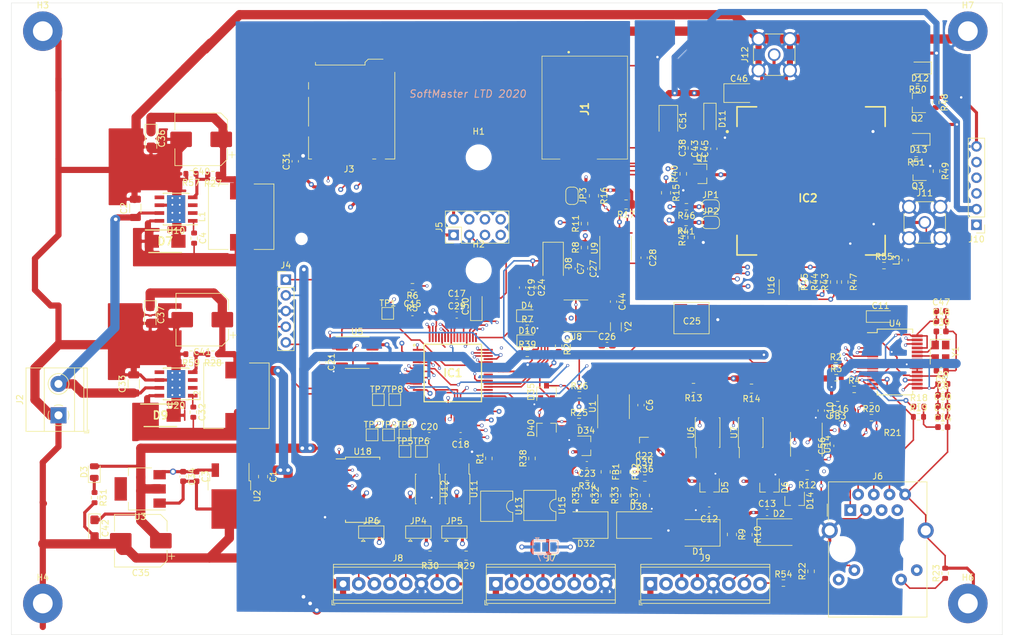
<source format=kicad_pcb>
(kicad_pcb (version 20171130) (host pcbnew "(5.1.9)-1")
  (layers (0 F.Cu signal) (1 In1.Cu signal) (2 In2.Cu signal) (31 B.Cu signal) (34 B.Paste user) (35 F.Paste user) (36 B.SilkS user) (37 F.SilkS user) (38 B.Mask user) (39 F.Mask user) (44 Edge.Cuts user))
  (net 0 "")
  (net 1 GND)
  (net 2 24Vin)
  (net 3 "Net-(C4-Pad2)")
  (net 4 "Net-(C4-Pad1)")
  (net 5 "Net-(C5-Pad2)")
  (net 6 "Net-(C11-Pad1)")
  (net 7 "Net-(C14-Pad1)")
  (net 8 BATTERY)
  (net 9 "Net-(C26-Pad2)")
  (net 10 "Net-(C30-Pad1)")
  (net 11 "Net-(C32-Pad2)")
  (net 12 "Net-(C32-Pad1)")
  (net 13 "Net-(C39-Pad1)")
  (net 14 POWER_SIM)
  (net 15 12V)
  (net 16 "Net-(C44-Pad2)")
  (net 17 "Net-(C12-Pad1)")
  (net 18 VDDA)
  (net 19 "Net-(C13-Pad1)")
  (net 20 "Net-(D8-Pad2)")
  (net 21 VDD3)
  (net 22 "Net-(C23-Pad1)")
  (net 23 "Net-(C22-Pad1)")
  (net 24 ADC_0)
  (net 25 "Net-(FB1-Pad2)")
  (net 26 "Net-(FB2-Pad2)")
  (net 27 "Net-(C16-Pad2)")
  (net 28 SDI1)
  (net 29 SD_CS)
  (net 30 SDO1)
  (net 31 /MCU/PGEC)
  (net 32 /MCU/PGED)
  (net 33 /MCU/MCLR)
  (net 34 /communication/GND_ISO)
  (net 35 /communication/SCL_ISO)
  (net 36 /communication/SDA_ISO)
  (net 37 /communication/VDD_ISO)
  (net 38 /etherne/LEDA)
  (net 39 "Net-(J6-PadL3)")
  (net 40 "Net-(J6-PadL2)")
  (net 41 /etherne/LEDB)
  (net 42 /etherne/TPIN-)
  (net 43 /etherne/TPIN+)
  (net 44 /etherne/TPOUT+)
  (net 45 /etherne/TPOUT-)
  (net 46 "Net-(R1-Pad1)")
  (net 47 ENC_RST)
  (net 48 "Net-(R4-Pad2)")
  (net 49 "Net-(IC1-Pad7)")
  (net 50 "Net-(D4-Pad1)")
  (net 51 "Net-(R25-Pad2)")
  (net 52 "Net-(R26-Pad2)")
  (net 53 "Net-(R27-Pad2)")
  (net 54 "Net-(R28-Pad2)")
  (net 55 "Net-(D3-Pad1)")
  (net 56 "Net-(C6-Pad1)")
  (net 57 "Net-(C6-Pad2)")
  (net 58 VDD5)
  (net 59 SCK1)
  (net 60 ENC_WOL)
  (net 61 ENC_INT)
  (net 62 SCK2)
  (net 63 SDO2)
  (net 64 SDI2)
  (net 65 CS_EE_1)
  (net 66 MCU_0)
  (net 67 MCU_1)
  (net 68 SCL1)
  (net 69 SDA1)
  (net 70 IS_OUT_2)
  (net 71 IS_OUT_1)
  (net 72 RELAY_0)
  (net 73 RELAY_1)
  (net 74 RELAY_2)
  (net 75 RELAY_3)
  (net 76 OUT_3)
  (net 77 OUT_2)
  (net 78 OUT_1)
  (net 79 OUT_0)
  (net 80 "Net-(D4-Pad2)")
  (net 81 SOLID_1.1)
  (net 82 SOLID_1.2)
  (net 83 /analog_in/VREF)
  (net 84 RELAY_OUT_1)
  (net 85 AN_IN0)
  (net 86 ADC_1)
  (net 87 AN_IN1)
  (net 88 "Net-(IC1-Pad2)")
  (net 89 SDA2)
  (net 90 SCL2)
  (net 91 RELAY_OUT_2)
  (net 92 U2RX)
  (net 93 U2TX)
  (net 94 RELAY_OUT_0)
  (net 95 U1TX485)
  (net 96 U1RX485)
  (net 97 "Net-(IC1-Pad60)")
  (net 98 "Net-(IC1-Pad61)")
  (net 99 "Net-(IC1-Pad62)")
  (net 100 "Net-(J3-Pad8)")
  (net 101 CLK1)
  (net 102 "Net-(J6-PadR7)")
  (net 103 "Net-(J6-PadR5)")
  (net 104 "Net-(R38-Pad1)")
  (net 105 ENC_CLKOUT)
  (net 106 "Net-(U8-Pad7)")
  (net 107 CLOCK_INT)
  (net 108 "Net-(U10-Pad5)")
  (net 109 "Net-(U10-Pad3)")
  (net 110 "Net-(U10-Pad2)")
  (net 111 DIG_OUT_1)
  (net 112 SOLID_2.1)
  (net 113 SOLID_2.2)
  (net 114 "Net-(U18-Pad12)")
  (net 115 "Net-(U18-Pad11)")
  (net 116 "Net-(U18-Pad10)")
  (net 117 /digital_out/PWR)
  (net 118 "Net-(U18-Pad7)")
  (net 119 "Net-(U18-Pad6)")
  (net 120 "Net-(U18-Pad5)")
  (net 121 "Net-(U20-Pad5)")
  (net 122 "Net-(U20-Pad3)")
  (net 123 "Net-(U20-Pad2)")
  (net 124 IS_IN0)
  (net 125 IS_IN1)
  (net 126 5V)
  (net 127 "Net-(D10-Pad2)")
  (net 128 "Net-(D10-Pad1)")
  (net 129 DIG_OUT_0)
  (net 130 "Net-(IC1-Pad24)")
  (net 131 "Net-(IC1-Pad23)")
  (net 132 "Net-(IC1-Pad55)")
  (net 133 "Net-(IC1-Pad54)")
  (net 134 "Net-(IC1-Pad27)")
  (net 135 SIM800_RST)
  (net 136 U3RXSIM800)
  (net 137 U3TXSIM800)
  (net 138 /sim868/SIM_RX)
  (net 139 /sim868/RST)
  (net 140 "Net-(J10-Pad1)")
  (net 141 USB_DM)
  (net 142 USB_DP)
  (net 143 USB_VBUS)
  (net 144 "Net-(U16-Pad6)")
  (net 145 "Net-(IC1-Pad43)")
  (net 146 ENC_SS)
  (net 147 /sim868/VDD_EXT)
  (net 148 "Net-(IC2-Pad9)")
  (net 149 "Net-(IC2-Pad10)")
  (net 150 "Net-(IC2-Pad11)")
  (net 151 "Net-(IC2-Pad12)")
  (net 152 "Net-(IC2-Pad13)")
  (net 153 "Net-(IC2-Pad14)")
  (net 154 "Net-(IC2-Pad15)")
  (net 155 "Net-(IC2-Pad16)")
  (net 156 "Net-(IC2-Pad17)")
  (net 157 "Net-(IC2-Pad21)")
  (net 158 "Net-(IC2-Pad22)")
  (net 159 "Net-(IC2-Pad30)")
  (net 160 "Net-(IC2-Pad31)")
  (net 161 "Net-(IC2-Pad32)")
  (net 162 "Net-(IC2-Pad33)")
  (net 163 "Net-(IC2-Pad37)")
  (net 164 "Net-(IC2-Pad38)")
  (net 165 "Net-(IC2-Pad39)")
  (net 166 "Net-(IC2-Pad41)")
  (net 167 "Net-(IC2-Pad42)")
  (net 168 "Net-(IC2-Pad43)")
  (net 169 "Net-(IC2-Pad44)")
  (net 170 "Net-(IC2-Pad45)")
  (net 171 "Net-(IC2-Pad46)")
  (net 172 "Net-(IC2-Pad47)")
  (net 173 "Net-(IC2-Pad48)")
  (net 174 /sim868/STATUS)
  (net 175 /sim868/NETLIGHT)
  (net 176 "Net-(IC2-Pad53)")
  (net 177 "Net-(IC2-Pad55)")
  (net 178 "Net-(IC2-Pad56)")
  (net 179 "Net-(IC2-Pad57)")
  (net 180 "Net-(IC2-Pad58)")
  (net 181 "Net-(IC2-Pad59)")
  (net 182 "Net-(IC2-Pad60)")
  (net 183 "Net-(IC2-Pad61)")
  (net 184 "Net-(IC2-Pad62)")
  (net 185 "Net-(IC2-Pad63)")
  (net 186 /sim868/SIM_TX)
  (net 187 GSM_ANT)
  (net 188 "Net-(D12-Pad1)")
  (net 189 "Net-(D13-Pad1)")
  (net 190 /sim868/SIM_VDD)
  (net 191 /sim868/SIM_RST)
  (net 192 /sim868/SIM_CLK)
  (net 193 "Net-(J1-PadC6)")
  (net 194 /sim868/SIM_IO)
  (net 195 "Net-(J1-PadMP3)")
  (net 196 "Net-(J1-PadMP4)")
  (net 197 "Net-(Q2-Pad3)")
  (net 198 "Net-(Q3-Pad3)")
  (net 199 GPS_ANT)
  (net 200 485_DE)
  (net 201 485_A)
  (net 202 485_B)
  (net 203 "Net-(J9-Pad8)")
  (net 204 "Net-(JP4-Pad2)")
  (net 205 "Net-(JP5-Pad2)")
  (net 206 "Net-(IC1-Pad18)")
  (net 207 "Net-(IC1-Pad17)")
  (net 208 "Net-(L3-Pad1)")
  (net 209 "Net-(JP7-Pad2)")
  (module small:XH414HG-IV01E (layer F.Cu) (at 148.336 71.882)
    (fp_text reference C25 (at 0 0.5) (layer F.SilkS))
    (fp_text value SUPERCAP)
    (pad 2 smd rect (at 1.778 0 90) (size 4.5 1.8) (layers F.Cu F.Paste F.Mask) (net 1 GND))
    (pad 1 smd custom (at -1.778 -1.016 90) (size 2.5 2) (layers F.Cu F.Paste F.Mask) (net 8 BATTERY) (options (clearance outline) (anchor rect)) (primitives))
  )
  (module Jumper:SolderJumper-3_P1.3mm_Open_Pad1.0x1.5mm (layer B.Cu) (at 124.587 108.966)
    (fp_text reference JP7 (at 0 1.8) (layer B.SilkS) (effects (justify mirror)))
    (fp_text value Jumper_NC_Dual)
    (pad 1 smd rect (at -1.3 0) (size 1 1.5) (layers B.Cu B.Mask) (net 58 VDD5))
    (pad 2 smd rect (at 0 0) (size 1 1.5) (layers B.Cu B.Mask) (net 209 "Net-(JP7-Pad2)"))
    (pad 3 smd rect (at 1.3 0) (size 1 1.5) (layers B.Cu B.Mask) (net 15 12V))
  )
  (module Resistor_SMD:R_0603_1608Metric (layer F.Cu) (at 179.451 63.373)
    (fp_text reference R55 (at 0 -1.43) (layer F.SilkS))
    (fp_text value R)
    (pad 2 smd roundrect (at 0.825 0) (size 0.8 0.95) (layers F.Cu F.Paste F.Mask) (net 208 "Net-(L3-Pad1)"))
    (pad 1 smd roundrect (at -0.825 0) (size 0.8 0.95) (layers F.Cu F.Paste F.Mask) (net 147 /sim868/VDD_EXT))
  )
  (module Inductor_SMD:L_0603_1608Metric (layer F.Cu) (at 182.88 62.484 90)
    (fp_text reference L3 (at 0 -1.43 90) (layer F.SilkS))
    (fp_text value INDUCTOR)
    (pad 2 smd roundrect (at 0.7875 0 90) (size 0.875 0.95) (layers F.Cu F.Paste F.Mask) (net 199 GPS_ANT))
    (pad 1 smd roundrect (at -0.7875 0 90) (size 0.875 0.95) (layers F.Cu F.Paste F.Mask) (net 208 "Net-(L3-Pad1)"))
  )
  (module Resistor_SMD:R_0805_2012Metric (layer F.Cu) (at 167.005 97.282 180)
    (fp_text reference R12 (at 0 -1.65) (layer F.SilkS))
    (fp_text value 120)
    (pad 2 smd roundrect (at 0.9125 0 180) (size 1.025 1.4) (layers F.Cu F.Paste F.Mask) (roundrect_rratio 0.243902) (net 201 485_A))
    (pad 1 smd roundrect (at -0.9125 0 180) (size 1.025 1.4) (layers F.Cu F.Paste F.Mask) (roundrect_rratio 0.243902) (net 202 485_B))
  )
  (module Package_TO_SOT_SMD:SOT-23 (layer F.Cu) (at 164.973 101.473 270)
    (fp_text reference D14 (at 0 -2.5 90) (layer F.SilkS))
    (fp_text value PSM712-LF-T7)
    (pad 3 smd rect (at 1 0 270) (size 0.9 0.8) (layers F.Cu F.Paste F.Mask) (net 1 GND))
    (pad 2 smd rect (at -1 0.95 270) (size 0.9 0.8) (layers F.Cu F.Paste F.Mask) (net 202 485_B))
    (pad 1 smd rect (at -1 -0.95 270) (size 0.9 0.8) (layers F.Cu F.Paste F.Mask) (net 201 485_A))
  )
  (module TestPoint:TestPoint_Pad_1.5x1.5mm (layer F.Cu) (at 100.203 85.09)
    (fp_text reference TP8 (at 0 -1.648) (layer F.SilkS))
    (fp_text value TestPoint)
    (pad 1 smd rect (at 0 0) (size 1.5 1.5) (layers F.Cu F.Mask) (net 206 "Net-(IC1-Pad18)"))
  )
  (module TestPoint:TestPoint_Pad_1.5x1.5mm (layer F.Cu) (at 97.536 85.09)
    (fp_text reference TP7 (at 0 -1.648) (layer F.SilkS))
    (fp_text value TestPoint)
    (pad 1 smd rect (at 0 0) (size 1.5 1.5) (layers F.Cu F.Mask) (net 207 "Net-(IC1-Pad17)"))
  )
  (module Jumper:SolderJumper-3_P1.3mm_Open_Pad1.0x1.5mm (layer F.Cu) (at 96.393 106.553)
    (fp_text reference JP6 (at 0 -1.8) (layer F.SilkS))
    (fp_text value Jumper_NC_Dual)
    (pad 1 smd rect (at -1.3 0) (size 1 1.5) (layers F.Cu F.Mask) (net 58 VDD5))
    (pad 2 smd rect (at 0 0) (size 1 1.5) (layers F.Cu F.Mask) (net 117 /digital_out/PWR))
    (pad 3 smd rect (at 1.3 0) (size 1 1.5) (layers F.Cu F.Mask) (net 15 12V))
  )
  (module Jumper:SolderJumper-3_P1.3mm_Open_Pad1.0x1.5mm (layer F.Cu) (at 109.855 106.553)
    (fp_text reference JP5 (at 0 -1.8) (layer F.SilkS))
    (fp_text value Jumper_NC_Dual)
    (pad 1 smd rect (at -1.3 0) (size 1 1.5) (layers F.Cu F.Mask) (net 58 VDD5))
    (pad 2 smd rect (at 0 0) (size 1 1.5) (layers F.Cu F.Mask) (net 205 "Net-(JP5-Pad2)"))
    (pad 3 smd rect (at 1.3 0) (size 1 1.5) (layers F.Cu F.Mask) (net 15 12V))
  )
  (module Jumper:SolderJumper-3_P1.3mm_Open_Pad1.0x1.5mm (layer F.Cu) (at 104.013 106.553)
    (fp_text reference JP4 (at 0 -1.8) (layer F.SilkS))
    (fp_text value Jumper_NC_Dual)
    (pad 1 smd rect (at -1.3 0) (size 1 1.5) (layers F.Cu F.Mask) (net 58 VDD5))
    (pad 2 smd rect (at 0 0) (size 1 1.5) (layers F.Cu F.Mask) (net 204 "Net-(JP4-Pad2)"))
    (pad 3 smd rect (at 1.3 0) (size 1 1.5) (layers F.Cu F.Mask) (net 15 12V))
  )
  (module TestPoint:TestPoint_Pad_1.5x1.5mm (layer F.Cu) (at 104.521 93.472)
    (fp_text reference TP6 (at 0 -1.648) (layer F.SilkS))
    (fp_text value TestPoint)
    (pad 1 smd rect (at 0 0) (size 1.5 1.5) (layers F.Cu F.Mask) (net 1 GND))
  )
  (module TestPoint:TestPoint_Pad_1.5x1.5mm (layer F.Cu) (at 101.854 93.472)
    (fp_text reference TP5 (at 0 -1.648) (layer F.SilkS))
    (fp_text value TestPoint)
    (pad 1 smd rect (at 0 0) (size 1.5 1.5) (layers F.Cu F.Mask) (net 21 VDD3))
  )
  (module TestPoint:TestPoint_Pad_1.5x1.5mm (layer F.Cu) (at 99.187 90.805)
    (fp_text reference TP4 (at 0 -1.648) (layer F.SilkS))
    (fp_text value TestPoint)
    (pad 1 smd rect (at 0 0) (size 1.5 1.5) (layers F.Cu F.Mask) (net 134 "Net-(IC1-Pad27)"))
  )
  (module TestPoint:TestPoint_Pad_1.5x1.5mm (layer F.Cu) (at 101.854 90.805)
    (fp_text reference TP3 (at 0 -1.648) (layer F.SilkS))
    (fp_text value TestPoint)
    (pad 1 smd rect (at 0 0) (size 1.5 1.5) (layers F.Cu F.Mask) (net 130 "Net-(IC1-Pad24)"))
  )
  (module TestPoint:TestPoint_Pad_1.5x1.5mm (layer F.Cu) (at 96.52 90.799)
    (fp_text reference TP2 (at 0 -1.648) (layer F.SilkS))
    (fp_text value TestPoint)
    (pad 1 smd rect (at 0 0) (size 1.5 1.5) (layers F.Cu F.Mask) (net 131 "Net-(IC1-Pad23)"))
  )
  (module TestPoint:TestPoint_Pad_1.5x1.5mm (layer F.Cu) (at 99.06 71.12)
    (fp_text reference TP1 (at 0 -1.648) (layer F.SilkS))
    (fp_text value TestPoint)
    (pad 1 smd rect (at 0 0) (size 1.5 1.5) (layers F.Cu F.Mask) (net 99 "Net-(IC1-Pad62)"))
  )
  (module MountingHole:MountingHole_3.2mm_M3 (layer F.Cu) (at 113.792 64.135)
    (fp_text reference H2 (at 0 -4.2) (layer F.SilkS))
    (fp_text value MountingHole)
    (pad 1 np_thru_hole circle (at 0 0) (size 3.2 3.2) (drill 3.2) (layers *.Cu *.Mask))
  )
  (module MountingHole:MountingHole_3.2mm_M3 (layer F.Cu) (at 113.792 45.847)
    (fp_text reference H1 (at 0 -4.2) (layer F.SilkS))
    (fp_text value MountingHole)
    (pad 1 np_thru_hole circle (at 0 0) (size 3.2 3.2) (drill 3.2) (layers *.Cu *.Mask))
  )
  (module Jumper:SolderJumper-2_P1.3mm_Open_RoundedPad1.0x1.5mm (layer F.Cu) (at 128.905 52.07 270)
    (fp_text reference JP3 (at 0 -1.8 90) (layer F.SilkS))
    (fp_text value Jumper)
    (pad 2 smd custom (at 0.65 0 270) (size 1 0.5) (layers F.Cu F.Mask) (net 37 /communication/VDD_ISO) (options (clearance outline) (anchor rect)) (primitives (gr_circle (center 0 0.25) (end 0.5 0.25) (width 0)) (gr_circle (center 0 -0.25) (end 0.5 -0.25) (width 0)) (gr_poly (pts (xy 0 -0.75) (xy -0.5 -0.75) (xy -0.5 0.75) (xy 0 0.75)) (width 0))))
    (pad 1 smd custom (at -0.65 0 270) (size 1 0.5) (layers F.Cu F.Mask) (net 58 VDD5) (options (clearance outline) (anchor rect)) (primitives (gr_circle (center 0 0.25) (end 0.5 0.25) (width 0)) (gr_circle (center 0 -0.25) (end 0.5 -0.25) (width 0)) (gr_poly (pts (xy 0 -0.75) (xy 0.5 -0.75) (xy 0.5 0.75) (xy 0 0.75)) (width 0))))
  )
  (module Diode_SMD:D_SMB (layer F.Cu) (at 131.191 105.41 180)
    (fp_text reference D32 (at 0 -3) (layer F.SilkS))
    (fp_text value P6SMB30CA)
    (pad 1 smd rect (at -2.15 0 180) (size 2.5 2.3) (layers F.Cu F.Paste F.Mask) (net 85 AN_IN0))
    (pad 2 smd rect (at 2.15 0 180) (size 2.5 2.3) (layers F.Cu F.Paste F.Mask) (net 1 GND))
  )
  (module Resistor_SMD:R_0603_1608Metric (layer F.Cu) (at 163.155 114.808)
    (fp_text reference R54 (at 0 -1.43) (layer F.SilkS))
    (fp_text value 10k)
    (pad 2 smd roundrect (at 0.825 0) (size 0.8 0.95) (layers F.Cu F.Paste F.Mask) (net 1 GND))
    (pad 1 smd roundrect (at -0.825 0) (size 0.8 0.95) (layers F.Cu F.Paste F.Mask) (net 203 "Net-(J9-Pad8)"))
  )
  (module Capacitor_SMD:C_0603_1608Metric (layer F.Cu) (at 170.815 92.583 90)
    (fp_text reference C56 (at 0 -1.43 90) (layer F.SilkS))
    (fp_text value 0.1u)
    (pad 2 smd roundrect (at 0.775 0 90) (size 0.9 0.95) (layers F.Cu F.Paste F.Mask) (net 1 GND))
    (pad 1 smd roundrect (at -0.775 0 90) (size 0.9 0.95) (layers F.Cu F.Paste F.Mask) (net 58 VDD5))
  )
  (module Package_SO:SOIC-8_3.9x4.9mm_P1.27mm (layer F.Cu) (at 166.878 92.329 270)
    (fp_text reference U14 (at 0 -3.4 90) (layer F.SilkS))
    (fp_text value ST485EBDR)
    (pad 8 smd roundrect (at 2.475 -1.905 270) (size 1.95 0.6) (layers F.Cu F.Paste F.Mask) (net 58 VDD5))
    (pad 7 smd roundrect (at 2.475 -0.635 270) (size 1.95 0.6) (layers F.Cu F.Paste F.Mask) (net 202 485_B))
    (pad 6 smd roundrect (at 2.475 0.635 270) (size 1.95 0.6) (layers F.Cu F.Paste F.Mask) (net 201 485_A))
    (pad 5 smd roundrect (at 2.475 1.905 270) (size 1.95 0.6) (layers F.Cu F.Paste F.Mask) (net 1 GND))
    (pad 4 smd roundrect (at -2.475 1.905 270) (size 1.95 0.6) (layers F.Cu F.Paste F.Mask) (net 95 U1TX485))
    (pad 3 smd roundrect (at -2.475 0.635 270) (size 1.95 0.6) (layers F.Cu F.Paste F.Mask) (net 200 485_DE))
    (pad 2 smd roundrect (at -2.475 -0.635 270) (size 1.95 0.6) (layers F.Cu F.Paste F.Mask) (net 200 485_DE))
    (pad 1 smd roundrect (at -2.475 -1.905 270) (size 1.95 0.6) (layers F.Cu F.Paste F.Mask) (net 96 U1RX485))
  )
  (module Connector_Coaxial:SMA_Amphenol_901-144_Vertical (layer F.Cu) (at 161.671 29.21 90)
    (fp_text reference J12 (at 0 -4.75 90) (layer F.SilkS))
    (fp_text value Conn_Coaxial)
    (pad 2 thru_hole circle (at -2.54 2.54 90) (size 2.25 2.25) (drill 1.7) (layers *.Cu *.Mask) (net 1 GND))
    (pad 2 thru_hole circle (at -2.54 -2.54 90) (size 2.25 2.25) (drill 1.7) (layers *.Cu *.Mask) (net 1 GND))
    (pad 2 thru_hole circle (at 2.54 -2.54 90) (size 2.25 2.25) (drill 1.7) (layers *.Cu *.Mask) (net 1 GND))
    (pad 2 thru_hole circle (at 2.54 2.54 90) (size 2.25 2.25) (drill 1.7) (layers *.Cu *.Mask) (net 1 GND))
    (pad 1 thru_hole circle (at 0 0 90) (size 2.05 2.05) (drill 1.5) (layers *.Cu *.Mask) (net 187 GSM_ANT))
  )
  (module Connector_Coaxial:SMA_Amphenol_901-144_Vertical (layer F.Cu) (at 186.055 56.388)
    (fp_text reference J11 (at 0 -4.75) (layer F.SilkS))
    (fp_text value Conn_Coaxial)
    (pad 2 thru_hole circle (at -2.54 2.54) (size 2.25 2.25) (drill 1.7) (layers *.Cu *.Mask) (net 1 GND))
    (pad 2 thru_hole circle (at -2.54 -2.54) (size 2.25 2.25) (drill 1.7) (layers *.Cu *.Mask) (net 1 GND))
    (pad 2 thru_hole circle (at 2.54 -2.54) (size 2.25 2.25) (drill 1.7) (layers *.Cu *.Mask) (net 1 GND))
    (pad 2 thru_hole circle (at 2.54 2.54) (size 2.25 2.25) (drill 1.7) (layers *.Cu *.Mask) (net 1 GND))
    (pad 1 thru_hole circle (at 0 0) (size 2.05 2.05) (drill 1.5) (layers *.Cu *.Mask) (net 199 GPS_ANT))
  )
  (module Resistor_SMD:R_0603_1608Metric (layer F.Cu) (at 184.658 45.212 180)
    (fp_text reference R51 (at 0 -1.43) (layer F.SilkS))
    (fp_text value 200)
    (pad 2 smd roundrect (at 0.825 0 180) (size 0.8 0.95) (layers F.Cu F.Paste F.Mask) (net 198 "Net-(Q3-Pad3)"))
    (pad 1 smd roundrect (at -0.825 0 180) (size 0.8 0.95) (layers F.Cu F.Paste F.Mask) (net 189 "Net-(D13-Pad1)"))
  )
  (module Resistor_SMD:R_0603_1608Metric (layer F.Cu) (at 184.912 33.401 180)
    (fp_text reference R50 (at 0 -1.43) (layer F.SilkS))
    (fp_text value 200)
    (pad 2 smd roundrect (at 0.825 0 180) (size 0.8 0.95) (layers F.Cu F.Paste F.Mask) (net 197 "Net-(Q2-Pad3)"))
    (pad 1 smd roundrect (at -0.825 0 180) (size 0.8 0.95) (layers F.Cu F.Paste F.Mask) (net 188 "Net-(D12-Pad1)"))
  )
  (module small:788000001 (layer F.Cu) (at 130.973 37.803 270)
    (fp_text reference J1 (at 0.2 0 90) (layer F.SilkS) (effects (font (size 1.27 1.27) (thickness 0.254))))
    (fp_text value 78800-0001 hide)
    (pad C1 smd rect (at -6.585 2.57 270) (size 0.8 0.9) (layers F.Cu F.Paste F.Mask) (net 190 /sim868/SIM_VDD))
    (pad C2 smd rect (at -6.585 1.33 270) (size 0.8 0.9) (layers F.Cu F.Paste F.Mask) (net 191 /sim868/SIM_RST))
    (pad C3 smd rect (at -6.585 -1.21 270) (size 0.8 0.9) (layers F.Cu F.Paste F.Mask) (net 192 /sim868/SIM_CLK))
    (pad C5 smd rect (at 8.355 2.57 270) (size 0.8 0.9) (layers F.Cu F.Paste F.Mask) (net 1 GND))
    (pad C6 smd rect (at 8.355 1.33 270) (size 0.8 0.9) (layers F.Cu F.Paste F.Mask) (net 193 "Net-(J1-PadC6)"))
    (pad C7 smd rect (at 8.355 -1.21 270) (size 0.8 0.9) (layers F.Cu F.Paste F.Mask) (net 194 /sim868/SIM_IO))
    (pad MP1 smd rect (at -6.815 -5.425 270) (size 0.95 1.2) (layers F.Cu F.Paste F.Mask) (net 1 GND))
    (pad MP2 smd rect (at 6.495 -6.26) (size 0.95 1.4) (layers F.Cu F.Paste F.Mask) (net 1 GND))
    (pad MP3 smd rect (at 6.495 6.26) (size 0.95 1.4) (layers F.Cu F.Paste F.Mask) (net 195 "Net-(J1-PadMP3)"))
    (pad MP4 smd rect (at -6.815 5.425 270) (size 0.95 1.2) (layers F.Cu F.Paste F.Mask) (net 196 "Net-(J1-PadMP4)"))
  )
  (module LED_SMD:LED_0805_2012Metric_Pad1.15x1.40mm_HandSolder (layer F.Cu) (at 185.048 42.926 180)
    (fp_text reference D13 (at 0 -1.65) (layer F.SilkS))
    (fp_text value LED)
    (pad 2 smd roundrect (at 1.025 0 180) (size 1.15 1.4) (layers F.Cu F.Paste F.Mask) (roundrect_rratio 0.217391) (net 14 POWER_SIM))
    (pad 1 smd roundrect (at -1.025 0 180) (size 1.15 1.4) (layers F.Cu F.Paste F.Mask) (roundrect_rratio 0.217391) (net 189 "Net-(D13-Pad1)"))
  )
  (module LED_SMD:LED_0805_2012Metric_Pad1.15x1.40mm_HandSolder (layer F.Cu) (at 185.293 31.369 180)
    (fp_text reference D12 (at 0 -1.65) (layer F.SilkS))
    (fp_text value LED)
    (pad 2 smd roundrect (at 1.025 0 180) (size 1.15 1.4) (layers F.Cu F.Paste F.Mask) (roundrect_rratio 0.217391) (net 14 POWER_SIM))
    (pad 1 smd roundrect (at -1.025 0 180) (size 1.15 1.4) (layers F.Cu F.Paste F.Mask) (roundrect_rratio 0.217391) (net 188 "Net-(D12-Pad1)"))
  )
  (module Capacitor_Tantalum_SMD:CP_EIA-3528-21_Kemet-B (layer F.Cu) (at 144.526 39.878 270)
    (fp_text reference C51 (at 0 -2.35 90) (layer F.SilkS))
    (fp_text value 100u)
    (pad 2 smd roundrect (at 1.5375 0 270) (size 1.325 2.35) (layers F.Cu F.Paste F.Mask) (roundrect_rratio 0.188679) (net 1 GND))
    (pad 1 smd roundrect (at -1.5375 0 270) (size 1.325 2.35) (layers F.Cu F.Paste F.Mask) (roundrect_rratio 0.188679) (net 14 POWER_SIM))
  )
  (module Diode_SMD:D_MiniMELF (layer F.Cu) (at 151.257 39.624 270)
    (fp_text reference D11 (at 0 -2 90) (layer F.SilkS))
    (fp_text value D_Zener)
    (pad 2 smd rect (at 1.75 0 270) (size 1.3 1.7) (layers F.Cu F.Paste F.Mask) (net 1 GND))
    (pad 1 smd rect (at -1.75 0 270) (size 1.3 1.7) (layers F.Cu F.Paste F.Mask) (net 14 POWER_SIM))
  )
  (module Capacitor_Tantalum_SMD:CP_EIA-3528-21_Kemet-B (layer F.Cu) (at 155.9695 35.433)
    (fp_text reference C46 (at 0 -2.35) (layer F.SilkS))
    (fp_text value 100u)
    (pad 2 smd roundrect (at 1.5375 0) (size 1.325 2.35) (layers F.Cu F.Paste F.Mask) (roundrect_rratio 0.188679) (net 1 GND))
    (pad 1 smd roundrect (at -1.5375 0) (size 1.325 2.35) (layers F.Cu F.Paste F.Mask) (roundrect_rratio 0.188679) (net 14 POWER_SIM))
  )
  (module Capacitor_SMD:C_0603_1608Metric (layer F.Cu) (at 151.892 44.45 90)
    (fp_text reference C45 (at 0 -1.43 90) (layer F.SilkS))
    (fp_text value 47p)
    (pad 2 smd roundrect (at 0.775 0 90) (size 0.9 0.95) (layers F.Cu F.Paste F.Mask) (net 1 GND))
    (pad 1 smd roundrect (at -0.775 0 90) (size 0.9 0.95) (layers F.Cu F.Paste F.Mask) (net 14 POWER_SIM))
  )
  (module Capacitor_SMD:C_0603_1608Metric (layer F.Cu) (at 150.241 44.45 90)
    (fp_text reference C43 (at 0 -1.43 90) (layer F.SilkS))
    (fp_text value 100n)
    (pad 2 smd roundrect (at 0.775 0 90) (size 0.9 0.95) (layers F.Cu F.Paste F.Mask) (net 1 GND))
    (pad 1 smd roundrect (at -0.775 0 90) (size 0.9 0.95) (layers F.Cu F.Paste F.Mask) (net 14 POWER_SIM))
  )
  (module Resistor_SMD:R_0805_2012Metric (layer F.Cu) (at 148.463 44.323 90)
    (fp_text reference C38 (at 0 -1.65 90) (layer F.SilkS))
    (fp_text value 22u)
    (pad 2 smd roundrect (at 0.9125 0 90) (size 1.025 1.4) (layers F.Cu F.Paste F.Mask) (roundrect_rratio 0.243902) (net 1 GND))
    (pad 1 smd roundrect (at -0.9125 0 90) (size 1.025 1.4) (layers F.Cu F.Paste F.Mask) (roundrect_rratio 0.243902) (net 14 POWER_SIM))
  )
  (module Resistor_SMD:R_0603_1608Metric (layer F.Cu) (at 187.96 48.07 270)
    (fp_text reference R49 (at 0 -1.43 90) (layer F.SilkS))
    (fp_text value 5.1k)
    (pad 2 smd roundrect (at 0.825 0 270) (size 0.8 0.95) (layers F.Cu F.Paste F.Mask) (net 174 /sim868/STATUS))
    (pad 1 smd roundrect (at -0.825 0 270) (size 0.8 0.95) (layers F.Cu F.Paste F.Mask) (net 1 GND))
  )
  (module Resistor_SMD:R_0603_1608Metric (layer F.Cu) (at 187.833 36.957 270)
    (fp_text reference R48 (at 0 -1.43 90) (layer F.SilkS))
    (fp_text value 5.1k)
    (pad 2 smd roundrect (at 0.825 0 270) (size 0.8 0.95) (layers F.Cu F.Paste F.Mask) (net 175 /sim868/NETLIGHT))
    (pad 1 smd roundrect (at -0.825 0 270) (size 0.8 0.95) (layers F.Cu F.Paste F.Mask) (net 1 GND))
  )
  (module Resistor_SMD:R_0603_1608Metric (layer F.Cu) (at 173.101 66.04 270)
    (fp_text reference R47 (at 0 -1.43 90) (layer F.SilkS))
    (fp_text value 5.1k)
    (pad 2 smd roundrect (at 0.825 0 270) (size 0.8 0.95) (layers F.Cu F.Paste F.Mask) (net 147 /sim868/VDD_EXT))
    (pad 1 smd roundrect (at -0.825 0 270) (size 0.8 0.95) (layers F.Cu F.Paste F.Mask) (net 162 "Net-(IC2-Pad33)"))
  )
  (module Resistor_SMD:R_0603_1608Metric (layer F.Cu) (at 147.447 53.848 180)
    (fp_text reference R46 (at 0 -1.43) (layer F.SilkS))
    (fp_text value 1k)
    (pad 2 smd roundrect (at 0.825 0 180) (size 0.8 0.95) (layers F.Cu F.Paste F.Mask) (net 136 U3RXSIM800))
    (pad 1 smd roundrect (at -0.825 0 180) (size 0.8 0.95) (layers F.Cu F.Paste F.Mask) (net 186 /sim868/SIM_TX))
  )
  (module Package_TO_SOT_SMD:SOT-23 (layer F.Cu) (at 184.912 48.006 180)
    (fp_text reference Q3 (at 0 -2.5) (layer F.SilkS))
    (fp_text value 2N7002)
    (pad 3 smd rect (at 1 0 180) (size 0.9 0.8) (layers F.Cu F.Paste F.Mask) (net 198 "Net-(Q3-Pad3)"))
    (pad 2 smd rect (at -1 0.95 180) (size 0.9 0.8) (layers F.Cu F.Paste F.Mask) (net 1 GND))
    (pad 1 smd rect (at -1 -0.95 180) (size 0.9 0.8) (layers F.Cu F.Paste F.Mask) (net 174 /sim868/STATUS))
  )
  (module Package_TO_SOT_SMD:SOT-23 (layer F.Cu) (at 184.801 37.018 180)
    (fp_text reference Q2 (at 0 -2.5) (layer F.SilkS))
    (fp_text value 2N7002)
    (pad 3 smd rect (at 1 0 180) (size 0.9 0.8) (layers F.Cu F.Paste F.Mask) (net 197 "Net-(Q2-Pad3)"))
    (pad 2 smd rect (at -1 0.95 180) (size 0.9 0.8) (layers F.Cu F.Paste F.Mask) (net 1 GND))
    (pad 1 smd rect (at -1 -0.95 180) (size 0.9 0.8) (layers F.Cu F.Paste F.Mask) (net 175 /sim868/NETLIGHT))
  )
  (module small:SIM808 (layer F.Cu) (at 167.64 49.657)
    (fp_text reference IC2 (at -0.508 2.794) (layer F.SilkS) (effects (font (size 1.27 1.27) (thickness 0.254))))
    (fp_text value SIM808 hide)
    (pad 1 smd rect (at -12 -8 90) (size 0.6 1.6) (layers F.Cu F.Paste F.Mask) (net 1 GND))
    (pad 2 smd rect (at -12 -7 90) (size 0.6 1.6) (layers F.Cu F.Paste F.Mask) (net 1 GND))
    (pad 3 smd rect (at -12 -6 90) (size 0.6 1.6) (layers F.Cu F.Paste F.Mask) (net 1 GND))
    (pad 4 smd rect (at -12 -5 90) (size 0.6 1.6) (layers F.Cu F.Paste F.Mask) (net 14 POWER_SIM))
    (pad 5 smd rect (at -12 -4 90) (size 0.6 1.6) (layers F.Cu F.Paste F.Mask) (net 14 POWER_SIM))
    (pad 6 smd rect (at -12 -3 90) (size 0.6 1.6) (layers F.Cu F.Paste F.Mask) (net 14 POWER_SIM))
    (pad 7 smd rect (at -12 -2 90) (size 0.6 1.6) (layers F.Cu F.Paste F.Mask) (net 147 /sim868/VDD_EXT))
    (pad 8 smd rect (at -12 -1 90) (size 0.6 1.6) (layers F.Cu F.Paste F.Mask) (net 139 /sim868/RST))
    (pad 9 smd rect (at -12 0 90) (size 0.6 1.6) (layers F.Cu F.Paste F.Mask) (net 148 "Net-(IC2-Pad9)"))
    (pad 10 smd rect (at -12 1 90) (size 0.6 1.6) (layers F.Cu F.Paste F.Mask) (net 149 "Net-(IC2-Pad10)"))
    (pad 11 smd rect (at -12 2 90) (size 0.6 1.6) (layers F.Cu F.Paste F.Mask) (net 150 "Net-(IC2-Pad11)"))
    (pad 12 smd rect (at -12 3 90) (size 0.6 1.6) (layers F.Cu F.Paste F.Mask) (net 151 "Net-(IC2-Pad12)"))
    (pad 13 smd rect (at -12 4 90) (size 0.6 1.6) (layers F.Cu F.Paste F.Mask) (net 152 "Net-(IC2-Pad13)"))
    (pad 14 smd rect (at -12 5 90) (size 0.6 1.6) (layers F.Cu F.Paste F.Mask) (net 153 "Net-(IC2-Pad14)"))
    (pad 15 smd rect (at -12 6 90) (size 0.6 1.6) (layers F.Cu F.Paste F.Mask) (net 154 "Net-(IC2-Pad15)"))
    (pad 16 smd rect (at -12 7 90) (size 0.6 1.6) (layers F.Cu F.Paste F.Mask) (net 155 "Net-(IC2-Pad16)"))
    (pad 17 smd rect (at -12 8 90) (size 0.6 1.6) (layers F.Cu F.Paste F.Mask) (net 156 "Net-(IC2-Pad17)"))
    (pad 18 smd rect (at -8 12) (size 0.6 1.6) (layers F.Cu F.Paste F.Mask) (net 1 GND))
    (pad 19 smd rect (at -7 12) (size 0.6 1.6) (layers F.Cu F.Paste F.Mask) (net 1 GND))
    (pad 20 smd rect (at -6 12) (size 0.6 1.6) (layers F.Cu F.Paste F.Mask) (net 1 GND))
    (pad 21 smd rect (at -5 12) (size 0.6 1.6) (layers F.Cu F.Paste F.Mask) (net 157 "Net-(IC2-Pad21)"))
    (pad 22 smd rect (at -4 12) (size 0.6 1.6) (layers F.Cu F.Paste F.Mask) (net 158 "Net-(IC2-Pad22)"))
    (pad 23 smd rect (at -3 12) (size 0.6 1.6) (layers F.Cu F.Paste F.Mask) (net 1 GND))
    (pad 24 smd rect (at -2 12) (size 0.6 1.6) (layers F.Cu F.Paste F.Mask) (net 1 GND))
    (pad 25 smd rect (at -1 12) (size 0.6 1.6) (layers F.Cu F.Paste F.Mask) (net 143 USB_VBUS))
    (pad 26 smd rect (at 0 12) (size 0.6 1.6) (layers F.Cu F.Paste F.Mask) (net 142 USB_DP))
    (pad 27 smd rect (at 1 12) (size 0.6 1.6) (layers F.Cu F.Paste F.Mask) (net 141 USB_DM))
    (pad 28 smd rect (at 2 12) (size 0.6 1.6) (layers F.Cu F.Paste F.Mask) (net 1 GND))
    (pad 29 smd rect (at 3 12) (size 0.6 1.6) (layers F.Cu F.Paste F.Mask) (net 190 /sim868/SIM_VDD))
    (pad 30 smd rect (at 4 12) (size 0.6 1.6) (layers F.Cu F.Paste F.Mask) (net 159 "Net-(IC2-Pad30)"))
    (pad 31 smd rect (at 5 12) (size 0.6 1.6) (layers F.Cu F.Paste F.Mask) (net 160 "Net-(IC2-Pad31)"))
    (pad 32 smd rect (at 6 12) (size 0.6 1.6) (layers F.Cu F.Paste F.Mask) (net 161 "Net-(IC2-Pad32)"))
    (pad 33 smd rect (at 7 12) (size 0.6 1.6) (layers F.Cu F.Paste F.Mask) (net 162 "Net-(IC2-Pad33)"))
    (pad 34 smd rect (at 8 12) (size 0.6 1.6) (layers F.Cu F.Paste F.Mask) (net 1 GND))
    (pad 35 smd rect (at 12 8 90) (size 0.6 1.6) (layers F.Cu F.Paste F.Mask) (net 199 GPS_ANT))
    (pad 36 smd rect (at 12 7 90) (size 0.6 1.6) (layers F.Cu F.Paste F.Mask) (net 1 GND))
    (pad 37 smd rect (at 12 6 90) (size 0.6 1.6) (layers F.Cu F.Paste F.Mask) (net 163 "Net-(IC2-Pad37)"))
    (pad 38 smd rect (at 12 5 90) (size 0.6 1.6) (layers F.Cu F.Paste F.Mask) (net 164 "Net-(IC2-Pad38)"))
    (pad 39 smd rect (at 12 4 90) (size 0.6 1.6) (layers F.Cu F.Paste F.Mask) (net 165 "Net-(IC2-Pad39)"))
    (pad 40 smd rect (at 12 3 90) (size 0.6 1.6) (layers F.Cu F.Paste F.Mask) (net 1 GND))
    (pad 41 smd rect (at 12 2 90) (size 0.6 1.6) (layers F.Cu F.Paste F.Mask) (net 166 "Net-(IC2-Pad41)"))
    (pad 42 smd rect (at 12 1 90) (size 0.6 1.6) (layers F.Cu F.Paste F.Mask) (net 167 "Net-(IC2-Pad42)"))
    (pad 43 smd rect (at 12 0 90) (size 0.6 1.6) (layers F.Cu F.Paste F.Mask) (net 168 "Net-(IC2-Pad43)"))
    (pad 44 smd rect (at 12 -1 90) (size 0.6 1.6) (layers F.Cu F.Paste F.Mask) (net 169 "Net-(IC2-Pad44)"))
    (pad 45 smd rect (at 12 -2 90) (size 0.6 1.6) (layers F.Cu F.Paste F.Mask) (net 170 "Net-(IC2-Pad45)"))
    (pad 46 smd rect (at 12 -3 90) (size 0.6 1.6) (layers F.Cu F.Paste F.Mask) (net 171 "Net-(IC2-Pad46)"))
    (pad 47 smd rect (at 12 -4 90) (size 0.6 1.6) (layers F.Cu F.Paste F.Mask) (net 172 "Net-(IC2-Pad47)"))
    (pad 48 smd rect (at 12 -5 90) (size 0.6 1.6) (layers F.Cu F.Paste F.Mask) (net 173 "Net-(IC2-Pad48)"))
    (pad 49 smd rect (at 12 -6 90) (size 0.6 1.6) (layers F.Cu F.Paste F.Mask) (net 174 /sim868/STATUS))
    (pad 50 smd rect (at 12 -7 90) (size 0.6 1.6) (layers F.Cu F.Paste F.Mask) (net 175 /sim868/NETLIGHT))
    (pad 51 smd rect (at 12 -8 90) (size 0.6 1.6) (layers F.Cu F.Paste F.Mask) (net 1 GND))
    (pad 52 smd rect (at 8 -12) (size 0.6 1.6) (layers F.Cu F.Paste F.Mask) (net 1 GND))
    (pad 53 smd rect (at 7 -12) (size 0.6 1.6) (layers F.Cu F.Paste F.Mask) (net 176 "Net-(IC2-Pad53)"))
    (pad 54 smd rect (at 6 -12) (size 0.6 1.6) (layers F.Cu F.Paste F.Mask) (net 1 GND))
    (pad 55 smd rect (at 5 -12) (size 0.6 1.6) (layers F.Cu F.Paste F.Mask) (net 177 "Net-(IC2-Pad55)"))
    (pad 56 smd rect (at 4 -12) (size 0.6 1.6) (layers F.Cu F.Paste F.Mask) (net 178 "Net-(IC2-Pad56)"))
    (pad 57 smd rect (at 3 -12) (size 0.6 1.6) (layers F.Cu F.Paste F.Mask) (net 179 "Net-(IC2-Pad57)"))
    (pad 58 smd rect (at 2 -12) (size 0.6 1.6) (layers F.Cu F.Paste F.Mask) (net 180 "Net-(IC2-Pad58)"))
    (pad 59 smd rect (at 1 -12) (size 0.6 1.6) (layers F.Cu F.Paste F.Mask) (net 181 "Net-(IC2-Pad59)"))
    (pad 60 smd rect (at 0 -12) (size 0.6 1.6) (layers F.Cu F.Paste F.Mask) (net 182 "Net-(IC2-Pad60)"))
    (pad 61 smd rect (at -1 -12) (size 0.6 1.6) (layers F.Cu F.Paste F.Mask) (net 183 "Net-(IC2-Pad61)"))
    (pad 62 smd rect (at -2 -12) (size 0.6 1.6) (layers F.Cu F.Paste F.Mask) (net 184 "Net-(IC2-Pad62)"))
    (pad 63 smd rect (at -3 -12) (size 0.6 1.6) (layers F.Cu F.Paste F.Mask) (net 185 "Net-(IC2-Pad63)"))
    (pad 64 smd rect (at -4 -12) (size 0.6 1.6) (layers F.Cu F.Paste F.Mask) (net 1 GND))
    (pad 65 smd rect (at -5 -12) (size 0.6 1.6) (layers F.Cu F.Paste F.Mask) (net 1 GND))
    (pad 66 smd rect (at -6 -12) (size 0.6 1.6) (layers F.Cu F.Paste F.Mask) (net 187 GSM_ANT))
    (pad 67 smd rect (at -7 -12) (size 0.6 1.6) (layers F.Cu F.Paste F.Mask) (net 1 GND))
    (pad 68 smd rect (at -8 -12) (size 0.6 1.6) (layers F.Cu F.Paste F.Mask) (net 1 GND))
  )
  (module Capacitor_SMD:C_0603_1608Metric (layer F.Cu) (at 188.976 86.106)
    (fp_text reference C50 (at 0 -1.43) (layer F.SilkS))
    (fp_text value 10u)
    (pad 2 smd roundrect (at 0.775 0) (size 0.9 0.95) (layers F.Cu F.Paste F.Mask) (net 1 GND))
    (pad 1 smd roundrect (at -0.775 0) (size 0.9 0.95) (layers F.Cu F.Paste F.Mask) (net 21 VDD3))
  )
  (module Capacitor_SMD:C_0603_1608Metric (layer F.Cu) (at 188.976 87.884)
    (fp_text reference C49 (at 0 -1.43) (layer F.SilkS))
    (fp_text value 1u)
    (pad 2 smd roundrect (at 0.775 0) (size 0.9 0.95) (layers F.Cu F.Paste F.Mask) (net 1 GND))
    (pad 1 smd roundrect (at -0.775 0) (size 0.9 0.95) (layers F.Cu F.Paste F.Mask) (net 21 VDD3))
  )
  (module Capacitor_SMD:C_0603_1608Metric (layer F.Cu) (at 188.722 72.39)
    (fp_text reference C48 (at 0 -1.43) (layer F.SilkS))
    (fp_text value 10u)
    (pad 2 smd roundrect (at 0.775 0) (size 0.9 0.95) (layers F.Cu F.Paste F.Mask) (net 1 GND))
    (pad 1 smd roundrect (at -0.775 0) (size 0.9 0.95) (layers F.Cu F.Paste F.Mask) (net 21 VDD3))
  )
  (module Capacitor_SMD:C_0603_1608Metric (layer F.Cu) (at 188.709 70.739)
    (fp_text reference C47 (at 0 -1.43) (layer F.SilkS))
    (fp_text value 1u)
    (pad 2 smd roundrect (at 0.775 0) (size 0.9 0.95) (layers F.Cu F.Paste F.Mask) (net 1 GND))
    (pad 1 smd roundrect (at -0.775 0) (size 0.9 0.95) (layers F.Cu F.Paste F.Mask) (net 21 VDD3))
  )
  (module Package_TO_SOT_SMD:SOT-23-6 (layer F.Cu) (at 164.084 66.548 90)
    (fp_text reference U16 (at 0 -2.9 90) (layer F.SilkS))
    (fp_text value SRV05-4)
    (pad 5 smd rect (at 1.1 0 90) (size 1.06 0.65) (layers F.Cu F.Paste F.Mask) (net 190 /sim868/SIM_VDD))
    (pad 6 smd rect (at 1.1 -0.95 90) (size 1.06 0.65) (layers F.Cu F.Paste F.Mask) (net 144 "Net-(U16-Pad6)"))
    (pad 4 smd rect (at 1.1 0.95 90) (size 1.06 0.65) (layers F.Cu F.Paste F.Mask) (net 194 /sim868/SIM_IO))
    (pad 3 smd rect (at -1.1 0.95 90) (size 1.06 0.65) (layers F.Cu F.Paste F.Mask) (net 192 /sim868/SIM_CLK))
    (pad 2 smd rect (at -1.1 0 90) (size 1.06 0.65) (layers F.Cu F.Paste F.Mask) (net 1 GND))
    (pad 1 smd rect (at -1.1 -0.95 90) (size 1.06 0.65) (layers F.Cu F.Paste F.Mask) (net 191 /sim868/SIM_RST))
  )
  (module Resistor_SMD:R_0603_1608Metric (layer F.Cu) (at 168.021 66.04 90)
    (fp_text reference R45 (at 0 -1.43 90) (layer F.SilkS))
    (fp_text value 22)
    (pad 2 smd roundrect (at 0.825 0 90) (size 0.8 0.95) (layers F.Cu F.Paste F.Mask) (net 159 "Net-(IC2-Pad30)"))
    (pad 1 smd roundrect (at -0.825 0 90) (size 0.8 0.95) (layers F.Cu F.Paste F.Mask) (net 194 /sim868/SIM_IO))
  )
  (module Resistor_SMD:R_0603_1608Metric (layer F.Cu) (at 169.672 66.04 90)
    (fp_text reference R44 (at 0 -1.43 90) (layer F.SilkS))
    (fp_text value 22)
    (pad 2 smd roundrect (at 0.825 0 90) (size 0.8 0.95) (layers F.Cu F.Paste F.Mask) (net 160 "Net-(IC2-Pad31)"))
    (pad 1 smd roundrect (at -0.825 0 90) (size 0.8 0.95) (layers F.Cu F.Paste F.Mask) (net 192 /sim868/SIM_CLK))
  )
  (module Resistor_SMD:R_0603_1608Metric (layer F.Cu) (at 171.323 66.04 90)
    (fp_text reference R43 (at 0 -1.43 90) (layer F.SilkS))
    (fp_text value 22)
    (pad 2 smd roundrect (at 0.825 0 90) (size 0.8 0.95) (layers F.Cu F.Paste F.Mask) (net 161 "Net-(IC2-Pad32)"))
    (pad 1 smd roundrect (at -0.825 0 90) (size 0.8 0.95) (layers F.Cu F.Paste F.Mask) (net 191 /sim868/SIM_RST))
  )
  (module Resistor_SMD:R_0603_1608Metric (layer F.Cu) (at 148.209 58.801 90)
    (fp_text reference R42 (at 0 -1.43 90) (layer F.SilkS))
    (fp_text value 5.1k)
    (pad 2 smd roundrect (at 0.825 0 90) (size 0.8 0.95) (layers F.Cu F.Paste F.Mask) (net 138 /sim868/SIM_RX))
    (pad 1 smd roundrect (at -0.825 0 90) (size 0.8 0.95) (layers F.Cu F.Paste F.Mask) (net 1 GND))
  )
  (module Resistor_SMD:R_0603_1608Metric (layer F.Cu) (at 147.383 56.388 180)
    (fp_text reference R41 (at 0 -1.43) (layer F.SilkS))
    (fp_text value 1k)
    (pad 2 smd roundrect (at 0.825 0 180) (size 0.8 0.95) (layers F.Cu F.Paste F.Mask) (net 137 U3TXSIM800))
    (pad 1 smd roundrect (at -0.825 0 180) (size 0.8 0.95) (layers F.Cu F.Paste F.Mask) (net 138 /sim868/SIM_RX))
  )
  (module Resistor_SMD:R_0603_1608Metric (layer F.Cu) (at 146.939 48.514 90)
    (fp_text reference R40 (at 0 -1.43 90) (layer F.SilkS))
    (fp_text value 5.1k)
    (pad 2 smd roundrect (at 0.825 0 90) (size 0.8 0.95) (layers F.Cu F.Paste F.Mask) (net 135 SIM800_RST))
    (pad 1 smd roundrect (at -0.825 0 90) (size 0.8 0.95) (layers F.Cu F.Paste F.Mask) (net 1 GND))
  )
  (module Package_TO_SOT_SMD:SOT-23 (layer F.Cu) (at 149.987 48.514)
    (fp_text reference Q1 (at 0 -2.5) (layer F.SilkS))
    (fp_text value 2N7002)
    (pad 3 smd rect (at 1 0) (size 0.9 0.8) (layers F.Cu F.Paste F.Mask) (net 139 /sim868/RST))
    (pad 2 smd rect (at -1 0.95) (size 0.9 0.8) (layers F.Cu F.Paste F.Mask) (net 1 GND))
    (pad 1 smd rect (at -1 -0.95) (size 0.9 0.8) (layers F.Cu F.Paste F.Mask) (net 135 SIM800_RST))
  )
  (module Jumper:SolderJumper-2_P1.3mm_Open_RoundedPad1.0x1.5mm (layer F.Cu) (at 151.384 56.388)
    (fp_text reference JP2 (at 0 -1.8) (layer F.SilkS))
    (fp_text value Jumper)
    (pad 2 smd custom (at 0.65 0) (size 1 0.5) (layers F.Cu F.Mask) (net 154 "Net-(IC2-Pad15)") (options (clearance outline) (anchor rect)) (primitives (gr_circle (center 0 0.25) (end 0.5 0.25) (width 0)) (gr_circle (center 0 -0.25) (end 0.5 -0.25) (width 0)) (gr_poly (pts (xy 0 -0.75) (xy -0.5 -0.75) (xy -0.5 0.75) (xy 0 0.75)) (width 0))))
    (pad 1 smd custom (at -0.65 0) (size 1 0.5) (layers F.Cu F.Mask) (net 138 /sim868/SIM_RX) (options (clearance outline) (anchor rect)) (primitives (gr_circle (center 0 0.25) (end 0.5 0.25) (width 0)) (gr_circle (center 0 -0.25) (end 0.5 -0.25) (width 0)) (gr_poly (pts (xy 0 -0.75) (xy 0.5 -0.75) (xy 0.5 0.75) (xy 0 0.75)) (width 0))))
  )
  (module Jumper:SolderJumper-2_P1.3mm_Open_RoundedPad1.0x1.5mm (layer F.Cu) (at 151.369 53.721)
    (fp_text reference JP1 (at 0 -1.8) (layer F.SilkS))
    (fp_text value Jumper)
    (pad 2 smd custom (at 0.65 0) (size 1 0.5) (layers F.Cu F.Mask) (net 153 "Net-(IC2-Pad14)") (options (clearance outline) (anchor rect)) (primitives (gr_circle (center 0 0.25) (end 0.5 0.25) (width 0)) (gr_circle (center 0 -0.25) (end 0.5 -0.25) (width 0)) (gr_poly (pts (xy 0 -0.75) (xy -0.5 -0.75) (xy -0.5 0.75) (xy 0 0.75)) (width 0))))
    (pad 1 smd custom (at -0.65 0) (size 1 0.5) (layers F.Cu F.Mask) (net 186 /sim868/SIM_TX) (options (clearance outline) (anchor rect)) (primitives (gr_circle (center 0 0.25) (end 0.5 0.25) (width 0)) (gr_circle (center 0 -0.25) (end 0.5 -0.25) (width 0)) (gr_poly (pts (xy 0 -0.75) (xy 0.5 -0.75) (xy 0.5 0.75) (xy 0 0.75)) (width 0))))
  )
  (module Connector_PinHeader_2.54mm:PinHeader_1x06_P2.54mm_Vertical (layer F.Cu) (at 194.437 56.769 180)
    (fp_text reference J10 (at 0 -2.33) (layer F.SilkS))
    (fp_text value Conn_01x06_Female)
    (pad 6 thru_hole oval (at 0 12.7 180) (size 1.7 1.7) (drill 1) (layers *.Cu *.Mask) (net 1 GND))
    (pad 5 thru_hole oval (at 0 10.16 180) (size 1.7 1.7) (drill 1) (layers *.Cu *.Mask) (net 186 /sim868/SIM_TX))
    (pad 4 thru_hole oval (at 0 7.62 180) (size 1.7 1.7) (drill 1) (layers *.Cu *.Mask) (net 138 /sim868/SIM_RX))
    (pad 3 thru_hole oval (at 0 5.08 180) (size 1.7 1.7) (drill 1) (layers *.Cu *.Mask) (net 139 /sim868/RST))
    (pad 2 thru_hole oval (at 0 2.54 180) (size 1.7 1.7) (drill 1) (layers *.Cu *.Mask) (net 14 POWER_SIM))
    (pad 1 thru_hole rect (at 0 0 180) (size 1.7 1.7) (drill 1) (layers *.Cu *.Mask) (net 140 "Net-(J10-Pad1)"))
  )
  (module mylib:QFP50P1200X1200X120-64N (layer F.Cu) (at 109.601 80.772)
    (fp_text reference IC1 (at 0 0) (layer F.SilkS) (effects (font (size 1.27 1.27) (thickness 0.254))))
    (fp_text value PIC32MX350F256H-V_PT hide)
    (pad 64 smd rect (at -3.75 -5.738) (size 0.3 1.475) (layers F.Cu F.Paste F.Mask) (net 86 ADC_1))
    (pad 63 smd rect (at -3.25 -5.738) (size 0.3 1.475) (layers F.Cu F.Paste F.Mask) (net 24 ADC_0))
    (pad 62 smd rect (at -2.75 -5.738) (size 0.3 1.475) (layers F.Cu F.Paste F.Mask) (net 99 "Net-(IC1-Pad62)"))
    (pad 61 smd rect (at -2.25 -5.738) (size 0.3 1.475) (layers F.Cu F.Paste F.Mask) (net 98 "Net-(IC1-Pad61)"))
    (pad 60 smd rect (at -1.75 -5.738) (size 0.3 1.475) (layers F.Cu F.Paste F.Mask) (net 97 "Net-(IC1-Pad60)"))
    (pad 59 smd rect (at -1.25 -5.738) (size 0.3 1.475) (layers F.Cu F.Paste F.Mask) (net 96 U1RX485))
    (pad 58 smd rect (at -0.75 -5.738) (size 0.3 1.475) (layers F.Cu F.Paste F.Mask) (net 95 U1TX485))
    (pad 57 smd rect (at -0.25 -5.738) (size 0.3 1.475) (layers F.Cu F.Paste F.Mask) (net 21 VDD3))
    (pad 56 smd rect (at 0.25 -5.738) (size 0.3 1.475) (layers F.Cu F.Paste F.Mask) (net 10 "Net-(C30-Pad1)"))
    (pad 55 smd rect (at 0.75 -5.738) (size 0.3 1.475) (layers F.Cu F.Paste F.Mask) (net 132 "Net-(IC1-Pad55)"))
    (pad 54 smd rect (at 1.25 -5.738) (size 0.3 1.475) (layers F.Cu F.Paste F.Mask) (net 133 "Net-(IC1-Pad54)"))
    (pad 53 smd rect (at 1.75 -5.738) (size 0.3 1.475) (layers F.Cu F.Paste F.Mask) (net 61 ENC_INT))
    (pad 52 smd rect (at 2.25 -5.738) (size 0.3 1.475) (layers F.Cu F.Paste F.Mask) (net 60 ENC_WOL))
    (pad 51 smd rect (at 2.75 -5.738) (size 0.3 1.475) (layers F.Cu F.Paste F.Mask) (net 93 U2TX))
    (pad 50 smd rect (at 3.25 -5.738) (size 0.3 1.475) (layers F.Cu F.Paste F.Mask) (net 92 U2RX))
    (pad 49 smd rect (at 3.75 -5.738) (size 0.3 1.475) (layers F.Cu F.Paste F.Mask) (net 127 "Net-(D10-Pad2)"))
    (pad 48 smd rect (at 5.738 -3.75 90) (size 0.3 1.475) (layers F.Cu F.Paste F.Mask) (net 79 OUT_0))
    (pad 47 smd rect (at 5.738 -3.25 90) (size 0.3 1.475) (layers F.Cu F.Paste F.Mask) (net 78 OUT_1))
    (pad 46 smd rect (at 5.738 -2.75 90) (size 0.3 1.475) (layers F.Cu F.Paste F.Mask) (net 77 OUT_2))
    (pad 45 smd rect (at 5.738 -2.25 90) (size 0.3 1.475) (layers F.Cu F.Paste F.Mask) (net 64 SDI2))
    (pad 44 smd rect (at 5.738 -1.75 90) (size 0.3 1.475) (layers F.Cu F.Paste F.Mask) (net 76 OUT_3))
    (pad 43 smd rect (at 5.738 -1.25 90) (size 0.3 1.475) (layers F.Cu F.Paste F.Mask) (net 145 "Net-(IC1-Pad43)"))
    (pad 42 smd rect (at 5.738 -0.75 90) (size 0.3 1.475) (layers F.Cu F.Paste F.Mask) (net 65 CS_EE_1))
    (pad 41 smd rect (at 5.738 -0.25 90) (size 0.3 1.475) (layers F.Cu F.Paste F.Mask) (net 1 GND))
    (pad 40 smd rect (at 5.738 0.25 90) (size 0.3 1.475) (layers F.Cu F.Paste F.Mask) (net 91 RELAY_OUT_2))
    (pad 39 smd rect (at 5.738 0.75 90) (size 0.3 1.475) (layers F.Cu F.Paste F.Mask) (net 80 "Net-(D4-Pad2)"))
    (pad 38 smd rect (at 5.738 1.25 90) (size 0.3 1.475) (layers F.Cu F.Paste F.Mask) (net 21 VDD3))
    (pad 37 smd rect (at 5.738 1.75 90) (size 0.3 1.475) (layers F.Cu F.Paste F.Mask) (net 68 SCL1))
    (pad 36 smd rect (at 5.738 2.25 90) (size 0.3 1.475) (layers F.Cu F.Paste F.Mask) (net 69 SDA1))
    (pad 35 smd rect (at 5.738 2.75 90) (size 0.3 1.475) (layers F.Cu F.Paste F.Mask) (net 59 SCK1))
    (pad 34 smd rect (at 5.738 3.25 90) (size 0.3 1.475) (layers F.Cu F.Paste F.Mask) (net 94 RELAY_OUT_0))
    (pad 33 smd rect (at 5.738 3.75 90) (size 0.3 1.475) (layers F.Cu F.Paste F.Mask) (net 84 RELAY_OUT_1))
    (pad 32 smd rect (at 3.75 5.738) (size 0.3 1.475) (layers F.Cu F.Paste F.Mask) (net 90 SCL2))
    (pad 31 smd rect (at 3.25 5.738) (size 0.3 1.475) (layers F.Cu F.Paste F.Mask) (net 89 SDA2))
    (pad 30 smd rect (at 2.75 5.738) (size 0.3 1.475) (layers F.Cu F.Paste F.Mask) (net 66 MCU_0))
    (pad 29 smd rect (at 2.25 5.738) (size 0.3 1.475) (layers F.Cu F.Paste F.Mask) (net 67 MCU_1))
    (pad 28 smd rect (at 1.75 5.738) (size 0.3 1.475) (layers F.Cu F.Paste F.Mask) (net 200 485_DE))
    (pad 27 smd rect (at 1.25 5.738) (size 0.3 1.475) (layers F.Cu F.Paste F.Mask) (net 134 "Net-(IC1-Pad27)"))
    (pad 26 smd rect (at 0.75 5.738) (size 0.3 1.475) (layers F.Cu F.Paste F.Mask) (net 21 VDD3))
    (pad 25 smd rect (at 0.25 5.738) (size 0.3 1.475) (layers F.Cu F.Paste F.Mask) (net 1 GND))
    (pad 24 smd rect (at -0.25 5.738) (size 0.3 1.475) (layers F.Cu F.Paste F.Mask) (net 130 "Net-(IC1-Pad24)"))
    (pad 23 smd rect (at -0.75 5.738) (size 0.3 1.475) (layers F.Cu F.Paste F.Mask) (net 131 "Net-(IC1-Pad23)"))
    (pad 22 smd rect (at -1.25 5.738) (size 0.3 1.475) (layers F.Cu F.Paste F.Mask) (net 129 DIG_OUT_0))
    (pad 21 smd rect (at -1.75 5.738) (size 0.3 1.475) (layers F.Cu F.Paste F.Mask) (net 111 DIG_OUT_1))
    (pad 20 smd rect (at -2.25 5.738) (size 0.3 1.475) (layers F.Cu F.Paste F.Mask) (net 1 GND))
    (pad 19 smd rect (at -2.75 5.738) (size 0.3 1.475) (layers F.Cu F.Paste F.Mask) (net 21 VDD3))
    (pad 18 smd rect (at -3.25 5.738) (size 0.3 1.475) (layers F.Cu F.Paste F.Mask) (net 206 "Net-(IC1-Pad18)"))
    (pad 17 smd rect (at -3.75 5.738) (size 0.3 1.475) (layers F.Cu F.Paste F.Mask) (net 207 "Net-(IC1-Pad17)"))
    (pad 16 smd rect (at -5.738 3.75 90) (size 0.3 1.475) (layers F.Cu F.Paste F.Mask) (net 32 /MCU/PGED))
    (pad 15 smd rect (at -5.738 3.25 90) (size 0.3 1.475) (layers F.Cu F.Paste F.Mask) (net 31 /MCU/PGEC))
    (pad 14 smd rect (at -5.738 2.75 90) (size 0.3 1.475) (layers F.Cu F.Paste F.Mask) (net 146 ENC_SS))
    (pad 13 smd rect (at -5.738 2.25 90) (size 0.3 1.475) (layers F.Cu F.Paste F.Mask) (net 136 U3RXSIM800))
    (pad 12 smd rect (at -5.738 1.75 90) (size 0.3 1.475) (layers F.Cu F.Paste F.Mask) (net 135 SIM800_RST))
    (pad 11 smd rect (at -5.738 1.25 90) (size 0.3 1.475) (layers F.Cu F.Paste F.Mask) (net 63 SDO2))
    (pad 10 smd rect (at -5.738 0.75 90) (size 0.3 1.475) (layers F.Cu F.Paste F.Mask) (net 21 VDD3))
    (pad 9 smd rect (at -5.738 0.25 90) (size 0.3 1.475) (layers F.Cu F.Paste F.Mask) (net 1 GND))
    (pad 8 smd rect (at -5.738 -0.25 90) (size 0.3 1.475) (layers F.Cu F.Paste F.Mask) (net 47 ENC_RST))
    (pad 7 smd rect (at -5.738 -0.75 90) (size 0.3 1.475) (layers F.Cu F.Paste F.Mask) (net 49 "Net-(IC1-Pad7)"))
    (pad 6 smd rect (at -5.738 -1.25 90) (size 0.3 1.475) (layers F.Cu F.Paste F.Mask) (net 137 U3TXSIM800))
    (pad 5 smd rect (at -5.738 -1.75 90) (size 0.3 1.475) (layers F.Cu F.Paste F.Mask) (net 28 SDI1))
    (pad 4 smd rect (at -5.738 -2.25 90) (size 0.3 1.475) (layers F.Cu F.Paste F.Mask) (net 62 SCK2))
    (pad 3 smd rect (at -5.738 -2.75 90) (size 0.3 1.475) (layers F.Cu F.Paste F.Mask) (net 29 SD_CS))
    (pad 2 smd rect (at -5.738 -3.25 90) (size 0.3 1.475) (layers F.Cu F.Paste F.Mask) (net 88 "Net-(IC1-Pad2)"))
    (pad 1 smd rect (at -5.738 -3.75 90) (size 0.3 1.475) (layers F.Cu F.Paste F.Mask) (net 30 SDO1))
  )
  (module Package_SO:SOIC-16W_5.3x10.2mm_P1.27mm (layer F.Cu) (at 94.996 99.695)
    (fp_text reference U18 (at 0 -6.2) (layer F.SilkS))
    (fp_text value ULN2003A)
    (pad 1 smd rect (at -3.55 -4.445) (size 1.5 0.6) (layers F.Cu F.Paste F.Mask) (net 79 OUT_0))
    (pad 2 smd rect (at -3.55 -3.175) (size 1.5 0.6) (layers F.Cu F.Paste F.Mask) (net 78 OUT_1))
    (pad 3 smd rect (at -3.55 -1.905) (size 1.5 0.6) (layers F.Cu F.Paste F.Mask) (net 77 OUT_2))
    (pad 4 smd rect (at -3.55 -0.635) (size 1.5 0.6) (layers F.Cu F.Paste F.Mask) (net 76 OUT_3))
    (pad 5 smd rect (at -3.55 0.635) (size 1.5 0.6) (layers F.Cu F.Paste F.Mask) (net 120 "Net-(U18-Pad5)"))
    (pad 6 smd rect (at -3.55 1.905) (size 1.5 0.6) (layers F.Cu F.Paste F.Mask) (net 119 "Net-(U18-Pad6)"))
    (pad 7 smd rect (at -3.55 3.175) (size 1.5 0.6) (layers F.Cu F.Paste F.Mask) (net 118 "Net-(U18-Pad7)"))
    (pad 8 smd rect (at -3.55 4.445) (size 1.5 0.6) (layers F.Cu F.Paste F.Mask) (net 1 GND))
    (pad 9 smd rect (at 3.55 4.445) (size 1.5 0.6) (layers F.Cu F.Paste F.Mask) (net 117 /digital_out/PWR))
    (pad 10 smd rect (at 3.55 3.175) (size 1.5 0.6) (layers F.Cu F.Paste F.Mask) (net 116 "Net-(U18-Pad10)"))
    (pad 11 smd rect (at 3.55 1.905) (size 1.5 0.6) (layers F.Cu F.Paste F.Mask) (net 115 "Net-(U18-Pad11)"))
    (pad 12 smd rect (at 3.55 0.635) (size 1.5 0.6) (layers F.Cu F.Paste F.Mask) (net 114 "Net-(U18-Pad12)"))
    (pad 13 smd rect (at 3.55 -0.635) (size 1.5 0.6) (layers F.Cu F.Paste F.Mask) (net 72 RELAY_0))
    (pad 14 smd rect (at 3.55 -1.905) (size 1.5 0.6) (layers F.Cu F.Paste F.Mask) (net 73 RELAY_1))
    (pad 15 smd rect (at 3.55 -3.175) (size 1.5 0.6) (layers F.Cu F.Paste F.Mask) (net 74 RELAY_2))
    (pad 16 smd rect (at 3.55 -4.445) (size 1.5 0.6) (layers F.Cu F.Paste F.Mask) (net 75 RELAY_3))
  )
  (module Resistor_SMD:R_0603_1608Metric (layer F.Cu) (at 121.666 77.597)
    (fp_text reference R39 (at 0 -1.43) (layer F.SilkS))
    (fp_text value 100)
    (pad 1 smd roundrect (at -0.825 0) (size 0.8 0.95) (layers F.Cu F.Paste F.Mask) (net 128 "Net-(D10-Pad1)"))
    (pad 2 smd roundrect (at 0.825 0) (size 0.8 0.95) (layers F.Cu F.Paste F.Mask) (net 1 GND))
  )
  (module LED_SMD:LED_0805_2012Metric (layer F.Cu) (at 121.666 75.565)
    (fp_text reference D10 (at 0 -1.65) (layer F.SilkS))
    (fp_text value LED)
    (pad 1 smd roundrect (at -0.9375 0) (size 0.975 1.4) (layers F.Cu F.Paste F.Mask) (net 128 "Net-(D10-Pad1)"))
    (pad 2 smd roundrect (at 0.9375 0) (size 0.975 1.4) (layers F.Cu F.Paste F.Mask) (net 127 "Net-(D10-Pad2)"))
  )
  (module Capacitor_SMD:C_0603_1608Metric (layer F.Cu) (at 88.519 78.994 270)
    (fp_text reference C21 (at 0 -1.43 90) (layer F.SilkS))
    (fp_text value 0.1u)
    (pad 1 smd roundrect (at -0.775 0 270) (size 0.9 0.95) (layers F.Cu F.Paste F.Mask) (net 21 VDD3))
    (pad 2 smd roundrect (at 0.775 0 270) (size 0.9 0.95) (layers F.Cu F.Paste F.Mask) (net 1 GND))
  )
  (module Diode_SMD:D_SMB (layer F.Cu) (at 149.352 106.68 180)
    (fp_text reference D1 (at 0 -3) (layer F.SilkS))
    (fp_text value P6SMB30CA)
    (pad 1 smd rect (at -2.15 0 180) (size 2.5 2.3) (layers F.Cu F.Paste F.Mask) (net 124 IS_IN0))
    (pad 2 smd rect (at 2.15 0 180) (size 2.5 2.3) (layers F.Cu F.Paste F.Mask) (net 1 GND))
  )
  (module TerminalBlock_Phoenix:TerminalBlock_Phoenix_MPT-0,5-8-2.54_1x08_P2.54mm_Horizontal (layer F.Cu) (at 141.605 114.935)
    (fp_text reference J9 (at 8.89 -4.16) (layer F.SilkS))
    (fp_text value Screw_Terminal_01x08)
    (pad 1 thru_hole rect (at 0 0) (size 2.2 2.2) (drill 1.1) (layers *.Cu *.Mask) (net 15 12V))
    (pad 2 thru_hole circle (at 2.54 0) (size 2.2 2.2) (drill 1.1) (layers *.Cu *.Mask) (net 126 5V))
    (pad 3 thru_hole circle (at 5.08 0) (size 2.2 2.2) (drill 1.1) (layers *.Cu *.Mask) (net 124 IS_IN0))
    (pad 4 thru_hole circle (at 7.62 0) (size 2.2 2.2) (drill 1.1) (layers *.Cu *.Mask) (net 125 IS_IN1))
    (pad 5 thru_hole circle (at 10.16 0) (size 2.2 2.2) (drill 1.1) (layers *.Cu *.Mask) (net 1 GND))
    (pad 6 thru_hole circle (at 12.7 0) (size 2.2 2.2) (drill 1.1) (layers *.Cu *.Mask) (net 201 485_A))
    (pad 7 thru_hole circle (at 15.24 0) (size 2.2 2.2) (drill 1.1) (layers *.Cu *.Mask) (net 202 485_B))
    (pad 8 thru_hole circle (at 17.78 0) (size 2.2 2.2) (drill 1.1) (layers *.Cu *.Mask) (net 203 "Net-(J9-Pad8)"))
  )
  (module TerminalBlock_Phoenix:TerminalBlock_Phoenix_MPT-0,5-8-2.54_1x08_P2.54mm_Horizontal (layer F.Cu) (at 91.821 114.935)
    (fp_text reference J8 (at 8.89 -4.16) (layer F.SilkS))
    (fp_text value Screw_Terminal_01x08)
    (pad 1 thru_hole rect (at 0 0) (size 2.2 2.2) (drill 1.1) (layers *.Cu *.Mask) (net 15 12V))
    (pad 2 thru_hole circle (at 2.54 0) (size 2.2 2.2) (drill 1.1) (layers *.Cu *.Mask) (net 73 RELAY_1))
    (pad 3 thru_hole circle (at 5.08 0) (size 2.2 2.2) (drill 1.1) (layers *.Cu *.Mask) (net 72 RELAY_0))
    (pad 4 thru_hole circle (at 7.62 0) (size 2.2 2.2) (drill 1.1) (layers *.Cu *.Mask) (net 74 RELAY_2))
    (pad 5 thru_hole circle (at 10.16 0) (size 2.2 2.2) (drill 1.1) (layers *.Cu *.Mask) (net 75 RELAY_3))
    (pad 6 thru_hole circle (at 12.7 0) (size 2.2 2.2) (drill 1.1) (layers *.Cu *.Mask) (net 1 GND))
    (pad 7 thru_hole circle (at 15.24 0) (size 2.2 2.2) (drill 1.1) (layers *.Cu *.Mask) (net 71 IS_OUT_1))
    (pad 8 thru_hole circle (at 17.78 0) (size 2.2 2.2) (drill 1.1) (layers *.Cu *.Mask) (net 70 IS_OUT_2))
  )
  (module TerminalBlock_Phoenix:TerminalBlock_Phoenix_MPT-0,5-8-2.54_1x08_P2.54mm_Horizontal (layer F.Cu) (at 116.586 114.935)
    (fp_text reference J7 (at 8.89 -4.16) (layer F.SilkS))
    (fp_text value Screw_Terminal_01x08)
    (pad 1 thru_hole rect (at 0 0) (size 2.2 2.2) (drill 1.1) (layers *.Cu *.Mask) (net 15 12V))
    (pad 2 thru_hole circle (at 2.54 0) (size 2.2 2.2) (drill 1.1) (layers *.Cu *.Mask) (net 82 SOLID_1.2))
    (pad 3 thru_hole circle (at 5.08 0) (size 2.2 2.2) (drill 1.1) (layers *.Cu *.Mask) (net 81 SOLID_1.1))
    (pad 4 thru_hole circle (at 7.62 0) (size 2.2 2.2) (drill 1.1) (layers *.Cu *.Mask) (net 113 SOLID_2.2))
    (pad 5 thru_hole circle (at 10.16 0) (size 2.2 2.2) (drill 1.1) (layers *.Cu *.Mask) (net 112 SOLID_2.1))
    (pad 6 thru_hole circle (at 12.7 0) (size 2.2 2.2) (drill 1.1) (layers *.Cu *.Mask) (net 85 AN_IN0))
    (pad 7 thru_hole circle (at 15.24 0) (size 2.2 2.2) (drill 1.1) (layers *.Cu *.Mask) (net 87 AN_IN1))
    (pad 8 thru_hole circle (at 17.78 0) (size 2.2 2.2) (drill 1.1) (layers *.Cu *.Mask) (net 1 GND))
  )
  (module Package_DIP:SMDIP-4_W7.62mm (layer F.Cu) (at 123.698 102.235 270)
    (fp_text reference U15 (at 0 -3.6 90) (layer F.SilkS))
    (fp_text value ASSR-1218)
    (pad 1 smd rect (at -3.81 -1.27 270) (size 2 1.78) (layers F.Cu F.Paste F.Mask) (net 94 RELAY_OUT_0))
    (pad 3 smd rect (at 3.81 1.27 270) (size 2 1.78) (layers F.Cu F.Paste F.Mask) (net 113 SOLID_2.2))
    (pad 2 smd rect (at -3.81 1.27 270) (size 2 1.78) (layers F.Cu F.Paste F.Mask) (net 104 "Net-(R38-Pad1)"))
    (pad 4 smd rect (at 3.81 -1.27 270) (size 2 1.78) (layers F.Cu F.Paste F.Mask) (net 112 SOLID_2.1))
  )
  (module Resistor_SMD:R_0603_1608Metric (layer F.Cu) (at 122.428 94.615 90)
    (fp_text reference R38 (at 0 -1.43 90) (layer F.SilkS))
    (fp_text value 330)
    (pad 1 smd roundrect (at -0.825 0 90) (size 0.8 0.95) (layers F.Cu F.Paste F.Mask) (net 104 "Net-(R38-Pad1)"))
    (pad 2 smd roundrect (at 0.825 0 90) (size 0.8 0.95) (layers F.Cu F.Paste F.Mask) (net 1 GND))
  )
  (module Package_TO_SOT_SMD:SOT-223 (layer F.Cu) (at 58.953 99.554 180)
    (fp_text reference U3 (at 0 -4.5) (layer F.SilkS))
    (fp_text value LD1117S33TR_SOT223)
    (pad 1 smd rect (at -3.15 -2.3 180) (size 2 1.5) (layers F.Cu F.Paste F.Mask) (net 1 GND))
    (pad 3 smd rect (at -3.15 2.3 180) (size 2 1.5) (layers F.Cu F.Paste F.Mask) (net 58 VDD5))
    (pad 2 smd rect (at -3.15 0 180) (size 2 1.5) (layers F.Cu F.Paste F.Mask) (net 21 VDD3))
    (pad 4 smd rect (at 3.15 0 180) (size 2 3.8) (layers F.Cu F.Paste F.Mask))
  )
  (module Package_TO_SOT_SMD:TO-252-2 (layer F.Cu) (at 73.406 100.711 270)
    (fp_text reference U2 (at 0 -4.5 90) (layer F.SilkS))
    (fp_text value LM7805_TO220)
    (pad 2 smd rect (at 2.1 0 270) (size 6.4 5.8) (layers F.Cu F.Mask) (net 1 GND))
    (pad 3 smd rect (at -4.2 2.28 270) (size 2.2 1.2) (layers F.Cu F.Paste F.Mask) (net 58 VDD5))
    (pad 1 smd rect (at -4.2 -2.28 270) (size 2.2 1.2) (layers F.Cu F.Paste F.Mask) (net 15 12V))
  )
  (module Diode_SMD:D_SMB (layer F.Cu) (at 162.424 106.553)
    (fp_text reference D2 (at 0 -3) (layer F.SilkS))
    (fp_text value P6SMB30CA)
    (pad 2 smd rect (at 2.15 0) (size 2.5 2.3) (layers F.Cu F.Paste F.Mask) (net 1 GND))
    (pad 1 smd rect (at -2.15 0) (size 2.5 2.3) (layers F.Cu F.Paste F.Mask) (net 125 IS_IN1))
  )
  (module mylib:DIOM5336X320N (layer F.Cu) (at 62.23 87.63)
    (fp_text reference D9 (at 0 0) (layer F.SilkS) (effects (font (size 1.27 1.27) (thickness 0.254))))
    (fp_text value SS34B-HF hide)
    (pad 1 smd rect (at -2.15 0 90) (size 2.1 2.3) (layers F.Cu F.Paste F.Mask) (net 11 "Net-(C32-Pad2)"))
    (pad 2 smd rect (at 2.15 0 90) (size 2.1 2.3) (layers F.Cu F.Paste F.Mask) (net 1 GND))
  )
  (module mylib:DIOM5336X320N (layer F.Cu) (at 63.001 59.436)
    (fp_text reference D7 (at 0 0) (layer F.SilkS) (effects (font (size 1.27 1.27) (thickness 0.254))))
    (fp_text value SS34B-HF hide)
    (pad 1 smd rect (at -2.15 0 90) (size 2.1 2.3) (layers F.Cu F.Paste F.Mask) (net 3 "Net-(C4-Pad2)"))
    (pad 2 smd rect (at 2.15 0 90) (size 2.1 2.3) (layers F.Cu F.Paste F.Mask) (net 1 GND))
  )
  (module Crystal:Crystal_SMD_3215-2Pin_3.2x1.5mm (layer F.Cu) (at 136.017 73.279 270)
    (fp_text reference Y2 (at 0 -2 90) (layer F.SilkS))
    (fp_text value Crystal)
    (pad 1 smd rect (at 1.25 0 270) (size 1 1.8) (layers F.Cu F.Paste F.Mask) (net 9 "Net-(C26-Pad2)"))
    (pad 2 smd rect (at -1.25 0 270) (size 1 1.8) (layers F.Cu F.Paste F.Mask) (net 16 "Net-(C44-Pad2)"))
  )
  (module Crystal:Crystal_SMD_3225-4Pin_3.2x2.5mm (layer F.Cu) (at 188.595 77.343 270)
    (fp_text reference Y1 (at 0 -2.45 90) (layer F.SilkS))
    (fp_text value Crystal)
    (pad 1 smd rect (at -1.1 0.85 270) (size 1.4 1.2) (layers F.Cu F.Paste F.Mask) (net 13 "Net-(C39-Pad1)"))
    (pad 2 smd rect (at 1.1 0.85 270) (size 1.4 1.2) (layers F.Cu F.Paste F.Mask) (net 5 "Net-(C5-Pad2)"))
    (pad 3 smd rect (at 1.1 -0.85 270) (size 1.4 1.2) (layers F.Cu F.Paste F.Mask))
    (pad 4 smd rect (at -1.1 -0.85 270) (size 1.4 1.2) (layers F.Cu F.Paste F.Mask))
  )
  (module Package_SO:TI_SO-PowerPAD-8_ThermalVias (layer F.Cu) (at 64.77 82.55 180)
    (fp_text reference U20 (at 0 -3.5) (layer F.SilkS))
    (fp_text value TPS5430DDAR)
    (pad 9 thru_hole circle (at 0.6 1.8 180) (size 0.6 0.6) (drill 0.3) (layers *.Cu) (net 1 GND))
    (pad 9 thru_hole circle (at 0.6 0.7 180) (size 0.6 0.6) (drill 0.3) (layers *.Cu) (net 1 GND))
    (pad 9 thru_hole circle (at -0.6 0.7 180) (size 0.6 0.6) (drill 0.3) (layers *.Cu) (net 1 GND))
    (pad 9 thru_hole circle (at -0.6 1.8 180) (size 0.6 0.6) (drill 0.3) (layers *.Cu) (net 1 GND))
    (pad 9 thru_hole circle (at 0.6 -1.8 180) (size 0.6 0.6) (drill 0.3) (layers *.Cu) (net 1 GND))
    (pad 9 thru_hole circle (at 0.6 -0.6 180) (size 0.6 0.6) (drill 0.3) (layers *.Cu) (net 1 GND))
    (pad 9 thru_hole circle (at -0.6 -0.6 180) (size 0.6 0.6) (drill 0.3) (layers *.Cu) (net 1 GND))
    (pad 9 thru_hole circle (at -0.6 -1.8 180) (size 0.6 0.6) (drill 0.3) (layers *.Cu) (net 1 GND))
    (pad 9 smd rect (at 0 0 180) (size 2.95 4.5) (layers B.Cu) (net 1 GND))
    (pad 8 smd rect (at 2.7 -1.905 180) (size 1.55 0.6) (layers F.Cu F.Paste F.Mask) (net 11 "Net-(C32-Pad2)"))
    (pad 7 smd rect (at 2.7 -0.635 180) (size 1.55 0.6) (layers F.Cu F.Paste F.Mask) (net 2 24Vin))
    (pad 6 smd rect (at 2.7 0.635 180) (size 1.55 0.6) (layers F.Cu F.Paste F.Mask) (net 1 GND))
    (pad 5 smd rect (at 2.7 1.905 180) (size 1.55 0.6) (layers F.Cu F.Paste F.Mask) (net 121 "Net-(U20-Pad5)"))
    (pad 4 smd rect (at -2.7 1.905 180) (size 1.55 0.6) (layers F.Cu F.Paste F.Mask) (net 54 "Net-(R28-Pad2)"))
    (pad 3 smd rect (at -2.7 0.635 180) (size 1.55 0.6) (layers F.Cu F.Paste F.Mask) (net 122 "Net-(U20-Pad3)"))
    (pad 2 smd rect (at -2.7 -0.635 180) (size 1.55 0.6) (layers F.Cu F.Paste F.Mask) (net 123 "Net-(U20-Pad2)"))
    (pad 1 smd rect (at -2.7 -1.905 180) (size 1.55 0.6) (layers F.Cu F.Paste F.Mask) (net 12 "Net-(C32-Pad1)"))
    (pad 9 smd rect (at 0 0 180) (size 2.95 4.5) (layers F.Cu) (net 1 GND))
    (pad 9 smd rect (at 0 0 180) (size 2.6 3.1) (layers F.Cu F.Paste F.Mask) (net 1 GND))
  )
  (module Package_DIP:SMDIP-4_W7.62mm (layer F.Cu) (at 116.713 102.362 270)
    (fp_text reference U13 (at 0 -3.6 90) (layer F.SilkS))
    (fp_text value ASSR-1218)
    (pad 1 smd rect (at -3.81 -1.27 270) (size 2 1.78) (layers F.Cu F.Paste F.Mask) (net 84 RELAY_OUT_1))
    (pad 3 smd rect (at 3.81 1.27 270) (size 2 1.78) (layers F.Cu F.Paste F.Mask) (net 82 SOLID_1.2))
    (pad 2 smd rect (at -3.81 1.27 270) (size 2 1.78) (layers F.Cu F.Paste F.Mask) (net 46 "Net-(R1-Pad1)"))
    (pad 4 smd rect (at 3.81 -1.27 270) (size 2 1.78) (layers F.Cu F.Paste F.Mask) (net 81 SOLID_1.1))
  )
  (module Package_SO:SO-4_4.4x3.6mm_P2.54mm (layer F.Cu) (at 105.537 99.568 270)
    (fp_text reference U12 (at 0 -2.7 90) (layer F.SilkS))
    (fp_text value "EL357N(C)(TA)-G")
    (pad 1 smd rect (at -3.15 -1.27 270) (size 2 0.64) (layers F.Cu F.Paste F.Mask) (net 111 DIG_OUT_1))
    (pad 2 smd rect (at -3.15 1.27 270) (size 2 0.64) (layers F.Cu F.Paste F.Mask) (net 1 GND))
    (pad 3 smd rect (at 3.15 1.27 270) (size 2 0.64) (layers F.Cu F.Paste F.Mask) (net 1 GND))
    (pad 4 smd rect (at 3.15 -1.27 270) (size 2 0.64) (layers F.Cu F.Paste F.Mask) (net 71 IS_OUT_1))
  )
  (module Package_SO:SO-4_4.4x3.6mm_P2.54mm (layer F.Cu) (at 110.363 99.568 270)
    (fp_text reference U11 (at 0 -2.7 90) (layer F.SilkS))
    (fp_text value "EL357N(C)(TA)-G")
    (pad 1 smd rect (at -3.15 -1.27 270) (size 2 0.64) (layers F.Cu F.Paste F.Mask) (net 129 DIG_OUT_0))
    (pad 2 smd rect (at -3.15 1.27 270) (size 2 0.64) (layers F.Cu F.Paste F.Mask) (net 1 GND))
    (pad 3 smd rect (at 3.15 1.27 270) (size 2 0.64) (layers F.Cu F.Paste F.Mask) (net 1 GND))
    (pad 4 smd rect (at 3.15 -1.27 270) (size 2 0.64) (layers F.Cu F.Paste F.Mask) (net 70 IS_OUT_2))
  )
  (module Package_SO:TI_SO-PowerPAD-8_ThermalVias (layer F.Cu) (at 64.77 54.229 180)
    (fp_text reference U10 (at 0 -3.5) (layer F.SilkS))
    (fp_text value TPS5430DDAR)
    (pad 9 thru_hole circle (at 0.6 1.8 180) (size 0.6 0.6) (drill 0.3) (layers *.Cu) (net 1 GND))
    (pad 9 thru_hole circle (at 0.6 0.7 180) (size 0.6 0.6) (drill 0.3) (layers *.Cu) (net 1 GND))
    (pad 9 thru_hole circle (at -0.6 0.7 180) (size 0.6 0.6) (drill 0.3) (layers *.Cu) (net 1 GND))
    (pad 9 thru_hole circle (at -0.6 1.8 180) (size 0.6 0.6) (drill 0.3) (layers *.Cu) (net 1 GND))
    (pad 9 thru_hole circle (at 0.6 -1.8 180) (size 0.6 0.6) (drill 0.3) (layers *.Cu) (net 1 GND))
    (pad 9 thru_hole circle (at 0.6 -0.6 180) (size 0.6 0.6) (drill 0.3) (layers *.Cu) (net 1 GND))
    (pad 9 thru_hole circle (at -0.6 -0.6 180) (size 0.6 0.6) (drill 0.3) (layers *.Cu) (net 1 GND))
    (pad 9 thru_hole circle (at -0.6 -1.8 180) (size 0.6 0.6) (drill 0.3) (layers *.Cu) (net 1 GND))
    (pad 9 smd rect (at 0 0 180) (size 2.95 4.5) (layers B.Cu) (net 1 GND))
    (pad 8 smd rect (at 2.7 -1.905 180) (size 1.55 0.6) (layers F.Cu F.Paste F.Mask) (net 3 "Net-(C4-Pad2)"))
    (pad 7 smd rect (at 2.7 -0.635 180) (size 1.55 0.6) (layers F.Cu F.Paste F.Mask) (net 2 24Vin))
    (pad 6 smd rect (at 2.7 0.635 180) (size 1.55 0.6) (layers F.Cu F.Paste F.Mask) (net 1 GND))
    (pad 5 smd rect (at 2.7 1.905 180) (size 1.55 0.6) (layers F.Cu F.Paste F.Mask) (net 108 "Net-(U10-Pad5)"))
    (pad 4 smd rect (at -2.7 1.905 180) (size 1.55 0.6) (layers F.Cu F.Paste F.Mask) (net 53 "Net-(R27-Pad2)"))
    (pad 3 smd rect (at -2.7 0.635 180) (size 1.55 0.6) (layers F.Cu F.Paste F.Mask) (net 109 "Net-(U10-Pad3)"))
    (pad 2 smd rect (at -2.7 -0.635 180) (size 1.55 0.6) (layers F.Cu F.Paste F.Mask) (net 110 "Net-(U10-Pad2)"))
    (pad 1 smd rect (at -2.7 -1.905 180) (size 1.55 0.6) (layers F.Cu F.Paste F.Mask) (net 4 "Net-(C4-Pad1)"))
    (pad 9 smd rect (at 0 0 180) (size 2.95 4.5) (layers F.Cu) (net 1 GND))
    (pad 9 smd rect (at 0 0 180) (size 2.6 3.1) (layers F.Cu F.Paste F.Mask) (net 1 GND))
  )
  (module Package_SO:SOIC-8_3.9x4.9mm_P1.27mm (layer F.Cu) (at 135.967 60.568 90)
    (fp_text reference U9 (at 0 -3.4 90) (layer F.SilkS))
    (fp_text value ISO1540)
    (pad 1 smd roundrect (at -2.475 -1.905 90) (size 1.95 0.6) (layers F.Cu F.Paste F.Mask) (net 21 VDD3))
    (pad 2 smd roundrect (at -2.475 -0.635 90) (size 1.95 0.6) (layers F.Cu F.Paste F.Mask) (net 89 SDA2))
    (pad 3 smd roundrect (at -2.475 0.635 90) (size 1.95 0.6) (layers F.Cu F.Paste F.Mask) (net 90 SCL2))
    (pad 4 smd roundrect (at -2.475 1.905 90) (size 1.95 0.6) (layers F.Cu F.Paste F.Mask) (net 1 GND))
    (pad 5 smd roundrect (at 2.475 1.905 90) (size 1.95 0.6) (layers F.Cu F.Paste F.Mask) (net 34 /communication/GND_ISO))
    (pad 6 smd roundrect (at 2.475 0.635 90) (size 1.95 0.6) (layers F.Cu F.Paste F.Mask) (net 35 /communication/SCL_ISO))
    (pad 7 smd roundrect (at 2.475 -0.635 90) (size 1.95 0.6) (layers F.Cu F.Paste F.Mask) (net 36 /communication/SDA_ISO))
    (pad 8 smd roundrect (at 2.475 -1.905 90) (size 1.95 0.6) (layers F.Cu F.Paste F.Mask) (net 37 /communication/VDD_ISO))
  )
  (module Package_SO:SOIC-8_3.9x4.9mm_P1.27mm (layer F.Cu) (at 129.54 71.501 180)
    (fp_text reference U8 (at 0 -3.4) (layer F.SilkS))
    (fp_text value PCF8563T)
    (pad 1 smd roundrect (at -2.475 -1.905 180) (size 1.95 0.6) (layers F.Cu F.Paste F.Mask) (net 9 "Net-(C26-Pad2)"))
    (pad 2 smd roundrect (at -2.475 -0.635 180) (size 1.95 0.6) (layers F.Cu F.Paste F.Mask) (net 16 "Net-(C44-Pad2)"))
    (pad 3 smd roundrect (at -2.475 0.635 180) (size 1.95 0.6) (layers F.Cu F.Paste F.Mask) (net 107 CLOCK_INT))
    (pad 4 smd roundrect (at -2.475 1.905 180) (size 1.95 0.6) (layers F.Cu F.Paste F.Mask) (net 1 GND))
    (pad 5 smd roundrect (at 2.475 1.905 180) (size 1.95 0.6) (layers F.Cu F.Paste F.Mask) (net 69 SDA1))
    (pad 6 smd roundrect (at 2.475 0.635 180) (size 1.95 0.6) (layers F.Cu F.Paste F.Mask) (net 68 SCL1))
    (pad 7 smd roundrect (at 2.475 -0.635 180) (size 1.95 0.6) (layers F.Cu F.Paste F.Mask) (net 106 "Net-(U8-Pad7)"))
    (pad 8 smd roundrect (at 2.475 -1.905 180) (size 1.95 0.6) (layers F.Cu F.Paste F.Mask) (net 20 "Net-(D8-Pad2)"))
  )
  (module Package_SO:SO-4_4.4x3.6mm_P2.54mm (layer F.Cu) (at 157.861 90.424 90)
    (fp_text reference U7 (at 0 -2.7 90) (layer F.SilkS))
    (fp_text value "EL357N(C)(TA)-G")
    (pad 1 smd rect (at -3.15 -1.27 90) (size 2 0.64) (layers F.Cu F.Paste F.Mask) (net 19 "Net-(C13-Pad1)"))
    (pad 2 smd rect (at -3.15 1.27 90) (size 2 0.64) (layers F.Cu F.Paste F.Mask) (net 1 GND))
    (pad 3 smd rect (at 3.15 1.27 90) (size 2 0.64) (layers F.Cu F.Paste F.Mask) (net 1 GND))
    (pad 4 smd rect (at 3.15 -1.27 90) (size 2 0.64) (layers F.Cu F.Paste F.Mask) (net 67 MCU_1))
  )
  (module Package_SO:SO-4_4.4x3.6mm_P2.54mm (layer F.Cu) (at 150.876 90.424 90)
    (fp_text reference U6 (at 0 -2.7 90) (layer F.SilkS))
    (fp_text value "EL357N(C)(TA)-G")
    (pad 1 smd rect (at -3.15 -1.27 90) (size 2 0.64) (layers F.Cu F.Paste F.Mask) (net 17 "Net-(C12-Pad1)"))
    (pad 2 smd rect (at -3.15 1.27 90) (size 2 0.64) (layers F.Cu F.Paste F.Mask) (net 1 GND))
    (pad 3 smd rect (at 3.15 1.27 90) (size 2 0.64) (layers F.Cu F.Paste F.Mask) (net 1 GND))
    (pad 4 smd rect (at 3.15 -1.27 90) (size 2 0.64) (layers F.Cu F.Paste F.Mask) (net 66 MCU_0))
  )
  (module Package_SO:SOIC-8_3.9x4.9mm_P1.27mm (layer F.Cu) (at 94.107 77.47)
    (fp_text reference U5 (at 0 -3.4) (layer F.SilkS))
    (fp_text value AT25M02)
    (pad 1 smd roundrect (at -2.475 -1.905) (size 1.95 0.6) (layers F.Cu F.Paste F.Mask) (net 65 CS_EE_1))
    (pad 2 smd roundrect (at -2.475 -0.635) (size 1.95 0.6) (layers F.Cu F.Paste F.Mask) (net 64 SDI2))
    (pad 3 smd roundrect (at -2.475 0.635) (size 1.95 0.6) (layers F.Cu F.Paste F.Mask) (net 21 VDD3))
    (pad 4 smd roundrect (at -2.475 1.905) (size 1.95 0.6) (layers F.Cu F.Paste F.Mask) (net 1 GND))
    (pad 5 smd roundrect (at 2.475 1.905) (size 1.95 0.6) (layers F.Cu F.Paste F.Mask) (net 63 SDO2))
    (pad 6 smd roundrect (at 2.475 0.635) (size 1.95 0.6) (layers F.Cu F.Paste F.Mask) (net 62 SCK2))
    (pad 7 smd roundrect (at 2.475 -0.635) (size 1.95 0.6) (layers F.Cu F.Paste F.Mask) (net 21 VDD3))
    (pad 8 smd roundrect (at 2.475 -1.905) (size 1.95 0.6) (layers F.Cu F.Paste F.Mask) (net 21 VDD3))
  )
  (module Package_SO:SSOP-28_5.3x10.2mm_P0.65mm (layer F.Cu) (at 181.229 78.994)
    (fp_text reference U4 (at 0 -6.25) (layer F.SilkS))
    (fp_text value ENC28J60x-SS)
    (pad 1 smd rect (at -3.6 -4.225) (size 1.75 0.45) (layers F.Cu F.Paste F.Mask) (net 6 "Net-(C11-Pad1)"))
    (pad 2 smd rect (at -3.6 -3.575) (size 1.75 0.45) (layers F.Cu F.Paste F.Mask) (net 1 GND))
    (pad 3 smd rect (at -3.6 -2.925) (size 1.75 0.45) (layers F.Cu F.Paste F.Mask) (net 105 ENC_CLKOUT))
    (pad 4 smd rect (at -3.6 -2.275) (size 1.75 0.45) (layers F.Cu F.Paste F.Mask) (net 61 ENC_INT))
    (pad 5 smd rect (at -3.6 -1.625) (size 1.75 0.45) (layers F.Cu F.Paste F.Mask) (net 60 ENC_WOL))
    (pad 6 smd rect (at -3.6 -0.975) (size 1.75 0.45) (layers F.Cu F.Paste F.Mask) (net 28 SDI1))
    (pad 7 smd rect (at -3.6 -0.325) (size 1.75 0.45) (layers F.Cu F.Paste F.Mask) (net 30 SDO1))
    (pad 8 smd rect (at -3.6 0.325) (size 1.75 0.45) (layers F.Cu F.Paste F.Mask) (net 59 SCK1))
    (pad 9 smd rect (at -3.6 0.975) (size 1.75 0.45) (layers F.Cu F.Paste F.Mask) (net 146 ENC_SS))
    (pad 10 smd rect (at -3.6 1.625) (size 1.75 0.45) (layers F.Cu F.Paste F.Mask) (net 47 ENC_RST))
    (pad 11 smd rect (at -3.6 2.275) (size 1.75 0.45) (layers F.Cu F.Paste F.Mask) (net 1 GND))
    (pad 12 smd rect (at -3.6 2.925) (size 1.75 0.45) (layers F.Cu F.Paste F.Mask) (net 42 /etherne/TPIN-))
    (pad 13 smd rect (at -3.6 3.575) (size 1.75 0.45) (layers F.Cu F.Paste F.Mask) (net 43 /etherne/TPIN+))
    (pad 14 smd rect (at -3.6 4.225) (size 1.75 0.45) (layers F.Cu F.Paste F.Mask) (net 48 "Net-(R4-Pad2)"))
    (pad 15 smd rect (at 3.6 4.225) (size 1.75 0.45) (layers F.Cu F.Paste F.Mask) (net 21 VDD3))
    (pad 16 smd rect (at 3.6 3.575) (size 1.75 0.45) (layers F.Cu F.Paste F.Mask) (net 45 /etherne/TPOUT-))
    (pad 17 smd rect (at 3.6 2.925) (size 1.75 0.45) (layers F.Cu F.Paste F.Mask) (net 44 /etherne/TPOUT+))
    (pad 18 smd rect (at 3.6 2.275) (size 1.75 0.45) (layers F.Cu F.Paste F.Mask) (net 1 GND))
    (pad 19 smd rect (at 3.6 1.625) (size 1.75 0.45) (layers F.Cu F.Paste F.Mask) (net 21 VDD3))
    (pad 20 smd rect (at 3.6 0.975) (size 1.75 0.45) (layers F.Cu F.Paste F.Mask) (net 21 VDD3))
    (pad 21 smd rect (at 3.6 0.325) (size 1.75 0.45) (layers F.Cu F.Paste F.Mask) (net 1 GND))
    (pad 22 smd rect (at 3.6 -0.325) (size 1.75 0.45) (layers F.Cu F.Paste F.Mask) (net 1 GND))
    (pad 23 smd rect (at 3.6 -0.975) (size 1.75 0.45) (layers F.Cu F.Paste F.Mask) (net 5 "Net-(C5-Pad2)"))
    (pad 24 smd rect (at 3.6 -1.625) (size 1.75 0.45) (layers F.Cu F.Paste F.Mask) (net 13 "Net-(C39-Pad1)"))
    (pad 25 smd rect (at 3.6 -2.275) (size 1.75 0.45) (layers F.Cu F.Paste F.Mask) (net 21 VDD3))
    (pad 26 smd rect (at 3.6 -2.925) (size 1.75 0.45) (layers F.Cu F.Paste F.Mask) (net 41 /etherne/LEDB))
    (pad 27 smd rect (at 3.6 -3.575) (size 1.75 0.45) (layers F.Cu F.Paste F.Mask) (net 38 /etherne/LEDA))
    (pad 28 smd rect (at 3.6 -4.225) (size 1.75 0.45) (layers F.Cu F.Paste F.Mask) (net 21 VDD3))
  )
  (module Package_SO:SOIC-8_3.9x4.9mm_P1.27mm (layer F.Cu) (at 135.636 86.233 90)
    (fp_text reference U1 (at 0 -3.4 90) (layer F.SilkS))
    (fp_text value LM358)
    (pad 1 smd roundrect (at -2.475 -1.905 90) (size 1.95 0.6) (layers F.Cu F.Paste F.Mask) (net 51 "Net-(R25-Pad2)"))
    (pad 2 smd roundrect (at -2.475 -0.635 90) (size 1.95 0.6) (layers F.Cu F.Paste F.Mask) (net 51 "Net-(R25-Pad2)"))
    (pad 3 smd roundrect (at -2.475 0.635 90) (size 1.95 0.6) (layers F.Cu F.Paste F.Mask) (net 22 "Net-(C23-Pad1)"))
    (pad 4 smd roundrect (at -2.475 1.905 90) (size 1.95 0.6) (layers F.Cu F.Paste F.Mask) (net 57 "Net-(C6-Pad2)"))
    (pad 5 smd roundrect (at 2.475 1.905 90) (size 1.95 0.6) (layers F.Cu F.Paste F.Mask) (net 23 "Net-(C22-Pad1)"))
    (pad 6 smd roundrect (at 2.475 0.635 90) (size 1.95 0.6) (layers F.Cu F.Paste F.Mask) (net 52 "Net-(R26-Pad2)"))
    (pad 7 smd roundrect (at 2.475 -0.635 90) (size 1.95 0.6) (layers F.Cu F.Paste F.Mask) (net 52 "Net-(R26-Pad2)"))
    (pad 8 smd roundrect (at 2.475 -1.905 90) (size 1.95 0.6) (layers F.Cu F.Paste F.Mask) (net 56 "Net-(C6-Pad1)"))
  )
  (module Resistor_SMD:R_0603_1608Metric (layer F.Cu) (at 67.183 77.724 180)
    (fp_text reference R59 (at 0 -1.43) (layer F.SilkS))
    (fp_text value 1.1k)
    (pad 2 smd roundrect (at 0.825 0 180) (size 0.8 0.95) (layers F.Cu F.Paste F.Mask) (net 1 GND))
    (pad 1 smd roundrect (at -0.825 0 180) (size 0.8 0.95) (layers F.Cu F.Paste F.Mask) (net 54 "Net-(R28-Pad2)"))
  )
  (module Resistor_SMD:R_0603_1608Metric (layer F.Cu) (at 67.183 48.514 180)
    (fp_text reference R57 (at 0 -1.43) (layer F.SilkS))
    (fp_text value 3.24k)
    (pad 2 smd roundrect (at 0.825 0 180) (size 0.8 0.95) (layers F.Cu F.Paste F.Mask) (net 1 GND))
    (pad 1 smd roundrect (at -0.825 0 180) (size 0.8 0.95) (layers F.Cu F.Paste F.Mask) (net 53 "Net-(R27-Pad2)"))
  )
  (module Resistor_SMD:R_0805_2012Metric (layer F.Cu) (at 140.716 100.6075 90)
    (fp_text reference R37 (at 0 -1.65 90) (layer F.SilkS))
    (fp_text value 560)
    (pad 1 smd roundrect (at -0.9125 0 90) (size 1.025 1.4) (layers F.Cu F.Paste F.Mask) (roundrect_rratio 0.243902) (net 1 GND))
    (pad 2 smd roundrect (at 0.9125 0 90) (size 1.025 1.4) (layers F.Cu F.Paste F.Mask) (roundrect_rratio 0.243902) (net 26 "Net-(FB2-Pad2)"))
  )
  (module Resistor_SMD:R_0603_1608Metric (layer F.Cu) (at 140.716 97.79)
    (fp_text reference R36 (at 0 -1.43) (layer F.SilkS))
    (fp_text value na)
    (pad 1 smd roundrect (at -0.825 0) (size 0.8 0.95) (layers F.Cu F.Paste F.Mask) (net 26 "Net-(FB2-Pad2)"))
    (pad 2 smd roundrect (at 0.825 0) (size 0.8 0.95) (layers F.Cu F.Paste F.Mask) (net 83 /analog_in/VREF))
  )
  (module Resistor_SMD:R_0805_2012Metric (layer F.Cu) (at 131.191 100.6075 90)
    (fp_text reference R35 (at 0 -1.65 90) (layer F.SilkS))
    (fp_text value 560)
    (pad 1 smd roundrect (at -0.9125 0 90) (size 1.025 1.4) (layers F.Cu F.Paste F.Mask) (roundrect_rratio 0.243902) (net 1 GND))
    (pad 2 smd roundrect (at 0.9125 0 90) (size 1.025 1.4) (layers F.Cu F.Paste F.Mask) (roundrect_rratio 0.243902) (net 25 "Net-(FB1-Pad2)"))
  )
  (module Resistor_SMD:R_0603_1608Metric (layer F.Cu) (at 131.382 97.663 180)
    (fp_text reference R34 (at 0 -1.43) (layer F.SilkS))
    (fp_text value na)
    (pad 1 smd roundrect (at -0.825 0 180) (size 0.8 0.95) (layers F.Cu F.Paste F.Mask) (net 25 "Net-(FB1-Pad2)"))
    (pad 2 smd roundrect (at 0.825 0 180) (size 0.8 0.95) (layers F.Cu F.Paste F.Mask) (net 83 /analog_in/VREF))
  )
  (module Resistor_SMD:R_0805_2012Metric (layer F.Cu) (at 137.541 100.6075 90)
    (fp_text reference R33 (at 0 -1.65 90) (layer F.SilkS))
    (fp_text value 3.6k)
    (pad 1 smd roundrect (at -0.9125 0 90) (size 1.025 1.4) (layers F.Cu F.Paste F.Mask) (roundrect_rratio 0.243902) (net 87 AN_IN1))
    (pad 2 smd roundrect (at 0.9125 0 90) (size 1.025 1.4) (layers F.Cu F.Paste F.Mask) (roundrect_rratio 0.243902) (net 26 "Net-(FB2-Pad2)"))
  )
  (module Resistor_SMD:R_0805_2012Metric (layer F.Cu) (at 134.366 100.6075 90)
    (fp_text reference R32 (at 0 -1.65 90) (layer F.SilkS))
    (fp_text value 3.6k)
    (pad 1 smd roundrect (at -0.9125 0 90) (size 1.025 1.4) (layers F.Cu F.Paste F.Mask) (roundrect_rratio 0.243902) (net 85 AN_IN0))
    (pad 2 smd roundrect (at 0.9125 0 90) (size 1.025 1.4) (layers F.Cu F.Paste F.Mask) (roundrect_rratio 0.243902) (net 25 "Net-(FB1-Pad2)"))
  )
  (module Resistor_SMD:R_0603_1608Metric (layer F.Cu) (at 51.562 100.965 270)
    (fp_text reference R31 (at 0 -1.43 90) (layer F.SilkS))
    (fp_text value 100)
    (pad 2 smd roundrect (at 0.825 0 270) (size 0.8 0.95) (layers F.Cu F.Paste F.Mask) (net 1 GND))
    (pad 1 smd roundrect (at -0.825 0 270) (size 0.8 0.95) (layers F.Cu F.Paste F.Mask) (net 55 "Net-(D3-Pad1)"))
  )
  (module Resistor_SMD:R_0805_2012Metric (layer F.Cu) (at 105.918 110.363 180)
    (fp_text reference R30 (at 0 -1.65) (layer F.SilkS))
    (fp_text value 2k)
    (pad 1 smd roundrect (at -0.9125 0 180) (size 1.025 1.4) (layers F.Cu F.Paste F.Mask) (roundrect_rratio 0.243902) (net 71 IS_OUT_1))
    (pad 2 smd roundrect (at 0.9125 0 180) (size 1.025 1.4) (layers F.Cu F.Paste F.Mask) (roundrect_rratio 0.243902) (net 204 "Net-(JP4-Pad2)"))
  )
  (module Resistor_SMD:R_0805_2012Metric (layer F.Cu) (at 111.76 110.363 180)
    (fp_text reference R29 (at 0 -1.65) (layer F.SilkS))
    (fp_text value 2k)
    (pad 1 smd roundrect (at -0.9125 0 180) (size 1.025 1.4) (layers F.Cu F.Paste F.Mask) (roundrect_rratio 0.243902) (net 70 IS_OUT_2))
    (pad 2 smd roundrect (at 0.9125 0 180) (size 1.025 1.4) (layers F.Cu F.Paste F.Mask) (roundrect_rratio 0.243902) (net 205 "Net-(JP5-Pad2)"))
  )
  (module Resistor_SMD:R_0603_1608Metric (layer F.Cu) (at 70.739 77.724 180)
    (fp_text reference R28 (at 0 -1.43) (layer F.SilkS))
    (fp_text value 10k)
    (pad 2 smd roundrect (at 0.825 0 180) (size 0.8 0.95) (layers F.Cu F.Paste F.Mask) (net 54 "Net-(R28-Pad2)"))
    (pad 1 smd roundrect (at -0.825 0 180) (size 0.8 0.95) (layers F.Cu F.Paste F.Mask) (net 15 12V))
  )
  (module Resistor_SMD:R_0603_1608Metric (layer F.Cu) (at 70.739 48.641 180)
    (fp_text reference R27 (at 0 -1.43) (layer F.SilkS))
    (fp_text value 10k)
    (pad 2 smd roundrect (at 0.825 0 180) (size 0.8 0.95) (layers F.Cu F.Paste F.Mask) (net 53 "Net-(R27-Pad2)"))
    (pad 1 smd roundrect (at -0.825 0 180) (size 0.8 0.95) (layers F.Cu F.Paste F.Mask) (net 14 POWER_SIM))
  )
  (module Resistor_SMD:R_0603_1608Metric (layer F.Cu) (at 130.112 84.328)
    (fp_text reference R26 (at 0 -1.43) (layer F.SilkS))
    (fp_text value 1k)
    (pad 1 smd roundrect (at -0.825 0) (size 0.8 0.95) (layers F.Cu F.Paste F.Mask) (net 86 ADC_1))
    (pad 2 smd roundrect (at 0.825 0) (size 0.8 0.95) (layers F.Cu F.Paste F.Mask) (net 52 "Net-(R26-Pad2)"))
  )
  (module Resistor_SMD:R_0603_1608Metric (layer F.Cu) (at 130.048 88.646)
    (fp_text reference R25 (at 0 -1.43) (layer F.SilkS))
    (fp_text value 1k)
    (pad 1 smd roundrect (at -0.825 0) (size 0.8 0.95) (layers F.Cu F.Paste F.Mask) (net 24 ADC_0))
    (pad 2 smd roundrect (at 0.825 0) (size 0.8 0.95) (layers F.Cu F.Paste F.Mask) (net 51 "Net-(R25-Pad2)"))
  )
  (module Resistor_SMD:R_0603_1608Metric (layer F.Cu) (at 126.746 76.454 270)
    (fp_text reference R24 (at 0 -1.43 90) (layer F.SilkS))
    (fp_text value 100)
    (pad 1 smd roundrect (at -0.825 0 270) (size 0.8 0.95) (layers F.Cu F.Paste F.Mask) (net 20 "Net-(D8-Pad2)"))
    (pad 2 smd roundrect (at 0.825 0 270) (size 0.8 0.95) (layers F.Cu F.Paste F.Mask) (net 8 BATTERY))
  )
  (module Resistor_SMD:R_0603_1608Metric (layer F.Cu) (at 189.357 113.221 90)
    (fp_text reference R23 (at 0 -1.43 90) (layer F.SilkS))
    (fp_text value 100)
    (pad 1 smd roundrect (at -0.825 0 90) (size 0.8 0.95) (layers F.Cu F.Paste F.Mask) (net 40 "Net-(J6-PadL2)"))
    (pad 2 smd roundrect (at 0.825 0 90) (size 0.8 0.95) (layers F.Cu F.Paste F.Mask) (net 1 GND))
  )
  (module Resistor_SMD:R_0603_1608Metric (layer F.Cu) (at 167.64 112.903 90)
    (fp_text reference R22 (at 0 -1.43 90) (layer F.SilkS))
    (fp_text value 100)
    (pad 1 smd roundrect (at -0.825 0 90) (size 0.8 0.95) (layers F.Cu F.Paste F.Mask) (net 39 "Net-(J6-PadL3)"))
    (pad 2 smd roundrect (at 0.825 0 90) (size 0.8 0.95) (layers F.Cu F.Paste F.Mask) (net 1 GND))
  )
  (module Resistor_SMD:R_0603_1608Metric (layer F.Cu) (at 177.419 86.106)
    (fp_text reference R21 (at 3.429 4.351) (layer F.SilkS))
    (fp_text value "49.9 %1")
    (pad 1 smd roundrect (at -0.825 0) (size 0.8 0.95) (layers F.Cu F.Paste F.Mask) (net 45 /etherne/TPOUT-))
    (pad 2 smd roundrect (at 0.825 0) (size 0.8 0.95) (layers F.Cu F.Paste F.Mask) (net 27 "Net-(C16-Pad2)"))
  )
  (module Resistor_SMD:R_0603_1608Metric (layer F.Cu) (at 177.419 88.011)
    (fp_text reference R20 (at 0 -1.43) (layer F.SilkS))
    (fp_text value "49.9 %1")
    (pad 1 smd roundrect (at -0.825 0) (size 0.8 0.95) (layers F.Cu F.Paste F.Mask) (net 44 /etherne/TPOUT+))
    (pad 2 smd roundrect (at 0.825 0) (size 0.8 0.95) (layers F.Cu F.Paste F.Mask) (net 27 "Net-(C16-Pad2)"))
  )
  (module Resistor_SMD:R_0603_1608Metric (layer F.Cu) (at 185.039 87.884)
    (fp_text reference R19 (at 0 -1.43) (layer F.SilkS))
    (fp_text value "49.9 %1")
    (pad 1 smd roundrect (at -0.825 0) (size 0.8 0.95) (layers F.Cu F.Paste F.Mask) (net 42 /etherne/TPIN-))
    (pad 2 smd roundrect (at 0.825 0) (size 0.8 0.95) (layers F.Cu F.Paste F.Mask) (net 7 "Net-(C14-Pad1)"))
  )
  (module Resistor_SMD:R_0603_1608Metric (layer F.Cu) (at 185.102 86.233)
    (fp_text reference R18 (at 0 -1.43) (layer F.SilkS))
    (fp_text value "49.9 %1")
    (pad 1 smd roundrect (at -0.825 0) (size 0.8 0.95) (layers F.Cu F.Paste F.Mask) (net 43 /etherne/TPIN+))
    (pad 2 smd roundrect (at 0.825 0) (size 0.8 0.95) (layers F.Cu F.Paste F.Mask) (net 7 "Net-(C14-Pad1)"))
  )
  (module Resistor_SMD:R_0805_2012Metric (layer F.Cu) (at 137.668 53.467 180)
    (fp_text reference R17 (at 0 -1.65) (layer F.SilkS))
    (fp_text value 1k)
    (pad 1 smd roundrect (at -0.9125 0 180) (size 1.025 1.4) (layers F.Cu F.Paste F.Mask) (roundrect_rratio 0.243902) (net 58 VDD5))
    (pad 2 smd roundrect (at 0.9125 0 180) (size 1.025 1.4) (layers F.Cu F.Paste F.Mask) (roundrect_rratio 0.243902) (net 35 /communication/SCL_ISO))
  )
  (module Resistor_SMD:R_0805_2012Metric (layer F.Cu) (at 132.461 52.07 270)
    (fp_text reference R16 (at 0 -1.65 90) (layer F.SilkS))
    (fp_text value 1k)
    (pad 1 smd roundrect (at -0.9125 0 270) (size 1.025 1.4) (layers F.Cu F.Paste F.Mask) (roundrect_rratio 0.243902) (net 58 VDD5))
    (pad 2 smd roundrect (at 0.9125 0 270) (size 1.025 1.4) (layers F.Cu F.Paste F.Mask) (roundrect_rratio 0.243902) (net 36 /communication/SDA_ISO))
  )
  (module Resistor_SMD:R_0805_2012Metric (layer F.Cu) (at 144.145 51.5855 270)
    (fp_text reference R15 (at 0 -1.65 90) (layer F.SilkS))
    (fp_text value R)
    (pad 1 smd roundrect (at -0.9125 0 270) (size 1.025 1.4) (layers F.Cu F.Paste F.Mask) (roundrect_rratio 0.243902) (net 34 /communication/GND_ISO))
    (pad 2 smd roundrect (at 0.9125 0 270) (size 1.025 1.4) (layers F.Cu F.Paste F.Mask) (roundrect_rratio 0.243902) (net 1 GND))
  )
  (module Resistor_SMD:R_0805_2012Metric (layer F.Cu) (at 157.988 83.312 180)
    (fp_text reference R14 (at 0 -1.65) (layer F.SilkS))
    (fp_text value 1k)
    (pad 1 smd roundrect (at -0.9125 0 180) (size 1.025 1.4) (layers F.Cu F.Paste F.Mask) (roundrect_rratio 0.243902) (net 67 MCU_1))
    (pad 2 smd roundrect (at 0.9125 0 180) (size 1.025 1.4) (layers F.Cu F.Paste F.Mask) (roundrect_rratio 0.243902) (net 21 VDD3))
  )
  (module Resistor_SMD:R_0805_2012Metric (layer F.Cu) (at 148.59 83.185 180)
    (fp_text reference R13 (at 0 -1.65) (layer F.SilkS))
    (fp_text value 1k)
    (pad 1 smd roundrect (at -0.9125 0 180) (size 1.025 1.4) (layers F.Cu F.Paste F.Mask) (roundrect_rratio 0.243902) (net 66 MCU_0))
    (pad 2 smd roundrect (at 0.9125 0 180) (size 1.025 1.4) (layers F.Cu F.Paste F.Mask) (roundrect_rratio 0.243902) (net 21 VDD3))
  )
  (module Resistor_SMD:R_0603_1608Metric (layer F.Cu) (at 130.937 56.579 90)
    (fp_text reference R11 (at 0 -1.43 90) (layer F.SilkS))
    (fp_text value 2.7k)
    (pad 1 smd roundrect (at -0.825 0 90) (size 0.8 0.95) (layers F.Cu F.Paste F.Mask) (net 21 VDD3))
    (pad 2 smd roundrect (at 0.825 0 90) (size 0.8 0.95) (layers F.Cu F.Paste F.Mask) (net 90 SCL2))
  )
  (module Resistor_SMD:R_0805_2012Metric (layer F.Cu) (at 157.353 106.9575 270)
    (fp_text reference R10 (at 0 -1.65 90) (layer F.SilkS))
    (fp_text value 5k)
    (pad 1 smd roundrect (at -0.9125 0 270) (size 1.025 1.4) (layers F.Cu F.Paste F.Mask) (roundrect_rratio 0.243902) (net 19 "Net-(C13-Pad1)"))
    (pad 2 smd roundrect (at 0.9125 0 270) (size 1.025 1.4) (layers F.Cu F.Paste F.Mask) (roundrect_rratio 0.243902) (net 125 IS_IN1))
  )
  (module Resistor_SMD:R_0805_2012Metric (layer F.Cu) (at 154.813 106.934 270)
    (fp_text reference R9 (at 0 -1.65 90) (layer F.SilkS))
    (fp_text value 5k)
    (pad 1 smd roundrect (at -0.9125 0 270) (size 1.025 1.4) (layers F.Cu F.Paste F.Mask) (roundrect_rratio 0.243902) (net 17 "Net-(C12-Pad1)"))
    (pad 2 smd roundrect (at 0.9125 0 270) (size 1.025 1.4) (layers F.Cu F.Paste F.Mask) (roundrect_rratio 0.243902) (net 124 IS_IN0))
  )
  (module Resistor_SMD:R_0603_1608Metric (layer F.Cu) (at 130.937 60.452 90)
    (fp_text reference R8 (at 0 -1.43 90) (layer F.SilkS))
    (fp_text value 2.7k)
    (pad 1 smd roundrect (at -0.825 0 90) (size 0.8 0.95) (layers F.Cu F.Paste F.Mask) (net 21 VDD3))
    (pad 2 smd roundrect (at 0.825 0 90) (size 0.8 0.95) (layers F.Cu F.Paste F.Mask) (net 89 SDA2))
  )
  (module Resistor_SMD:R_0603_1608Metric (layer F.Cu) (at 121.666 73.533)
    (fp_text reference R7 (at 0 -1.43) (layer F.SilkS))
    (fp_text value 100)
    (pad 1 smd roundrect (at -0.825 0) (size 0.8 0.95) (layers F.Cu F.Paste F.Mask) (net 50 "Net-(D4-Pad1)"))
    (pad 2 smd roundrect (at 0.825 0) (size 0.8 0.95) (layers F.Cu F.Paste F.Mask) (net 1 GND))
  )
  (module Resistor_SMD:R_0603_1608Metric (layer F.Cu) (at 103.0605 66.802 180)
    (fp_text reference R6 (at 0 -1.43) (layer F.SilkS))
    (fp_text value 1k)
    (pad 1 smd roundrect (at -0.825 0 180) (size 0.8 0.95) (layers F.Cu F.Paste F.Mask) (net 49 "Net-(IC1-Pad7)"))
    (pad 2 smd roundrect (at 0.825 0 180) (size 0.8 0.95) (layers F.Cu F.Paste F.Mask) (net 33 /MCU/MCLR))
  )
  (module Resistor_SMD:R_0603_1608Metric (layer F.Cu) (at 102.9975 68.834 180)
    (fp_text reference R5 (at 0 -1.43) (layer F.SilkS))
    (fp_text value 10k)
    (pad 1 smd roundrect (at -0.825 0 180) (size 0.8 0.95) (layers F.Cu F.Paste F.Mask) (net 21 VDD3))
    (pad 2 smd roundrect (at 0.825 0 180) (size 0.8 0.95) (layers F.Cu F.Paste F.Mask) (net 33 /MCU/MCLR))
  )
  (module Resistor_SMD:R_0603_1608Metric (layer F.Cu) (at 174.625 83.439)
    (fp_text reference R4 (at 0 -1.43) (layer F.SilkS))
    (fp_text value "2k 1%")
    (pad 1 smd roundrect (at -0.825 0) (size 0.8 0.95) (layers F.Cu F.Paste F.Mask) (net 1 GND))
    (pad 2 smd roundrect (at 0.825 0) (size 0.8 0.95) (layers F.Cu F.Paste F.Mask) (net 48 "Net-(R4-Pad2)"))
  )
  (module Resistor_SMD:R_0603_1608Metric (layer F.Cu) (at 171.704 81.534)
    (fp_text reference R3 (at 0 -1.43) (layer F.SilkS))
    (fp_text value 10k)
    (pad 1 smd roundrect (at -0.825 0) (size 0.8 0.95) (layers F.Cu F.Paste F.Mask) (net 21 VDD3))
    (pad 2 smd roundrect (at 0.825 0) (size 0.8 0.95) (layers F.Cu F.Paste F.Mask) (net 47 ENC_RST))
  )
  (module Resistor_SMD:R_0603_1608Metric (layer F.Cu) (at 171.641 79.629)
    (fp_text reference R2 (at 0 -1.43) (layer F.SilkS))
    (fp_text value 10k)
    (pad 1 smd roundrect (at -0.825 0) (size 0.8 0.95) (layers F.Cu F.Paste F.Mask) (net 21 VDD3))
    (pad 2 smd roundrect (at 0.825 0) (size 0.8 0.95) (layers F.Cu F.Paste F.Mask) (net 146 ENC_SS))
  )
  (module Resistor_SMD:R_0603_1608Metric (layer F.Cu) (at 115.443 94.615 90)
    (fp_text reference R1 (at 0 -1.43 90) (layer F.SilkS))
    (fp_text value 330)
    (pad 1 smd roundrect (at -0.825 0 90) (size 0.8 0.95) (layers F.Cu F.Paste F.Mask) (net 46 "Net-(R1-Pad1)"))
    (pad 2 smd roundrect (at 0.825 0 90) (size 0.8 0.95) (layers F.Cu F.Paste F.Mask) (net 1 GND))
  )
  (module Inductor_SMD:L_10.4x10.4_H4.8 (layer F.Cu) (at 74.549 84.455 90)
    (fp_text reference L2 (at 0 -6.35 90) (layer F.SilkS))
    (fp_text value 22u)
    (pad 2 smd rect (at 4.15 0 90) (size 2.7 3.6) (layers F.Cu F.Paste F.Mask) (net 15 12V))
    (pad 1 smd rect (at -4.15 0 90) (size 2.7 3.6) (layers F.Cu F.Paste F.Mask) (net 11 "Net-(C32-Pad2)"))
  )
  (module Inductor_SMD:L_10.4x10.4_H4.8 (layer F.Cu) (at 75.311 55.458 90)
    (fp_text reference L1 (at 0 -6.35 90) (layer F.SilkS))
    (fp_text value 22u)
    (pad 2 smd rect (at 4.15 0 90) (size 2.7 3.6) (layers F.Cu F.Paste F.Mask) (net 14 POWER_SIM))
    (pad 1 smd rect (at -4.15 0 90) (size 2.7 3.6) (layers F.Cu F.Paste F.Mask) (net 3 "Net-(C4-Pad2)"))
  )
  (module Connector_RJ:RJ45_Amphenol_RJMG1BD3B8K1ANR (layer F.Cu) (at 173.99 102.997)
    (fp_text reference J6 (at 4.445 -5.49) (layer F.SilkS))
    (fp_text value RJ45_Amphenol_RJMG1BD3B8K1ANR)
    (pad "" np_thru_hole circle (at 10.16 6.34) (size 3.25 3.25) (drill 3.25) (layers *.Cu *.Mask))
    (pad "" np_thru_hole circle (at -1.27 6.34) (size 3.25 3.25) (drill 3.25) (layers *.Cu *.Mask))
    (pad 13 thru_hole circle (at 12.22 3.29) (size 2.6 2.6) (drill 1.6) (layers *.Cu *.Mask) (net 1 GND))
    (pad 13 thru_hole circle (at -3.33 3.29) (size 2.6 2.6) (drill 1.6) (layers *.Cu *.Mask) (net 1 GND))
    (pad L4 thru_hole circle (at -1.88 11.24) (size 1.89 1.89) (drill 0.89) (layers *.Cu *.Mask) (net 38 /etherne/LEDA))
    (pad L3 thru_hole circle (at 0.66 9.72) (size 1.89 1.89) (drill 0.89) (layers *.Cu *.Mask) (net 39 "Net-(J6-PadL3)"))
    (pad L2 thru_hole circle (at 8.23 11.24) (size 1.89 1.89) (drill 0.89) (layers *.Cu *.Mask) (net 40 "Net-(J6-PadL2)"))
    (pad L1 thru_hole circle (at 10.77 9.72) (size 1.89 1.89) (drill 0.89) (layers *.Cu *.Mask) (net 41 /etherne/LEDB))
    (pad R8 thru_hole circle (at 8.89 -2.54) (size 1.9 1.9) (drill 0.9) (layers *.Cu *.Mask) (net 1 GND))
    (pad R7 thru_hole circle (at 7.62 0) (size 1.9 1.9) (drill 0.9) (layers *.Cu *.Mask) (net 102 "Net-(J6-PadR7)"))
    (pad R6 thru_hole circle (at 6.35 -2.54) (size 1.9 1.9) (drill 0.9) (layers *.Cu *.Mask) (net 42 /etherne/TPIN-))
    (pad R5 thru_hole circle (at 5.08 0) (size 1.9 1.9) (drill 0.9) (layers *.Cu *.Mask) (net 103 "Net-(J6-PadR5)"))
    (pad R4 thru_hole circle (at 3.81 -2.54) (size 1.9 1.9) (drill 0.9) (layers *.Cu *.Mask) (net 27 "Net-(C16-Pad2)"))
    (pad R3 thru_hole circle (at 2.54 0) (size 1.9 1.9) (drill 0.9) (layers *.Cu *.Mask) (net 43 /etherne/TPIN+))
    (pad R2 thru_hole circle (at 1.27 -2.54) (size 1.9 1.9) (drill 0.9) (layers *.Cu *.Mask) (net 44 /etherne/TPOUT+))
    (pad R1 thru_hole rect (at 0 0) (size 1.9 1.9) (drill 0.9) (layers *.Cu *.Mask) (net 45 /etherne/TPOUT-))
  )
  (module Connector_PinHeader_2.54mm:PinHeader_2x04_P2.54mm_Vertical (layer F.Cu) (at 109.728 58.42 90)
    (fp_text reference J5 (at 1.27 -2.33 90) (layer F.SilkS))
    (fp_text value Conn_02x04_Odd_Even)
    (pad 1 thru_hole rect (at 0 0 90) (size 1.7 1.7) (drill 1) (layers *.Cu *.Mask) (net 58 VDD5))
    (pad 2 thru_hole oval (at 2.54 0 90) (size 1.7 1.7) (drill 1) (layers *.Cu *.Mask) (net 37 /communication/VDD_ISO))
    (pad 3 thru_hole oval (at 0 2.54 90) (size 1.7 1.7) (drill 1) (layers *.Cu *.Mask) (net 1 GND))
    (pad 4 thru_hole oval (at 2.54 2.54 90) (size 1.7 1.7) (drill 1) (layers *.Cu *.Mask) (net 36 /communication/SDA_ISO))
    (pad 5 thru_hole oval (at 0 5.08 90) (size 1.7 1.7) (drill 1) (layers *.Cu *.Mask) (net 92 U2RX))
    (pad 6 thru_hole oval (at 2.54 5.08 90) (size 1.7 1.7) (drill 1) (layers *.Cu *.Mask) (net 35 /communication/SCL_ISO))
    (pad 7 thru_hole oval (at 0 7.62 90) (size 1.7 1.7) (drill 1) (layers *.Cu *.Mask) (net 93 U2TX))
    (pad 8 thru_hole oval (at 2.54 7.62 90) (size 1.7 1.7) (drill 1) (layers *.Cu *.Mask) (net 34 /communication/GND_ISO))
  )
  (module Connector_PinHeader_2.54mm:PinHeader_1x05_P2.54mm_Vertical (layer F.Cu) (at 82.55 65.659)
    (fp_text reference J4 (at 0 -2.33) (layer F.SilkS))
    (fp_text value Conn_01x05_Female)
    (pad 5 thru_hole oval (at 0 10.16) (size 1.7 1.7) (drill 1) (layers *.Cu *.Mask) (net 31 /MCU/PGEC))
    (pad 4 thru_hole oval (at 0 7.62) (size 1.7 1.7) (drill 1) (layers *.Cu *.Mask) (net 32 /MCU/PGED))
    (pad 3 thru_hole oval (at 0 5.08) (size 1.7 1.7) (drill 1) (layers *.Cu *.Mask) (net 1 GND))
    (pad 2 thru_hole oval (at 0 2.54) (size 1.7 1.7) (drill 1) (layers *.Cu *.Mask) (net 21 VDD3))
    (pad 1 thru_hole rect (at 0 0) (size 1.7 1.7) (drill 1) (layers *.Cu *.Mask) (net 33 /MCU/MCLR))
  )
  (module Connector_Card:microSD_HC_Hirose_DM3BT-DSF-PEJS (layer F.Cu) (at 93.218 38.227 180)
    (fp_text reference J3 (at 0.425 -9.525) (layer F.SilkS))
    (fp_text value Micro_SD_Card)
    (pad 1 smd rect (at -2.775 -7.625 180) (size 0.7 1.4) (layers F.Cu F.Paste F.Mask) (net 30 SDO1))
    (pad 11 smd rect (at -6.575 7.375 180) (size 1.5 1.9) (layers F.Cu F.Paste F.Mask))
    (pad 11 smd rect (at -4.675 -7.625 180) (size 1 1.4) (layers F.Cu F.Paste F.Mask))
    (pad 11 smd rect (at 6.725 -3.425 180) (size 1.2 1.2) (layers F.Cu F.Paste F.Mask))
    (pad 11 smd rect (at 6.725 6.375 180) (size 1.2 3.2) (layers F.Cu F.Paste F.Mask))
    (pad 9 smd rect (at 5.875 -7.725 180) (size 0.7 1.2) (layers F.Cu F.Paste F.Mask) (net 1 GND))
    (pad 2 smd rect (at -1.675 -7.625 180) (size 0.7 1.4) (layers F.Cu F.Paste F.Mask) (net 29 SD_CS))
    (pad 3 smd rect (at -0.575 -7.625 180) (size 0.7 1.4) (layers F.Cu F.Paste F.Mask) (net 1 GND))
    (pad 4 smd rect (at 0.525 -7.625 180) (size 0.7 1.4) (layers F.Cu F.Paste F.Mask) (net 21 VDD3))
    (pad 5 smd rect (at 1.625 -7.625 180) (size 0.7 1.4) (layers F.Cu F.Paste F.Mask) (net 101 CLK1))
    (pad 6 smd rect (at 2.725 -7.625 180) (size 0.7 1.4) (layers F.Cu F.Paste F.Mask) (net 1 GND))
    (pad 7 smd rect (at 3.825 -7.625 180) (size 0.7 1.4) (layers F.Cu F.Paste F.Mask) (net 28 SDI1))
    (pad 8 smd rect (at 4.925 -7.625 180) (size 0.7 1.4) (layers F.Cu F.Paste F.Mask) (net 100 "Net-(J3-Pad8)"))
    (pad 11 smd rect (at -5.575 8.075 180) (size 0.5 0.5) (layers F.Cu F.Paste F.Mask))
    (pad 10 smd rect (at 6.725 2.775 180) (size 1.2 0.8) (layers F.Cu F.Paste F.Mask))
    (pad 11 smd rect (at -5.825 7.825 225) (size 0.2 0.2) (layers F.Cu F.Paste F.Mask))
  )
  (module TerminalBlock_Phoenix:TerminalBlock_Phoenix_MKDS-1,5-2-5.08_1x02_P5.08mm_Horizontal (layer F.Cu) (at 45.72 87.63 90)
    (fp_text reference J2 (at 2.54 -6.26 90) (layer F.SilkS))
    (fp_text value Screw_Terminal_01x02)
    (pad 2 thru_hole circle (at 5.08 0 90) (size 2.6 2.6) (drill 1.3) (layers *.Cu *.Mask) (net 2 24Vin))
    (pad 1 thru_hole rect (at 0 0 90) (size 2.6 2.6) (drill 1.3) (layers *.Cu *.Mask) (net 1 GND))
  )
  (module MountingHole:MountingHole_3.2mm_M3_Pad (layer F.Cu) (at 193.04 25.4)
    (fp_text reference H7 (at 0 -4.2) (layer F.SilkS))
    (fp_text value MountingHole_Pad)
    (pad 1 thru_hole circle (at 0 0) (size 6.4 6.4) (drill 3.2) (layers *.Cu *.Mask) (net 1 GND))
  )
  (module MountingHole:MountingHole_3.2mm_M3_Pad (layer F.Cu) (at 193.04 118.11)
    (fp_text reference H6 (at 0 -4.2) (layer F.SilkS))
    (fp_text value MountingHole_Pad)
    (pad 1 thru_hole circle (at 0 0) (size 6.4 6.4) (drill 3.2) (layers *.Cu *.Mask) (net 1 GND))
  )
  (module MountingHole:MountingHole_3.2mm_M3_Pad (layer F.Cu) (at 43.18 118.11)
    (fp_text reference H4 (at 0 -4.2) (layer F.SilkS))
    (fp_text value MountingHole_Pad)
    (pad 1 thru_hole circle (at 0 0) (size 6.4 6.4) (drill 3.2) (layers *.Cu *.Mask) (net 1 GND))
  )
  (module MountingHole:MountingHole_3.2mm_M3_Pad (layer F.Cu) (at 43.18 25.4)
    (fp_text reference H3 (at 0 -4.2) (layer F.SilkS))
    (fp_text value MountingHole_Pad)
    (pad 1 thru_hole circle (at 0 0) (size 6.4 6.4) (drill 3.2) (layers *.Cu *.Mask) (net 1 GND))
  )
  (module Resistor_SMD:R_0805_2012Metric_Pad1.20x1.40mm_HandSolder (layer F.Cu) (at 171.958 86.106 180)
    (fp_text reference FB3 (at 0 -1.65) (layer F.SilkS))
    (fp_text value Ferrite_Bead)
    (pad 1 smd roundrect (at -1 0 180) (size 1.2 1.4) (layers F.Cu F.Paste F.Mask) (roundrect_rratio 0.208333) (net 27 "Net-(C16-Pad2)"))
    (pad 2 smd roundrect (at 1 0 180) (size 1.2 1.4) (layers F.Cu F.Paste F.Mask) (roundrect_rratio 0.208333) (net 21 VDD3))
  )
  (module Resistor_SMD:R_0805_2012Metric_Pad1.20x1.40mm_HandSolder (layer F.Cu) (at 137.541 96.79 270)
    (fp_text reference FB2 (at 0 -1.65 90) (layer F.SilkS))
    (fp_text value Ferrite_Bead)
    (pad 1 smd roundrect (at -1 0 270) (size 1.2 1.4) (layers F.Cu F.Paste F.Mask) (roundrect_rratio 0.208333) (net 23 "Net-(C22-Pad1)"))
    (pad 2 smd roundrect (at 1 0 270) (size 1.2 1.4) (layers F.Cu F.Paste F.Mask) (roundrect_rratio 0.208333) (net 26 "Net-(FB2-Pad2)"))
  )
  (module Resistor_SMD:R_0805_2012Metric_Pad1.20x1.40mm_HandSolder (layer F.Cu) (at 134.366 96.79 270)
    (fp_text reference FB1 (at 0 -1.65 90) (layer F.SilkS))
    (fp_text value Ferrite_Bead)
    (pad 1 smd roundrect (at -1 0 270) (size 1.2 1.4) (layers F.Cu F.Paste F.Mask) (roundrect_rratio 0.208333) (net 22 "Net-(C23-Pad1)"))
    (pad 2 smd roundrect (at 1 0 270) (size 1.2 1.4) (layers F.Cu F.Paste F.Mask) (roundrect_rratio 0.208333) (net 25 "Net-(FB1-Pad2)"))
  )
  (module Package_TO_SOT_SMD:SOT-23 (layer F.Cu) (at 124.78 89.678 90)
    (fp_text reference D40 (at 0 -2.5 90) (layer F.SilkS))
    (fp_text value BAT54S)
    (pad 1 smd rect (at -1 -0.95 90) (size 0.9 0.8) (layers F.Cu F.Paste F.Mask) (net 1 GND))
    (pad 2 smd rect (at -1 0.95 90) (size 0.9 0.8) (layers F.Cu F.Paste F.Mask) (net 21 VDD3))
    (pad 3 smd rect (at 1 0 90) (size 0.9 0.8) (layers F.Cu F.Paste F.Mask) (net 24 ADC_0))
  )
  (module Package_TO_SOT_SMD:SOT-23 (layer F.Cu) (at 140.605 92.771 180)
    (fp_text reference D39 (at 0 -2.5) (layer F.SilkS))
    (fp_text value BAT54S)
    (pad 1 smd rect (at -1 -0.95 180) (size 0.9 0.8) (layers F.Cu F.Paste F.Mask) (net 1 GND))
    (pad 2 smd rect (at -1 0.95 180) (size 0.9 0.8) (layers F.Cu F.Paste F.Mask) (net 18 VDDA))
    (pad 3 smd rect (at 1 0 180) (size 0.9 0.8) (layers F.Cu F.Paste F.Mask) (net 23 "Net-(C22-Pad1)"))
  )
  (module Diode_SMD:D_SMB (layer F.Cu) (at 139.691 105.41)
    (fp_text reference D38 (at 0 -3) (layer F.SilkS))
    (fp_text value P6SMB30CA)
    (pad 1 smd rect (at -2.15 0) (size 2.5 2.3) (layers F.Cu F.Paste F.Mask) (net 87 AN_IN1))
    (pad 2 smd rect (at 2.15 0) (size 2.5 2.3) (layers F.Cu F.Paste F.Mask) (net 1 GND))
  )
  (module Package_TO_SOT_SMD:SOT-23 (layer F.Cu) (at 124.78 83.836 90)
    (fp_text reference D35 (at 0 -2.5 90) (layer F.SilkS))
    (fp_text value BAT54S)
    (pad 1 smd rect (at -1 -0.95 90) (size 0.9 0.8) (layers F.Cu F.Paste F.Mask) (net 1 GND))
    (pad 2 smd rect (at -1 0.95 90) (size 0.9 0.8) (layers F.Cu F.Paste F.Mask) (net 21 VDD3))
    (pad 3 smd rect (at 1 0 90) (size 0.9 0.8) (layers F.Cu F.Paste F.Mask) (net 86 ADC_1))
  )
  (module Package_TO_SOT_SMD:SOT-23 (layer F.Cu) (at 131.191 92.583)
    (fp_text reference D34 (at 0 -2.5) (layer F.SilkS))
    (fp_text value BAT54S)
    (pad 1 smd rect (at -1 -0.95) (size 0.9 0.8) (layers F.Cu F.Paste F.Mask) (net 1 GND))
    (pad 2 smd rect (at -1 0.95) (size 0.9 0.8) (layers F.Cu F.Paste F.Mask) (net 18 VDDA))
    (pad 3 smd rect (at 1 0) (size 0.9 0.8) (layers F.Cu F.Paste F.Mask) (net 22 "Net-(C23-Pad1)"))
  )
  (module Diode_SMD:D_SMA (layer F.Cu) (at 125.857 62.992 270)
    (fp_text reference D8 (at 0 -2.5 90) (layer F.SilkS))
    (fp_text value SS14)
    (pad 1 smd rect (at -2 0 270) (size 2.5 1.8) (layers F.Cu F.Paste F.Mask) (net 21 VDD3))
    (pad 2 smd rect (at 2 0 270) (size 2.5 1.8) (layers F.Cu F.Paste F.Mask) (net 20 "Net-(D8-Pad2)"))
  )
  (module Package_TO_SOT_SMD:SOT-23 (layer F.Cu) (at 160.909 99.314 270)
    (fp_text reference D6 (at 0 -2.5 90) (layer F.SilkS))
    (fp_text value BAT54S)
    (pad 1 smd rect (at -1 -0.95 270) (size 0.9 0.8) (layers F.Cu F.Paste F.Mask) (net 1 GND))
    (pad 2 smd rect (at -1 0.95 270) (size 0.9 0.8) (layers F.Cu F.Paste F.Mask) (net 18 VDDA))
    (pad 3 smd rect (at 1 0 270) (size 0.9 0.8) (layers F.Cu F.Paste F.Mask) (net 19 "Net-(C13-Pad1)"))
  )
  (module Package_TO_SOT_SMD:SOT-23 (layer F.Cu) (at 151.196 99.298 270)
    (fp_text reference D5 (at 0 -2.5 90) (layer F.SilkS))
    (fp_text value BAT54S)
    (pad 1 smd rect (at -1 -0.95 270) (size 0.9 0.8) (layers F.Cu F.Paste F.Mask) (net 1 GND))
    (pad 2 smd rect (at -1 0.95 270) (size 0.9 0.8) (layers F.Cu F.Paste F.Mask) (net 18 VDDA))
    (pad 3 smd rect (at 1 0 270) (size 0.9 0.8) (layers F.Cu F.Paste F.Mask) (net 17 "Net-(C12-Pad1)"))
  )
  (module LED_SMD:LED_0805_2012Metric (layer F.Cu) (at 121.6175 71.501)
    (fp_text reference D4 (at 0 -1.65) (layer F.SilkS))
    (fp_text value LED)
    (pad 1 smd roundrect (at -0.9375 0) (size 0.975 1.4) (layers F.Cu F.Paste F.Mask) (net 50 "Net-(D4-Pad1)"))
    (pad 2 smd roundrect (at 0.9375 0) (size 0.975 1.4) (layers F.Cu F.Paste F.Mask) (net 80 "Net-(D4-Pad2)"))
  )
  (module LED_SMD:LED_0805_2012Metric (layer F.Cu) (at 51.516 96.825 90)
    (fp_text reference D3 (at 0 -1.65 90) (layer F.SilkS))
    (fp_text value LED)
    (pad 2 smd roundrect (at 0.9375 0 90) (size 0.975 1.4) (layers F.Cu F.Paste F.Mask) (net 21 VDD3))
    (pad 1 smd roundrect (at -0.9375 0 90) (size 0.975 1.4) (layers F.Cu F.Paste F.Mask) (net 55 "Net-(D3-Pad1)"))
  )
  (module Capacitor_SMD:C_0603_1608Metric_Pad1.08x0.95mm_HandSolder (layer F.Cu) (at 135.636 69.215 270)
    (fp_text reference C44 (at 0 -1.43 90) (layer F.SilkS))
    (fp_text value 15pf)
    (pad 1 smd roundrect (at -0.8625 0 270) (size 1.075 0.95) (layers F.Cu F.Paste F.Mask) (net 1 GND))
    (pad 2 smd roundrect (at 0.8625 0 270) (size 1.075 0.95) (layers F.Cu F.Paste F.Mask) (net 16 "Net-(C44-Pad2)"))
  )
  (module Capacitor_Tantalum_SMD:CP_EIA-3216-18_Kemet-A (layer F.Cu) (at 51.562 105.918 270)
    (fp_text reference C42 (at 0 -1.75 90) (layer F.SilkS))
    (fp_text value 10u)
    (pad 2 smd roundrect (at 1.35 0 270) (size 1.4 1.35) (layers F.Cu F.Paste F.Mask) (roundrect_rratio 0.185185) (net 1 GND))
    (pad 1 smd roundrect (at -1.35 0 270) (size 1.4 1.35) (layers F.Cu F.Paste F.Mask) (roundrect_rratio 0.185185) (net 21 VDD3))
  )
  (module Capacitor_SMD:CP_Elec_8x10 (layer F.Cu) (at 69.013 72.136 180)
    (fp_text reference C41 (at 0 -5.2) (layer F.SilkS))
    (fp_text value 220u)
    (pad 2 smd roundrect (at 3.25 0 180) (size 3.5 2.5) (layers F.Cu F.Paste F.Mask) (roundrect_rratio 0.1) (net 1 GND))
    (pad 1 smd roundrect (at -3.25 0 180) (size 3.5 2.5) (layers F.Cu F.Paste F.Mask) (roundrect_rratio 0.1) (net 15 12V))
  )
  (module Capacitor_SMD:CP_Elec_8x10 (layer F.Cu) (at 68.834 42.926 180)
    (fp_text reference C40 (at 0 -5.2) (layer F.SilkS))
    (fp_text value 220u)
    (pad 2 smd roundrect (at 3.25 0 180) (size 3.5 2.5) (layers F.Cu F.Paste F.Mask) (roundrect_rratio 0.1) (net 1 GND))
    (pad 1 smd roundrect (at -3.25 0 180) (size 3.5 2.5) (layers F.Cu F.Paste F.Mask) (roundrect_rratio 0.1) (net 14 POWER_SIM))
  )
  (module Capacitor_SMD:C_0603_1608Metric (layer F.Cu) (at 188.709 74.041)
    (fp_text reference C39 (at 0 -1.43) (layer F.SilkS))
    (fp_text value 18pF)
    (pad 1 smd roundrect (at -0.775 0) (size 0.9 0.95) (layers F.Cu F.Paste F.Mask) (net 13 "Net-(C39-Pad1)"))
    (pad 2 smd roundrect (at 0.775 0) (size 0.9 0.95) (layers F.Cu F.Paste F.Mask) (net 1 GND))
  )
  (module Capacitor_Tantalum_SMD:CP_EIA-3216-18_Kemet-A (layer F.Cu) (at 60.579 71.374 270)
    (fp_text reference C37 (at 0 -1.75 90) (layer F.SilkS))
    (fp_text value 10u)
    (pad 2 smd roundrect (at 1.35 0 270) (size 1.4 1.35) (layers F.Cu F.Paste F.Mask) (roundrect_rratio 0.185185) (net 1 GND))
    (pad 1 smd roundrect (at -1.35 0 270) (size 1.4 1.35) (layers F.Cu F.Paste F.Mask) (roundrect_rratio 0.185185) (net 15 12V))
  )
  (module Capacitor_Tantalum_SMD:CP_EIA-3216-18_Kemet-A (layer F.Cu) (at 60.706 42.799 270)
    (fp_text reference C36 (at 0 -1.75 90) (layer F.SilkS))
    (fp_text value 10u)
    (pad 2 smd roundrect (at 1.35 0 270) (size 1.4 1.35) (layers F.Cu F.Paste F.Mask) (roundrect_rratio 0.185185) (net 1 GND))
    (pad 1 smd roundrect (at -1.35 0 270) (size 1.4 1.35) (layers F.Cu F.Paste F.Mask) (roundrect_rratio 0.185185) (net 14 POWER_SIM))
  )
  (module Capacitor_SMD:CP_Elec_8x10 (layer F.Cu) (at 59.055 107.95 180)
    (fp_text reference C35 (at 0 -5.2) (layer F.SilkS))
    (fp_text value 220u)
    (pad 2 smd roundrect (at 3.25 0 180) (size 3.5 2.5) (layers F.Cu F.Paste F.Mask) (roundrect_rratio 0.1) (net 1 GND))
    (pad 1 smd roundrect (at -3.25 0 180) (size 3.5 2.5) (layers F.Cu F.Paste F.Mask) (roundrect_rratio 0.1) (net 21 VDD3))
  )
  (module Capacitor_SMD:C_0603_1608Metric (layer F.Cu) (at 65.913 97.536 270)
    (fp_text reference C34 (at 0 -1.43 90) (layer F.SilkS))
    (fp_text value 0.1u)
    (pad 2 smd roundrect (at 0.775 0 270) (size 0.9 0.95) (layers F.Cu F.Paste F.Mask) (net 1 GND))
    (pad 1 smd roundrect (at -0.775 0 270) (size 0.9 0.95) (layers F.Cu F.Paste F.Mask) (net 58 VDD5))
  )
  (module Capacitor_SMD:C_1206_3216Metric (layer F.Cu) (at 57.912 82.55 90)
    (fp_text reference C33 (at 0 -1.85 90) (layer F.SilkS))
    (fp_text value 10uF)
    (pad 2 smd roundrect (at 1.475 0 90) (size 1.15 1.8) (layers F.Cu F.Paste F.Mask) (roundrect_rratio 0.217391) (net 1 GND))
    (pad 1 smd roundrect (at -1.475 0 90) (size 1.15 1.8) (layers F.Cu F.Paste F.Mask) (roundrect_rratio 0.217391) (net 2 24Vin))
  )
  (module Resistor_SMD:R_0603_1608Metric (layer F.Cu) (at 67.564 87.122 270)
    (fp_text reference C32 (at 0 -1.43 90) (layer F.SilkS))
    (fp_text value 10n)
    (pad 2 smd roundrect (at 0.825 0 270) (size 0.8 0.95) (layers F.Cu F.Paste F.Mask) (net 11 "Net-(C32-Pad2)"))
    (pad 1 smd roundrect (at -0.825 0 270) (size 0.8 0.95) (layers F.Cu F.Paste F.Mask) (net 12 "Net-(C32-Pad1)"))
  )
  (module Capacitor_SMD:C_0603_1608Metric (layer F.Cu) (at 84.074 46.482 90)
    (fp_text reference C31 (at 0 -1.43 90) (layer F.SilkS))
    (fp_text value 0.1u)
    (pad 1 smd roundrect (at -0.775 0 90) (size 0.9 0.95) (layers F.Cu F.Paste F.Mask) (net 21 VDD3))
    (pad 2 smd roundrect (at 0.775 0 90) (size 0.9 0.95) (layers F.Cu F.Paste F.Mask) (net 1 GND))
  )
  (module Capacitor_Tantalum_SMD:CP_EIA-3216-18_Kemet-A (layer F.Cu) (at 113.411 69.977 90)
    (fp_text reference C30 (at 0 -1.75 90) (layer F.SilkS))
    (fp_text value 10u)
    (pad 1 smd roundrect (at -1.35 0 90) (size 1.4 1.35) (layers F.Cu F.Paste F.Mask) (roundrect_rratio 0.185185) (net 10 "Net-(C30-Pad1)"))
    (pad 2 smd roundrect (at 1.35 0 90) (size 1.4 1.35) (layers F.Cu F.Paste F.Mask) (roundrect_rratio 0.185185) (net 1 GND))
  )
  (module Capacitor_SMD:C_0603_1608Metric (layer F.Cu) (at 110.236 71.374)
    (fp_text reference C29 (at 0 -1.43) (layer F.SilkS))
    (fp_text value 0.1u)
    (pad 1 smd roundrect (at -0.775 0) (size 0.9 0.95) (layers F.Cu F.Paste F.Mask) (net 21 VDD3))
    (pad 2 smd roundrect (at 0.775 0) (size 0.9 0.95) (layers F.Cu F.Paste F.Mask) (net 1 GND))
  )
  (module Capacitor_SMD:C_0603_1608Metric (layer F.Cu) (at 140.589 62.103 270)
    (fp_text reference C28 (at 0 -1.43 90) (layer F.SilkS))
    (fp_text value 0.1u)
    (pad 1 smd roundrect (at -0.775 0 270) (size 0.9 0.95) (layers F.Cu F.Paste F.Mask) (net 58 VDD5))
    (pad 2 smd roundrect (at 0.775 0 270) (size 0.9 0.95) (layers F.Cu F.Paste F.Mask) (net 1 GND))
  )
  (module Capacitor_SMD:C_0603_1608Metric (layer F.Cu) (at 130.937 63.881 270)
    (fp_text reference C27 (at 0 -1.43 90) (layer F.SilkS))
    (fp_text value 0.1u)
    (pad 1 smd roundrect (at -0.775 0 270) (size 0.9 0.95) (layers F.Cu F.Paste F.Mask) (net 21 VDD3))
    (pad 2 smd roundrect (at 0.775 0 270) (size 0.9 0.95) (layers F.Cu F.Paste F.Mask) (net 1 GND))
  )
  (module Capacitor_SMD:C_0603_1608Metric_Pad1.08x0.95mm_HandSolder (layer F.Cu) (at 134.5935 76.327)
    (fp_text reference C26 (at 0 -1.43) (layer F.SilkS))
    (fp_text value 15pf)
    (pad 1 smd roundrect (at -0.8625 0) (size 1.075 0.95) (layers F.Cu F.Paste F.Mask) (net 1 GND))
    (pad 2 smd roundrect (at 0.8625 0) (size 1.075 0.95) (layers F.Cu F.Paste F.Mask) (net 9 "Net-(C26-Pad2)"))
  )
  (module Capacitor_SMD:C_0603_1608Metric (layer F.Cu) (at 122.555 66.929 270)
    (fp_text reference C24 (at 0 -1.43 90) (layer F.SilkS))
    (fp_text value 0.1u)
    (pad 1 smd roundrect (at -0.775 0 270) (size 0.9 0.95) (layers F.Cu F.Paste F.Mask) (net 21 VDD3))
    (pad 2 smd roundrect (at 0.775 0 270) (size 0.9 0.95) (layers F.Cu F.Paste F.Mask) (net 1 GND))
  )
  (module Capacitor_SMD:C_0603_1608Metric (layer F.Cu) (at 131.318 95.631 180)
    (fp_text reference C23 (at 0 -1.43) (layer F.SilkS))
    (fp_text value 1n)
    (pad 1 smd roundrect (at -0.775 0 180) (size 0.9 0.95) (layers F.Cu F.Paste F.Mask) (net 22 "Net-(C23-Pad1)"))
    (pad 2 smd roundrect (at 0.775 0 180) (size 0.9 0.95) (layers F.Cu F.Paste F.Mask) (net 1 GND))
  )
  (module Capacitor_SMD:C_0603_1608Metric (layer F.Cu) (at 140.589 95.631)
    (fp_text reference C22 (at 0 -1.43) (layer F.SilkS))
    (fp_text value 1n)
    (pad 1 smd roundrect (at -0.775 0) (size 0.9 0.95) (layers F.Cu F.Paste F.Mask) (net 23 "Net-(C22-Pad1)"))
    (pad 2 smd roundrect (at 0.775 0) (size 0.9 0.95) (layers F.Cu F.Paste F.Mask) (net 1 GND))
  )
  (module Capacitor_SMD:C_0603_1608Metric (layer F.Cu) (at 105.791 90.932)
    (fp_text reference C20 (at 0 -1.43) (layer F.SilkS))
    (fp_text value 0.1u)
    (pad 1 smd roundrect (at -0.775 0) (size 0.9 0.95) (layers F.Cu F.Paste F.Mask) (net 21 VDD3))
    (pad 2 smd roundrect (at 0.775 0) (size 0.9 0.95) (layers F.Cu F.Paste F.Mask) (net 1 GND))
  )
  (module Capacitor_SMD:C_0603_1608Metric (layer F.Cu) (at 120.904 66.929 270)
    (fp_text reference C19 (at 0 -1.43 90) (layer F.SilkS))
    (fp_text value 0.1u)
    (pad 1 smd roundrect (at -0.775 0 270) (size 0.9 0.95) (layers F.Cu F.Paste F.Mask) (net 21 VDD3))
    (pad 2 smd roundrect (at 0.775 0 270) (size 0.9 0.95) (layers F.Cu F.Paste F.Mask) (net 1 GND))
  )
  (module Capacitor_SMD:C_0603_1608Metric (layer F.Cu) (at 110.858 90.932 180)
    (fp_text reference C18 (at 0 -1.43) (layer F.SilkS))
    (fp_text value 0.1u)
    (pad 1 smd roundrect (at -0.775 0 180) (size 0.9 0.95) (layers F.Cu F.Paste F.Mask) (net 21 VDD3))
    (pad 2 smd roundrect (at 0.775 0 180) (size 0.9 0.95) (layers F.Cu F.Paste F.Mask) (net 1 GND))
  )
  (module Capacitor_SMD:C_0603_1608Metric (layer F.Cu) (at 110.236 69.342)
    (fp_text reference C17 (at 0 -1.43) (layer F.SilkS))
    (fp_text value 0.1u)
    (pad 1 smd roundrect (at -0.775 0) (size 0.9 0.95) (layers F.Cu F.Paste F.Mask) (net 21 VDD3))
    (pad 2 smd roundrect (at 0.775 0) (size 0.9 0.95) (layers F.Cu F.Paste F.Mask) (net 1 GND))
  )
  (module Capacitor_SMD:C_0603_1608Metric (layer F.Cu) (at 172.326 88.011)
    (fp_text reference C16 (at 0 -1.43) (layer F.SilkS))
    (fp_text value 0.1u)
    (pad 1 smd roundrect (at -0.775 0) (size 0.9 0.95) (layers F.Cu F.Paste F.Mask) (net 1 GND))
    (pad 2 smd roundrect (at 0.775 0) (size 0.9 0.95) (layers F.Cu F.Paste F.Mask) (net 27 "Net-(C16-Pad2)"))
  )
  (module Capacitor_SMD:C_0603_1608Metric (layer F.Cu) (at 103.0605 70.993)
    (fp_text reference C15 (at 0 -1.43) (layer F.SilkS))
    (fp_text value 0.1u)
    (pad 1 smd roundrect (at -0.775 0) (size 0.9 0.95) (layers F.Cu F.Paste F.Mask) (net 33 /MCU/MCLR))
    (pad 2 smd roundrect (at 0.775 0) (size 0.9 0.95) (layers F.Cu F.Paste F.Mask) (net 1 GND))
  )
  (module Capacitor_SMD:C_0603_1608Metric (layer F.Cu) (at 188.976 89.535)
    (fp_text reference C14 (at 0 -1.43) (layer F.SilkS))
    (fp_text value 10n)
    (pad 1 smd roundrect (at -0.775 0) (size 0.9 0.95) (layers F.Cu F.Paste F.Mask) (net 7 "Net-(C14-Pad1)"))
    (pad 2 smd roundrect (at 0.775 0) (size 0.9 0.95) (layers F.Cu F.Paste F.Mask) (net 1 GND))
  )
  (module Capacitor_SMD:C_0603_1608Metric (layer F.Cu) (at 160.515 103.378)
    (fp_text reference C13 (at 0 -1.43) (layer F.SilkS))
    (fp_text value 1n)
    (pad 1 smd roundrect (at -0.775 0) (size 0.9 0.95) (layers F.Cu F.Paste F.Mask) (net 19 "Net-(C13-Pad1)"))
    (pad 2 smd roundrect (at 0.775 0) (size 0.9 0.95) (layers F.Cu F.Paste F.Mask) (net 1 GND))
  )
  (module Capacitor_SMD:C_0603_1608Metric (layer F.Cu) (at 151.13 102.997 180)
    (fp_text reference C12 (at 0 -1.43) (layer F.SilkS))
    (fp_text value 1n)
    (pad 1 smd roundrect (at -0.775 0 180) (size 0.9 0.95) (layers F.Cu F.Paste F.Mask) (net 17 "Net-(C12-Pad1)"))
    (pad 2 smd roundrect (at 0.775 0 180) (size 0.9 0.95) (layers F.Cu F.Paste F.Mask) (net 1 GND))
  )
  (module Capacitor_Tantalum_SMD:CP_EIA-3216-18_Kemet-A (layer F.Cu) (at 178.896 71.628)
    (fp_text reference C11 (at 0 -1.75) (layer F.SilkS))
    (fp_text value 10u)
    (pad 1 smd roundrect (at -1.35 0) (size 1.4 1.35) (layers F.Cu F.Paste F.Mask) (roundrect_rratio 0.185185) (net 6 "Net-(C11-Pad1)"))
    (pad 2 smd roundrect (at 1.35 0) (size 1.4 1.35) (layers F.Cu F.Paste F.Mask) (roundrect_rratio 0.185185) (net 1 GND))
  )
  (module Capacitor_SMD:C_0603_1608Metric (layer F.Cu) (at 169.291 86.868 270)
    (fp_text reference C10 (at 0 -1.43 90) (layer F.SilkS))
    (fp_text value 0.1u)
    (pad 1 smd roundrect (at -0.775 0 270) (size 0.9 0.95) (layers F.Cu F.Paste F.Mask) (net 21 VDD3))
    (pad 2 smd roundrect (at 0.775 0 270) (size 0.9 0.95) (layers F.Cu F.Paste F.Mask) (net 1 GND))
  )
  (module Capacitor_SMD:C_0603_1608Metric (layer F.Cu) (at 188.976 82.55)
    (fp_text reference C9 (at 0 -1.43) (layer F.SilkS))
    (fp_text value 0.1u)
    (pad 1 smd roundrect (at -0.775 0) (size 0.9 0.95) (layers F.Cu F.Paste F.Mask) (net 21 VDD3))
    (pad 2 smd roundrect (at 0.775 0) (size 0.9 0.95) (layers F.Cu F.Paste F.Mask) (net 1 GND))
  )
  (module Capacitor_SMD:C_0603_1608Metric (layer F.Cu) (at 188.976 84.328)
    (fp_text reference C8 (at 0 -1.43) (layer F.SilkS))
    (fp_text value 0.1u)
    (pad 1 smd roundrect (at -0.775 0) (size 0.9 0.95) (layers F.Cu F.Paste F.Mask) (net 21 VDD3))
    (pad 2 smd roundrect (at 0.775 0) (size 0.9 0.95) (layers F.Cu F.Paste F.Mask) (net 1 GND))
  )
  (module Capacitor_SMD:C_0603_1608Metric (layer F.Cu) (at 128.905 63.881 270)
    (fp_text reference C7 (at 0 -1.43 90) (layer F.SilkS))
    (fp_text value 0.1u)
    (pad 1 smd roundrect (at -0.775 0 270) (size 0.9 0.95) (layers F.Cu F.Paste F.Mask) (net 21 VDD3))
    (pad 2 smd roundrect (at 0.775 0 270) (size 0.9 0.95) (layers F.Cu F.Paste F.Mask) (net 1 GND))
  )
  (module Capacitor_SMD:C_0603_1608Metric (layer F.Cu) (at 140.081 85.979 270)
    (fp_text reference C6 (at 0 -1.43 90) (layer F.SilkS))
    (fp_text value 0.1u)
    (pad 1 smd roundrect (at -0.775 0 270) (size 0.9 0.95) (layers F.Cu F.Paste F.Mask) (net 56 "Net-(C6-Pad1)"))
    (pad 2 smd roundrect (at 0.775 0 270) (size 0.9 0.95) (layers F.Cu F.Paste F.Mask) (net 57 "Net-(C6-Pad2)"))
  )
  (module Capacitor_SMD:C_0603_1608Metric (layer F.Cu) (at 188.722 80.391 180)
    (fp_text reference C5 (at 0 -1.43) (layer F.SilkS))
    (fp_text value 18pF)
    (pad 1 smd roundrect (at -0.775 0 180) (size 0.9 0.95) (layers F.Cu F.Paste F.Mask) (net 1 GND))
    (pad 2 smd roundrect (at 0.775 0 180) (size 0.9 0.95) (layers F.Cu F.Paste F.Mask) (net 5 "Net-(C5-Pad2)"))
  )
  (module Resistor_SMD:R_0603_1608Metric (layer F.Cu) (at 67.691 58.928 270)
    (fp_text reference C4 (at 0 -1.43 90) (layer F.SilkS))
    (fp_text value 10n)
    (pad 2 smd roundrect (at 0.825 0 270) (size 0.8 0.95) (layers F.Cu F.Paste F.Mask) (net 3 "Net-(C4-Pad2)"))
    (pad 1 smd roundrect (at -0.825 0 270) (size 0.8 0.95) (layers F.Cu F.Paste F.Mask) (net 4 "Net-(C4-Pad1)"))
  )
  (module Capacitor_SMD:C_0603_1608Metric (layer F.Cu) (at 68.072 97.536 270)
    (fp_text reference C3 (at 0 -1.43 90) (layer F.SilkS))
    (fp_text value 0.1u)
    (pad 2 smd roundrect (at 0.775 0 270) (size 0.9 0.95) (layers F.Cu F.Paste F.Mask) (net 1 GND))
    (pad 1 smd roundrect (at -0.775 0 270) (size 0.9 0.95) (layers F.Cu F.Paste F.Mask) (net 58 VDD5))
  )
  (module Capacitor_SMD:C_1206_3216Metric (layer F.Cu) (at 58.166 54.102 90)
    (fp_text reference C2 (at 0 -1.85 90) (layer F.SilkS))
    (fp_text value 10uF)
    (pad 2 smd roundrect (at 1.475 0 90) (size 1.15 1.8) (layers F.Cu F.Paste F.Mask) (roundrect_rratio 0.217391) (net 1 GND))
    (pad 1 smd roundrect (at -1.475 0 90) (size 1.15 1.8) (layers F.Cu F.Paste F.Mask) (roundrect_rratio 0.217391) (net 2 24Vin))
  )
  (module Resistor_SMD:R_0805_2012Metric (layer F.Cu) (at 78.867 97.5595 270)
    (fp_text reference C1 (at 0 -1.65 90) (layer F.SilkS))
    (fp_text value 1u)
    (pad 2 smd roundrect (at 0.9125 0 270) (size 1.025 1.4) (layers F.Cu F.Paste F.Mask) (roundrect_rratio 0.243902) (net 1 GND))
    (pad 1 smd roundrect (at -0.9125 0 270) (size 1.025 1.4) (layers F.Cu F.Paste F.Mask) (roundrect_rratio 0.243902) (net 15 12V))
  )
  (gr_text "SoftMaster LTD 2020" (at 112.014 35.56) (layer B.SilkS) (effects (font (size 1.2 1.2) (thickness 0.16) italic)))
  (gr_line (start 38.1 123.19) (end 38.1 20.828) (layer Edge.Cuts) (width 0.05))
  (gr_line (start 198.628 123.19) (end 38.1 123.19) (layer Edge.Cuts) (width 0.05))
  (gr_line (start 198.628 20.828) (end 198.628 123.19) (layer Edge.Cuts) (width 0.05))
  (gr_line (start 38.1 20.828) (end 198.628 20.828) (layer Edge.Cuts) (width 0.05))
  (segment (start 60.198 49.784) (end 64.897 49.784) (width 1.5) (layer F.Cu) (net 1))
  (segment (start 62.197 53.594) (end 64.262 53.594) (width 0.5) (layer F.Cu) (net 1))
  (segment (start 59.182 49.784) (end 60.198 49.784) (width 1.5) (layer F.Cu) (net 1))
  (segment (start 64.897 54.229) (end 64.897 49.784) (width 1.5) (layer F.Cu) (net 1))
  (segment (start 64.262 53.594) (end 64.897 54.229) (width 0.5) (layer F.Cu) (net 1))
  (segment (start 58.039 50.038) (end 58.293 49.784) (width 1) (layer F.Cu) (net 1))
  (segment (start 58.039 52.754) (end 58.039 50.038) (width 1) (layer F.Cu) (net 1))
  (segment (start 58.293 49.784) (end 60.198 49.784) (width 1) (layer F.Cu) (net 1))
  (segment (start 65.278 49.403) (end 64.897 49.784) (width 0.5) (layer F.Cu) (net 1))
  (segment (start 64.897 44.808) (end 65.89 43.815) (width 1) (layer F.Cu) (net 1))
  (segment (start 64.897 54.229) (end 64.897 58.039) (width 1.5) (layer F.Cu) (net 1))
  (segment (start 65.497 56.029) (end 65.497 56.734) (width 0.25) (layer F.Cu) (net 1))
  (segment (start 65.497 56.734) (end 64.507 57.724) (width 0.25) (layer F.Cu) (net 1))
  (segment (start 64.297 56.029) (end 64.297 52.429) (width 0.25) (layer F.Cu) (net 1))
  (segment (start 56.388 47.879) (end 58.293 49.784) (width 1.5) (layer F.Cu) (net 1))
  (segment (start 64.897 49.784) (end 64.897 44.808) (width 1) (layer F.Cu) (net 1))
  (segment (start 65.302 44.403) (end 65.89 43.815) (width 1.5) (layer F.Cu) (net 1))
  (segment (start 60.706 44.403) (end 65.302 44.403) (width 1.5) (layer F.Cu) (net 1))
  (segment (start 64.507 57.724) (end 64.507 59.309) (width 0.25) (layer F.Cu) (net 1))
  (segment (start 66.485 49.403) (end 65.278 49.403) (width 0.5) (layer F.Cu) (net 1))
  (segment (start 45.72 92.71) (end 45.72 87.63) (width 1) (layer F.Cu) (net 1))
  (segment (start 43.18 95.25) (end 45.72 92.71) (width 1) (layer F.Cu) (net 1))
  (segment (start 45.72 69.85) (end 45.72 76.2) (width 1) (layer F.Cu) (net 1))
  (segment (start 41.91 62.23) (end 45.72 58.42) (width 1) (layer F.Cu) (net 1))
  (segment (start 41.91 67.31) (end 41.91 62.23) (width 1) (layer F.Cu) (net 1))
  (segment (start 44.45 69.85) (end 41.91 67.31) (width 1) (layer F.Cu) (net 1))
  (segment (start 45.72 69.85) (end 44.45 69.85) (width 1) (layer F.Cu) (net 1))
  (segment (start 64.77 82.55) (end 64.77 78.105) (width 1.5) (layer F.Cu) (net 1))
  (segment (start 64.135 81.915) (end 64.77 82.55) (width 0.5) (layer F.Cu) (net 1))
  (segment (start 62.07 81.915) (end 64.135 81.915) (width 0.5) (layer F.Cu) (net 1))
  (segment (start 58.977 81.075) (end 59.817 81.915) (width 0.5) (layer F.Cu) (net 1))
  (segment (start 57.912 81.075) (end 58.977 81.075) (width 0.5) (layer F.Cu) (net 1))
  (segment (start 62.07 81.915) (end 59.817 81.915) (width 0.5) (layer F.Cu) (net 1))
  (segment (start 60.071 78.105) (end 64.77 78.105) (width 1.5) (layer F.Cu) (net 1))
  (segment (start 59.055 78.105) (end 60.071 78.105) (width 1.5) (layer F.Cu) (net 1))
  (segment (start 57.912 78.359) (end 58.166 78.105) (width 1) (layer F.Cu) (net 1))
  (segment (start 57.912 81.075) (end 57.912 78.359) (width 1) (layer F.Cu) (net 1))
  (segment (start 58.166 78.105) (end 60.071 78.105) (width 1) (layer F.Cu) (net 1))
  (segment (start 65.151 77.724) (end 64.77 78.105) (width 0.5) (layer F.Cu) (net 1))
  (segment (start 66.358 77.724) (end 65.151 77.724) (width 0.5) (layer F.Cu) (net 1))
  (segment (start 64.77 73.129) (end 65.763 72.136) (width 1) (layer F.Cu) (net 1))
  (segment (start 64.77 78.105) (end 64.77 73.129) (width 1) (layer F.Cu) (net 1))
  (segment (start 65.175 72.724) (end 65.763 72.136) (width 1.5) (layer F.Cu) (net 1))
  (segment (start 60.579 72.724) (end 65.175 72.724) (width 1.5) (layer F.Cu) (net 1))
  (segment (start 56.261 76.2) (end 58.166 78.105) (width 1.5) (layer F.Cu) (net 1))
  (segment (start 45.72 76.2) (end 56.261 76.2) (width 1.5) (layer F.Cu) (net 1))
  (segment (start 44.45 87.63) (end 41.91 85.09) (width 1.5) (layer F.Cu) (net 1))
  (segment (start 45.72 87.63) (end 44.45 87.63) (width 1.5) (layer F.Cu) (net 1))
  (segment (start 41.91 80.01) (end 42.418 79.502) (width 1.5) (layer F.Cu) (net 1))
  (segment (start 41.91 85.09) (end 41.91 80.01) (width 1.5) (layer F.Cu) (net 1))
  (segment (start 45.72 76.2) (end 42.418 79.502) (width 1) (layer F.Cu) (net 1))
  (segment (start 41.91 80.01) (end 45.72 76.2) (width 1.5) (layer F.Cu) (net 1))
  (segment (start 64.77 82.55) (end 64.77 86.36) (width 1.5) (layer F.Cu) (net 1))
  (segment (start 65.37 84.35) (end 65.37 85.055) (width 0.25) (layer F.Cu) (net 1))
  (segment (start 64.38 86.045) (end 64.38 87.63) (width 0.25) (layer F.Cu) (net 1))
  (segment (start 65.37 85.055) (end 64.38 86.045) (width 0.25) (layer F.Cu) (net 1))
  (segment (start 64.17 84.35) (end 64.17 80.75) (width 0.25) (layer F.Cu) (net 1))
  (segment (start 56.388 47.879) (end 45.847 47.879) (width 1) (layer F.Cu) (net 1))
  (segment (start 45.72 58.42) (end 45.72 46.101) (width 1) (layer F.Cu) (net 1))
  (segment (start 78.681 102.811) (end 73.406 102.811) (width 0.5) (layer F.Cu) (net 1))
  (segment (start 78.867 102.625) (end 78.681 102.811) (width 1) (layer F.Cu) (net 1))
  (segment (start 78.867 98.472) (end 78.867 102.625) (width 1) (layer F.Cu) (net 1))
  (segment (start 43.366 101.913) (end 43.18 101.727) (width 1) (layer F.Cu) (net 1))
  (segment (start 43.18 101.727) (end 43.18 95.25) (width 1) (layer F.Cu) (net 1))
  (segment (start 68.14 102.811) (end 73.406 102.811) (width 0.5) (layer F.Cu) (net 1))
  (segment (start 68.072 98.311) (end 68.072 102.743) (width 0.5) (layer F.Cu) (net 1))
  (segment (start 68.072 102.743) (end 68.14 102.811) (width 0.5) (layer F.Cu) (net 1))
  (segment (start 68.072 98.311) (end 65.913 98.311) (width 0.5) (layer F.Cu) (net 1))
  (segment (start 65.278 101.854) (end 62.103 101.854) (width 0.5) (layer F.Cu) (net 1))
  (segment (start 65.913 98.311) (end 65.913 101.219) (width 0.5) (layer F.Cu) (net 1))
  (segment (start 65.913 101.219) (end 65.278 101.854) (width 0.5) (layer F.Cu) (net 1))
  (segment (start 73.406 107.511) (end 73.406 102.811) (width 1.5) (layer F.Cu) (net 1))
  (segment (start 55.805 107.95) (end 55.805 109.3) (width 1.5) (layer F.Cu) (net 1))
  (segment (start 55.805 109.3) (end 56.007 109.502) (width 1.5) (layer F.Cu) (net 1))
  (segment (start 56.007 109.502) (end 57.051 109.502) (width 1.5) (layer F.Cu) (net 1))
  (segment (start 57.051 109.502) (end 58.293 110.744) (width 1.5) (layer F.Cu) (net 1))
  (segment (start 58.293 110.744) (end 70.173 110.744) (width 1.5) (layer F.Cu) (net 1))
  (segment (start 70.173 110.744) (end 73.406 107.511) (width 1.5) (layer F.Cu) (net 1))
  (segment (start 52.244 107.95) (end 51.562 107.268) (width 0.5) (layer F.Cu) (net 1))
  (segment (start 55.805 107.95) (end 52.244 107.95) (width 0.5) (layer F.Cu) (net 1))
  (segment (start 51.562 101.79) (end 49.974 103.378) (width 0.5) (layer F.Cu) (net 1))
  (segment (start 49.974 105.68) (end 51.562 107.268) (width 0.5) (layer F.Cu) (net 1))
  (segment (start 49.974 103.378) (end 49.974 105.68) (width 0.5) (layer F.Cu) (net 1))
  (segment (start 189.738 82.563) (end 189.751 82.55) (width 0.25) (layer F.Cu) (net 1))
  (segment (start 189.738 86.233) (end 189.738 82.563) (width 0.25) (layer F.Cu) (net 1))
  (segment (start 189.497 82.296) (end 189.751 82.55) (width 0.25) (layer F.Cu) (net 1))
  (segment (start 189.346 81.269) (end 189.497 81.42) (width 0.25) (layer F.Cu) (net 1))
  (segment (start 184.829 81.269) (end 189.346 81.269) (width 0.25) (layer F.Cu) (net 1))
  (segment (start 189.497 81.42) (end 189.497 81.42) (width 0.25) (layer F.Cu) (net 1))
  (segment (start 189.497 80.391) (end 189.497 81.42) (width 0.25) (layer F.Cu) (net 1))
  (segment (start 132.015 69.596) (end 133.158 68.453) (width 0.25) (layer F.Cu) (net 1))
  (segment (start 135.5355 68.453) (end 135.636 68.3525) (width 0.25) (layer F.Cu) (net 1))
  (segment (start 133.158 68.453) (end 135.5355 68.453) (width 0.25) (layer F.Cu) (net 1))
  (segment (start 120.904 67.704) (end 123.812 67.704) (width 0.25) (layer F.Cu) (net 1))
  (segment (start 123.83 90.678) (end 123.7615 90.678) (width 0.25) (layer F.Cu) (net 1))
  (segment (start 123.7615 90.678) (end 122.7455 89.662) (width 0.25) (layer F.Cu) (net 1))
  (segment (start 122.7455 85.9205) (end 122.8115 85.8545) (width 0.25) (layer F.Cu) (net 1))
  (segment (start 122.7455 89.662) (end 122.7455 85.9205) (width 0.25) (layer F.Cu) (net 1))
  (segment (start 122.428 92.08) (end 123.83 90.678) (width 0.25) (layer F.Cu) (net 1))
  (segment (start 122.428 93.79) (end 122.428 92.08) (width 0.25) (layer F.Cu) (net 1))
  (segment (start 168.91 109.9185) (end 168.91 111.951) (width 0.25) (layer F.Cu) (net 1))
  (segment (start 189.357 112.396) (end 189.357 110.363) (width 0.25) (layer F.Cu) (net 1))
  (segment (start 186.21 107.216) (end 186.21 106.287) (width 0.25) (layer F.Cu) (net 1))
  (segment (start 189.357 110.363) (end 186.21 107.216) (width 0.25) (layer F.Cu) (net 1))
  (segment (start 115.443 93.79) (end 115.443 93.459) (width 0.25) (layer F.Cu) (net 1))
  (segment (start 107.351 86.51) (end 107.351 89.258) (width 0.25) (layer F.Cu) (net 1))
  (segment (start 109.851 89.684) (end 110.083 89.916) (width 0.25) (layer F.Cu) (net 1))
  (segment (start 109.851 86.51) (end 109.851 89.684) (width 0.25) (layer F.Cu) (net 1))
  (segment (start 110.083 89.916) (end 110.083 90.906) (width 0.25) (layer F.Cu) (net 1))
  (segment (start 112.967 93.79) (end 115.443 93.79) (width 0.25) (layer F.Cu) (net 1))
  (segment (start 110.083 90.906) (end 112.7125 93.5355) (width 0.25) (layer F.Cu) (net 1))
  (segment (start 122.8115 85.8545) (end 123.83 84.836) (width 0.25) (layer F.Cu) (net 1))
  (via (at 122.8115 85.8545) (size 0.5) (drill 0.3) (layers F.Cu B.Cu) (net 1))
  (segment (start 109.093 102.845) (end 109.093 101.092) (width 0.25) (layer F.Cu) (net 1))
  (segment (start 109.093 101.092) (end 108.966 100.965) (width 0.25) (layer F.Cu) (net 1))
  (segment (start 106.02 100.965) (end 104.267 102.718) (width 0.25) (layer F.Cu) (net 1))
  (segment (start 108.966 100.965) (end 106.172 100.965) (width 0.25) (layer F.Cu) (net 1))
  (segment (start 117.725 80.522) (end 119.62859 80.522) (width 0.25) (layer F.Cu) (net 1))
  (segment (start 117.852 80.522) (end 117.725 80.522) (width 0.25) (layer F.Cu) (net 1))
  (segment (start 122.491 77.122) (end 122.651 76.962) (width 0.25) (layer F.Cu) (net 1))
  (segment (start 122.491 77.597) (end 122.491 77.122) (width 0.25) (layer F.Cu) (net 1))
  (segment (start 123.317 76.962) (end 123.444 76.835) (width 0.25) (layer F.Cu) (net 1))
  (segment (start 122.651 76.962) (end 123.317 76.962) (width 0.25) (layer F.Cu) (net 1))
  (segment (start 122.936 73.533) (end 122.491 73.533) (width 0.25) (layer F.Cu) (net 1))
  (segment (start 123.444 74.041) (end 122.936 73.533) (width 0.25) (layer F.Cu) (net 1))
  (segment (start 133.731 76.327) (end 131.191 76.327) (width 0.25) (layer F.Cu) (net 1))
  (segment (start 131.191 76.327) (end 130.175 75.311) (width 0.25) (layer F.Cu) (net 1))
  (segment (start 130.175 70.461) (end 131.04 69.596) (width 0.25) (layer F.Cu) (net 1))
  (segment (start 131.04 69.596) (end 132.015 69.596) (width 0.25) (layer F.Cu) (net 1))
  (segment (start 130.175 75.311) (end 130.175 70.461) (width 0.25) (layer F.Cu) (net 1))
  (segment (start 111.011 71.374) (end 111.011 70.345) (width 0.25) (layer F.Cu) (net 1))
  (via (at 105.029 70.993) (size 0.5) (drill 0.3) (layers F.Cu B.Cu) (net 1))
  (segment (start 111.011 70.345) (end 111.011 69.342) (width 0.25) (layer F.Cu) (net 1))
  (via (at 111.011 70.345) (size 0.5) (drill 0.3) (layers F.Cu B.Cu) (net 1))
  (segment (start 123.812 67.704) (end 123.812 67.704) (width 0.25) (layer F.Cu) (net 1))
  (via (at 123.812 67.704) (size 0.5) (drill 0.3) (layers F.Cu B.Cu) (net 1))
  (segment (start 130.175 75.311) (end 130.175 75.311) (width 0.25) (layer F.Cu) (net 1))
  (via (at 130.175 75.311) (size 0.6) (drill 0.4) (layers F.Cu B.Cu) (net 1))
  (segment (start 152.146 87.274) (end 152.146 88.773) (width 0.5) (layer F.Cu) (net 1))
  (segment (start 165.862 88.011) (end 168.402 88.011) (width 0.5) (layer F.Cu) (net 1))
  (segment (start 165.125 87.274) (end 165.862 88.011) (width 0.5) (layer F.Cu) (net 1))
  (segment (start 164.574 104.63) (end 163.322 103.378) (width 0.5) (layer F.Cu) (net 1))
  (segment (start 164.574 106.045) (end 164.574 104.63) (width 0.5) (layer F.Cu) (net 1))
  (segment (start 161.29 103.378) (end 163.322 103.378) (width 0.5) (layer F.Cu) (net 1))
  (segment (start 147.202 106.68) (end 147.202 104.512) (width 0.5) (layer F.Cu) (net 1))
  (segment (start 148.717 102.997) (end 148.971 102.997) (width 0.5) (layer F.Cu) (net 1))
  (segment (start 147.202 104.512) (end 148.717 102.997) (width 0.5) (layer F.Cu) (net 1))
  (segment (start 141.841 105.41) (end 143.637 105.41) (width 0.5) (layer F.Cu) (net 1))
  (segment (start 144.907 106.68) (end 147.202 106.68) (width 0.5) (layer F.Cu) (net 1))
  (segment (start 143.637 105.41) (end 144.526 106.299) (width 0.5) (layer F.Cu) (net 1))
  (segment (start 141.841 102.645) (end 140.716 101.52) (width 0.5) (layer F.Cu) (net 1))
  (segment (start 141.841 105.41) (end 141.841 102.761) (width 0.5) (layer F.Cu) (net 1))
  (segment (start 161.859 98.314) (end 161.859 97.221) (width 0.5) (layer F.Cu) (net 1))
  (segment (start 152.146 98.298) (end 152.146 97.0915) (width 0.5) (layer F.Cu) (net 1))
  (segment (start 141.364 93.962) (end 141.605 93.721) (width 0.5) (layer F.Cu) (net 1))
  (segment (start 141.364 95.631) (end 141.364 93.962) (width 0.5) (layer F.Cu) (net 1))
  (segment (start 128.458 91.633) (end 128.458 91.633) (width 0.25) (layer F.Cu) (net 1))
  (segment (start 128.27 91.821) (end 128.458 91.633) (width 0.25) (layer F.Cu) (net 1))
  (segment (start 128.27 95.123) (end 128.27 91.821) (width 0.25) (layer F.Cu) (net 1))
  (segment (start 128.778 95.631) (end 128.27 95.123) (width 0.25) (layer F.Cu) (net 1))
  (segment (start 148.971 102.997) (end 150.355 102.997) (width 0.5) (layer F.Cu) (net 1))
  (via (at 148.971 102.997) (size 0.5) (drill 0.3) (layers F.Cu B.Cu) (net 1))
  (segment (start 152.146 97.0915) (end 152.146 93.574) (width 0.5) (layer F.Cu) (net 1))
  (via (at 152.146 97.0915) (size 0.5) (drill 0.3) (layers F.Cu B.Cu) (net 1))
  (segment (start 161.859 97.729) (end 161.859 93.762) (width 0.5) (layer F.Cu) (net 1))
  (via (at 161.859 97.221) (size 0.5) (drill 0.3) (layers F.Cu B.Cu) (net 1))
  (segment (start 161.29 103.378) (end 161.29 102.362) (width 0.25) (layer F.Cu) (net 1))
  (segment (start 161.859 101.793) (end 161.859 98.314) (width 0.25) (layer F.Cu) (net 1))
  (segment (start 161.29 102.362) (end 161.859 101.793) (width 0.25) (layer F.Cu) (net 1))
  (segment (start 152.146 91.059) (end 152.273 90.932) (width 0.5) (layer F.Cu) (net 1))
  (segment (start 104.267 96.418) (end 104.267 97.917) (width 0.5) (layer F.Cu) (net 1))
  (segment (start 104.267 97.917) (end 105.156 98.806) (width 0.5) (layer F.Cu) (net 1))
  (segment (start 105.156 98.806) (end 108.712 98.806) (width 0.5) (layer F.Cu) (net 1))
  (segment (start 109.093 98.425) (end 109.093 96.545) (width 0.5) (layer F.Cu) (net 1))
  (segment (start 108.712 98.806) (end 108.9025 98.6155) (width 0.5) (layer F.Cu) (net 1))
  (segment (start 128.905 101.219) (end 130.1985 102.5125) (width 0.25) (layer F.Cu) (net 1))
  (segment (start 128.905 97.917) (end 128.905 97.917) (width 0.25) (layer F.Cu) (net 1))
  (segment (start 130.1985 102.5125) (end 131.191 101.52) (width 0.5) (layer F.Cu) (net 1))
  (segment (start 128.905 97.917) (end 128.905 101.219) (width 0.25) (layer F.Cu) (net 1))
  (segment (start 106.172 100.965) (end 106.02 100.965) (width 0.25) (layer F.Cu) (net 1))
  (via (at 106.172 100.965) (size 0.5) (drill 0.3) (layers F.Cu B.Cu) (net 1))
  (segment (start 108.9025 98.6155) (end 109.093 98.425) (width 0.5) (layer F.Cu) (net 1))
  (via (at 108.9025 98.6155) (size 0.5) (drill 0.3) (layers F.Cu B.Cu) (net 1))
  (segment (start 177.618 81.28) (end 177.629 81.269) (width 0.25) (layer F.Cu) (net 1))
  (segment (start 174.879 81.28) (end 177.618 81.28) (width 0.25) (layer F.Cu) (net 1))
  (segment (start 112.7125 93.5355) (end 112.967 93.79) (width 0.25) (layer F.Cu) (net 1))
  (via (at 112.7125 93.5355) (size 0.8) (drill 0.4) (layers F.Cu B.Cu) (net 1))
  (segment (start 88.9 104.14) (end 88.9 104.14) (width 0.25) (layer F.Cu) (net 1))
  (via (at 88.9 104.14) (size 0.8) (drill 0.4) (layers F.Cu B.Cu) (net 1))
  (segment (start 173.8 82.359) (end 174.498 81.661) (width 0.25) (layer F.Cu) (net 1))
  (segment (start 173.8 83.439) (end 173.8 82.359) (width 0.25) (layer F.Cu) (net 1))
  (segment (start 174.498 81.661) (end 174.879 81.28) (width 0.25) (layer F.Cu) (net 1))
  (via (at 174.498 81.661) (size 0.5) (drill 0.3) (layers F.Cu B.Cu) (net 1))
  (via (at 168.402 88.011) (size 0.5) (drill 0.3) (layers F.Cu B.Cu) (net 1))
  (segment (start 189.497 81.42) (end 189.497 82.296) (width 0.25) (layer F.Cu) (net 1))
  (via (at 189.497 81.42) (size 0.5) (drill 0.3) (layers F.Cu B.Cu) (net 1))
  (segment (start 184.829 78.669) (end 184.829 79.319) (width 0.25) (layer F.Cu) (net 1))
  (segment (start 184.829 78.669) (end 181.554 78.669) (width 0.25) (layer F.Cu) (net 1))
  (segment (start 178.954 81.269) (end 177.629 81.269) (width 0.25) (layer F.Cu) (net 1))
  (segment (start 181.554 78.669) (end 178.954 81.269) (width 0.25) (layer F.Cu) (net 1))
  (segment (start 181.554 78.219) (end 181.554 78.669) (width 0.25) (layer F.Cu) (net 1))
  (segment (start 177.629 75.419) (end 178.754 75.419) (width 0.25) (layer F.Cu) (net 1))
  (segment (start 180.6995 77.3645) (end 181.554 78.219) (width 0.25) (layer F.Cu) (net 1))
  (via (at 180.6995 77.3645) (size 0.5) (drill 0.3) (layers F.Cu B.Cu) (net 1))
  (segment (start 178.9215 72.9525) (end 180.246 71.628) (width 0.25) (layer F.Cu) (net 1))
  (segment (start 178.9215 75.5865) (end 178.9215 72.9525) (width 0.25) (layer F.Cu) (net 1))
  (segment (start 178.754 75.419) (end 178.9215 75.5865) (width 0.25) (layer F.Cu) (net 1))
  (segment (start 178.9215 75.5865) (end 180.6995 77.3645) (width 0.25) (layer F.Cu) (net 1))
  (segment (start 183.704 81.269) (end 183.588 81.153) (width 0.25) (layer F.Cu) (net 1))
  (segment (start 184.829 81.269) (end 183.704 81.269) (width 0.25) (layer F.Cu) (net 1))
  (segment (start 183.588 81.153) (end 182.626 81.153) (width 0.25) (layer F.Cu) (net 1))
  (segment (start 181.554 80.081) (end 181.554 78.669) (width 0.25) (layer F.Cu) (net 1))
  (segment (start 182.626 81.153) (end 181.554 80.081) (width 0.25) (layer F.Cu) (net 1))
  (segment (start 189.484 74.041) (end 190.627 74.041) (width 0.25) (layer F.Cu) (net 1))
  (segment (start 190.627 74.041) (end 191.135 74.549) (width 0.25) (layer F.Cu) (net 1))
  (segment (start 191.135 74.549) (end 191.135 80.264) (width 0.25) (layer F.Cu) (net 1))
  (segment (start 191.008 80.391) (end 189.497 80.391) (width 0.25) (layer F.Cu) (net 1))
  (segment (start 191.135 80.264) (end 191.008 80.391) (width 0.25) (layer F.Cu) (net 1))
  (via (at 101.092 80.772) (size 0.5) (drill 0.3) (layers F.Cu B.Cu) (net 1))
  (segment (start 141.841 102.761) (end 141.841 102.645) (width 0.5) (layer F.Cu) (net 1))
  (via (at 141.841 102.761) (size 0.5) (drill 0.3) (layers F.Cu B.Cu) (net 1))
  (segment (start 141.364 95.631) (end 141.364 95.644) (width 0.5) (layer F.Cu) (net 1))
  (segment (start 141.364 95.644) (end 142.875 97.155) (width 0.5) (layer F.Cu) (net 1))
  (segment (start 142.875 101.727) (end 141.841 102.761) (width 0.5) (layer F.Cu) (net 1))
  (segment (start 142.875 97.155) (end 142.875 101.727) (width 0.5) (layer F.Cu) (net 1))
  (segment (start 55.297 108.458) (end 55.805 107.95) (width 1.5) (layer F.Cu) (net 1))
  (segment (start 43.18 108.458) (end 55.297 108.458) (width 1.5) (layer F.Cu) (net 1))
  (segment (start 43.18 108.458) (end 43.18 101.727) (width 1) (layer F.Cu) (net 1))
  (segment (start 70.173 110.744) (end 79.121 110.744) (width 1.5) (layer F.Cu) (net 1))
  (segment (start 79.121 110.744) (end 85.4075 117.0305) (width 1.5) (layer F.Cu) (net 1))
  (segment (start 85.4075 117.0305) (end 86.487 118.11) (width 1.5) (layer F.Cu) (net 1))
  (via (at 85.4075 117.0305) (size 1) (drill 0.6) (layers F.Cu B.Cu) (net 1))
  (segment (start 86.487 118.11) (end 87.5665 119.1895) (width 1.5) (layer F.Cu) (net 1))
  (via (at 86.487 118.11) (size 1) (drill 0.6) (layers F.Cu B.Cu) (net 1))
  (via (at 87.5665 119.1895) (size 1) (drill 0.6) (layers F.Cu B.Cu) (net 1))
  (segment (start 101.35 81.022) (end 100.851 80.523) (width 0.25) (layer F.Cu) (net 1))
  (segment (start 100.851 80.523) (end 100.851 79.629) (width 0.25) (layer F.Cu) (net 1))
  (segment (start 103.863 81.022) (end 101.35 81.022) (width 0.25) (layer F.Cu) (net 1))
  (segment (start 90.493 46.487) (end 90.493 44.9) (width 0.25) (layer F.Cu) (net 1))
  (segment (start 90.493 44.9) (end 90.297 44.704) (width 0.25) (layer F.Cu) (net 1))
  (segment (start 87.122 46.366) (end 87.343 46.587) (width 0.25) (layer F.Cu) (net 1))
  (segment (start 93.793 46.487) (end 93.793 44.898) (width 0.25) (layer F.Cu) (net 1))
  (segment (start 93.599 44.704) (end 90.17 44.704) (width 0.25) (layer F.Cu) (net 1))
  (segment (start 93.793 44.898) (end 93.599 44.704) (width 0.25) (layer F.Cu) (net 1))
  (segment (start 90.17 44.704) (end 87.122 44.704) (width 0.25) (layer F.Cu) (net 1))
  (segment (start 90.297 44.704) (end 90.17 44.704) (width 0.25) (layer F.Cu) (net 1))
  (segment (start 84.074 45.593) (end 85.344 45.593) (width 0.25) (layer F.Cu) (net 1))
  (segment (start 87.122 45.593) (end 87.122 46.366) (width 0.25) (layer F.Cu) (net 1))
  (segment (start 87.122 44.704) (end 87.122 45.593) (width 0.25) (layer F.Cu) (net 1))
  (segment (start 130.937 64.656) (end 128.905 64.656) (width 0.25) (layer F.Cu) (net 1))
  (segment (start 130.937 64.656) (end 132.601 64.656) (width 0.25) (layer F.Cu) (net 1))
  (segment (start 132.601 64.656) (end 133.096 65.151) (width 0.25) (layer F.Cu) (net 1))
  (segment (start 133.096 65.151) (end 133.096 65.151) (width 0.25) (layer F.Cu) (net 1))
  (via (at 133.096 65.151) (size 0.5) (drill 0.3) (layers F.Cu B.Cu) (net 1))
  (segment (start 137.872 65.963) (end 137.872 63.043) (width 0.25) (layer F.Cu) (net 1))
  (segment (start 111.011 69.342) (end 111.506 69.342) (width 0.25) (layer F.Cu) (net 1))
  (segment (start 112.221 68.627) (end 113.411 68.627) (width 0.25) (layer F.Cu) (net 1))
  (segment (start 111.506 69.342) (end 112.221 68.627) (width 0.25) (layer F.Cu) (net 1))
  (segment (start 85.344 45.593) (end 87.122 45.593) (width 0.25) (layer F.Cu) (net 1))
  (via (at 85.344 45.593) (size 1) (drill 0.6) (layers F.Cu B.Cu) (net 1))
  (segment (start 66.485 48.641) (end 66.358 48.514) (width 0.5) (layer F.Cu) (net 1))
  (segment (start 66.485 49.403) (end 66.485 48.641) (width 0.5) (layer F.Cu) (net 1))
  (segment (start 167.64 112.078) (end 168.592 112.078) (width 0.5) (layer F.Cu) (net 1))
  (segment (start 168.91 111.76) (end 168.91 109.9185) (width 0.5) (layer F.Cu) (net 1))
  (segment (start 168.592 112.078) (end 168.91 111.76) (width 0.5) (layer F.Cu) (net 1))
  (segment (start 168.91 109.728) (end 170.66 107.978) (width 0.5) (layer F.Cu) (net 1))
  (segment (start 168.91 109.9185) (end 168.91 109.728) (width 0.5) (layer F.Cu) (net 1))
  (segment (start 170.66 107.978) (end 170.66 106.287) (width 0.5) (layer F.Cu) (net 1))
  (segment (start 123.317 73.533) (end 123.444 73.533) (width 0.25) (layer F.Cu) (net 1))
  (via (at 123.317 73.533) (size 0.5) (drill 0.3) (layers F.Cu B.Cu) (net 1))
  (segment (start 88.519 79.769) (end 88.913 79.769) (width 0.25) (layer F.Cu) (net 1))
  (segment (start 88.913 79.769) (end 89.662 80.518) (width 0.25) (layer F.Cu) (net 1))
  (segment (start 89.662 80.518) (end 90.297 80.518) (width 0.25) (layer F.Cu) (net 1))
  (segment (start 91.632 80.199) (end 91.632 79.375) (width 0.25) (layer F.Cu) (net 1))
  (segment (start 91.313 80.518) (end 91.632 80.199) (width 0.25) (layer F.Cu) (net 1))
  (segment (start 90.297 80.518) (end 91.313 80.518) (width 0.25) (layer F.Cu) (net 1))
  (via (at 90.297 80.518) (size 0.5) (drill 0.3) (layers F.Cu B.Cu) (net 1))
  (segment (start 128.905 95.758) (end 129.032 95.631) (width 0.25) (layer F.Cu) (net 1))
  (segment (start 128.905 97.917) (end 128.905 95.758) (width 0.25) (layer F.Cu) (net 1))
  (segment (start 129.032 95.631) (end 128.778 95.631) (width 0.25) (layer F.Cu) (net 1))
  (segment (start 130.543 95.631) (end 129.032 95.631) (width 0.25) (layer F.Cu) (net 1))
  (segment (start 128.458 91.633) (end 130.191 91.633) (width 0.25) (layer F.Cu) (net 1))
  (via (at 128.458 91.633) (size 0.5) (drill 0.3) (layers F.Cu B.Cu) (net 1))
  (segment (start 117.725 80.522) (end 116.963 80.522) (width 0.25) (layer F.Cu) (net 1))
  (segment (start 116.963 80.522) (end 115.339 80.522) (width 0.25) (layer F.Cu) (net 1))
  (segment (start 122.491 73.533) (end 123.317 73.533) (width 0.25) (layer F.Cu) (net 1))
  (segment (start 123.317 74.295) (end 123.444 74.422) (width 0.25) (layer F.Cu) (net 1))
  (segment (start 123.317 73.533) (end 123.317 74.295) (width 0.25) (layer F.Cu) (net 1))
  (segment (start 123.444 74.422) (end 123.444 74.041) (width 0.25) (layer F.Cu) (net 1))
  (segment (start 123.317 73.914) (end 123.317 73.533) (width 0.25) (layer F.Cu) (net 1))
  (segment (start 123.444 74.041) (end 123.317 73.914) (width 0.25) (layer F.Cu) (net 1))
  (segment (start 123.444 74.676) (end 123.444 74.041) (width 0.25) (layer F.Cu) (net 1))
  (segment (start 123.444 76.835) (end 123.444 74.676) (width 0.25) (layer F.Cu) (net 1))
  (segment (start 123.444 74.676) (end 123.444 74.422) (width 0.25) (layer F.Cu) (net 1))
  (segment (start 122.428 77.66) (end 122.491 77.597) (width 0.25) (layer F.Cu) (net 1))
  (segment (start 122.428 78.74) (end 122.428 77.66) (width 0.25) (layer F.Cu) (net 1))
  (segment (start 58.293 49.784) (end 58.293 39.378823) (width 1.5) (layer F.Cu) (net 1))
  (segment (start 66.234912 31.436912) (end 70.352835 27.318989) (width 1.5) (layer F.Cu) (net 1))
  (segment (start 58.293 39.378823) (end 66.234912 31.436912) (width 1.5) (layer F.Cu) (net 1))
  (segment (start 66.234912 31.436912) (end 69.350823 28.321) (width 1.5) (layer F.Cu) (net 1))
  (segment (start 189.751 86.106) (end 189.751 89.535) (width 0.25) (layer F.Cu) (net 1))
  (segment (start 179.64 56.657) (end 177.785 56.657) (width 0.25) (layer F.Cu) (net 1))
  (segment (start 177.434 56.657) (end 177.23301 56.45601) (width 0.25) (layer F.Cu) (net 1))
  (segment (start 177.23301 56.45601) (end 177.23301 52.76399) (width 0.25) (layer F.Cu) (net 1))
  (segment (start 177.34 52.657) (end 179.64 52.657) (width 0.25) (layer F.Cu) (net 1))
  (segment (start 177.23301 52.76399) (end 177.34 52.657) (width 0.25) (layer F.Cu) (net 1))
  (segment (start 177.23301 52.76399) (end 177.23301 42.09599) (width 0.25) (layer F.Cu) (net 1))
  (segment (start 177.672 41.657) (end 179.64 41.657) (width 0.25) (layer F.Cu) (net 1))
  (segment (start 177.23301 42.09599) (end 177.672 41.657) (width 0.25) (layer F.Cu) (net 1))
  (segment (start 160.64 37.657) (end 159.64 37.657) (width 0.25) (layer F.Cu) (net 1))
  (segment (start 159.64 37.566) (end 157.507 35.433) (width 0.25) (layer F.Cu) (net 1))
  (segment (start 159.64 37.657) (end 159.64 37.566) (width 0.25) (layer F.Cu) (net 1))
  (segment (start 69.350823 28.321) (end 69.469 28.321) (width 1.5) (layer F.Cu) (net 1))
  (segment (start 69.469 28.321) (end 75.057 22.733) (width 1.5) (layer F.Cu) (net 1))
  (segment (start 175.64 61.657) (end 175.64 60.959) (width 0.25) (layer F.Cu) (net 1))
  (segment (start 175.64 60.959) (end 174.498 59.817) (width 0.25) (layer F.Cu) (net 1))
  (segment (start 174.498 59.817) (end 173.99 59.817) (width 0.25) (layer F.Cu) (net 1))
  (segment (start 173.99 59.817) (end 173.99 59.817) (width 0.25) (layer F.Cu) (net 1))
  (via (at 173.99 59.817) (size 0.8) (drill 0.4) (layers F.Cu B.Cu) (net 1))
  (segment (start 169.64 61.657) (end 169.64 59.976) (width 0.25) (layer F.Cu) (net 1))
  (segment (start 169.64 59.976) (end 169.799 59.817) (width 0.25) (layer F.Cu) (net 1))
  (segment (start 164.64 61.657) (end 165.64 61.657) (width 0.25) (layer F.Cu) (net 1))
  (segment (start 164.084 67.648) (end 164.084 66.548) (width 0.25) (layer F.Cu) (net 1))
  (segment (start 164.084 66.548) (end 161.671 66.548) (width 0.25) (layer F.Cu) (net 1))
  (segment (start 161.671 61.688) (end 161.64 61.657) (width 0.25) (layer F.Cu) (net 1))
  (segment (start 161.64 61.657) (end 159.64 61.657) (width 0.25) (layer F.Cu) (net 1))
  (segment (start 161.671 63.5) (end 164.084 63.5) (width 0.25) (layer F.Cu) (net 1))
  (segment (start 161.671 66.548) (end 161.671 63.5) (width 0.25) (layer F.Cu) (net 1))
  (segment (start 161.671 63.5) (end 161.671 61.688) (width 0.25) (layer F.Cu) (net 1))
  (segment (start 164.64 62.944) (end 164.64 61.657) (width 0.25) (layer F.Cu) (net 1))
  (segment (start 164.084 63.5) (end 164.64 62.944) (width 0.25) (layer F.Cu) (net 1))
  (segment (start 186.101 47.245) (end 185.912 47.056) (width 0.25) (layer F.Cu) (net 1))
  (segment (start 187.96 47.245) (end 186.943 47.245) (width 0.25) (layer F.Cu) (net 1))
  (segment (start 187.833 36.132) (end 185.865 36.132) (width 0.25) (layer F.Cu) (net 1))
  (segment (start 177.785 56.657) (end 177.434 56.657) (width 0.25) (layer F.Cu) (net 1))
  (via (at 177.785 56.657) (size 0.8) (drill 0.4) (layers F.Cu B.Cu) (net 1))
  (segment (start 162.64 37.657) (end 163.64 37.657) (width 0.25) (layer F.Cu) (net 1))
  (segment (start 149.098 40.526) (end 147.32 40.526) (width 0.5) (layer F.Cu) (net 1))
  (segment (start 150.409 40.526) (end 151.257 41.374) (width 0.5) (layer F.Cu) (net 1))
  (segment (start 149.098 40.526) (end 150.409 40.526) (width 0.5) (layer F.Cu) (net 1))
  (segment (start 145.4155 40.526) (end 144.526 41.4155) (width 0.5) (layer F.Cu) (net 1))
  (segment (start 147.32 40.526) (end 145.4155 40.526) (width 0.5) (layer F.Cu) (net 1))
  (segment (start 193.929 117.729) (end 193.929 113.411) (width 0.5) (layer F.Cu) (net 1))
  (segment (start 192.914 112.396) (end 189.357 112.396) (width 0.5) (layer F.Cu) (net 1))
  (segment (start 193.929 113.411) (end 192.914 112.396) (width 0.5) (layer F.Cu) (net 1))
  (segment (start 148.862 49.339) (end 148.987 49.464) (width 0.5) (layer F.Cu) (net 1))
  (segment (start 146.939 49.339) (end 148.862 49.339) (width 0.5) (layer F.Cu) (net 1))
  (segment (start 144.145 52.498) (end 145.622 52.498) (width 0.5) (layer F.Cu) (net 1))
  (segment (start 146.939 51.181) (end 146.939 51.181) (width 0.5) (layer F.Cu) (net 1))
  (segment (start 145.622 52.498) (end 146.939 51.181) (width 0.5) (layer F.Cu) (net 1))
  (segment (start 148.209 59.626) (end 150.178 59.626) (width 0.5) (layer F.Cu) (net 1))
  (segment (start 150.178 59.626) (end 150.178 59.626) (width 0.5) (layer F.Cu) (net 1))
  (segment (start 155.64 43.657) (end 155.64 41.657) (width 0.5) (layer F.Cu) (net 1))
  (segment (start 151.6275 43.4105) (end 151.892 43.675) (width 0.5) (layer F.Cu) (net 1))
  (segment (start 151.257 43.387) (end 151.2805 43.4105) (width 0.5) (layer F.Cu) (net 1))
  (segment (start 151.2805 43.4105) (end 151.6275 43.4105) (width 0.5) (layer F.Cu) (net 1))
  (segment (start 148.463 43.4105) (end 151.2805 43.4105) (width 0.5) (layer F.Cu) (net 1))
  (segment (start 155.64 42.657) (end 153.685 42.657) (width 0.5) (layer F.Cu) (net 1))
  (segment (start 151.257 42.799) (end 151.257 43.387) (width 0.5) (layer F.Cu) (net 1))
  (segment (start 151.399 42.657) (end 151.257 42.799) (width 0.5) (layer F.Cu) (net 1))
  (segment (start 151.257 41.374) (end 151.257 42.799) (width 0.5) (layer F.Cu) (net 1))
  (segment (start 186.943 47.245) (end 186.101 47.245) (width 0.25) (layer F.Cu) (net 1))
  (via (at 186.943 47.245) (size 0.8) (drill 0.4) (layers F.Cu B.Cu) (net 1))
  (segment (start 187.833 36.132) (end 191.96 36.132) (width 0.25) (layer F.Cu) (net 1))
  (via (at 191.96 36.132) (size 0.8) (drill 0.4) (layers F.Cu B.Cu) (net 1))
  (segment (start 189.484 74.041) (end 189.484 70.739) (width 0.25) (layer F.Cu) (net 1))
  (segment (start 137.233 44.298) (end 143.993 44.298) (width 0.25) (layer F.Cu) (net 1))
  (segment (start 143.993 44.298) (end 144.349 43.942) (width 0.25) (layer F.Cu) (net 1))
  (segment (start 144.349 41.5925) (end 144.526 41.4155) (width 0.25) (layer F.Cu) (net 1))
  (segment (start 144.349 43.942) (end 144.349 41.5925) (width 0.25) (layer F.Cu) (net 1))
  (via (at 142.748 29.591) (size 0.8) (drill 0.4) (layers F.Cu B.Cu) (net 1))
  (segment (start 128.403 46.158) (end 128.403 41.281) (width 0.25) (layer F.Cu) (net 1))
  (segment (start 135.128 29.718) (end 136.398 30.988) (width 0.25) (layer F.Cu) (net 1))
  (segment (start 146.939 51.181) (end 146.939 49.339) (width 0.5) (layer F.Cu) (net 1))
  (via (at 146.939 51.181) (size 0.8) (drill 0.4) (layers F.Cu B.Cu) (net 1))
  (segment (start 165.64 61.657) (end 165.64 59.912) (width 0.25) (layer F.Cu) (net 1))
  (segment (start 169.926 59.817) (end 173.99 59.817) (width 0.25) (layer F.Cu) (net 1))
  (segment (start 165.735 59.817) (end 169.926 59.817) (width 0.25) (layer F.Cu) (net 1))
  (segment (start 165.64 59.912) (end 165.735 59.817) (width 0.25) (layer F.Cu) (net 1))
  (segment (start 169.799 59.817) (end 169.926 59.817) (width 0.25) (layer F.Cu) (net 1))
  (segment (start 168.923 88.011) (end 169.291 87.643) (width 0.25) (layer F.Cu) (net 1))
  (segment (start 168.402 88.011) (end 168.923 88.011) (width 0.25) (layer F.Cu) (net 1))
  (segment (start 149.9765 43.4105) (end 150.241 43.675) (width 0.25) (layer F.Cu) (net 1))
  (segment (start 148.463 43.4105) (end 149.9765 43.4105) (width 0.25) (layer F.Cu) (net 1))
  (segment (start 150.241 43.675) (end 151.892 43.675) (width 0.25) (layer F.Cu) (net 1))
  (segment (start 153.685 42.657) (end 151.399 42.657) (width 0.5) (layer F.Cu) (net 1))
  (via (at 153.685 42.657) (size 0.8) (drill 0.4) (layers F.Cu B.Cu) (net 1))
  (segment (start 135.636 68.199) (end 137.872 65.963) (width 0.25) (layer F.Cu) (net 1))
  (segment (start 135.636 68.3525) (end 135.636 68.199) (width 0.25) (layer F.Cu) (net 1))
  (segment (start 45.72 27.051) (end 44.323 25.654) (width 1) (layer F.Cu) (net 1))
  (segment (start 45.72 35.052) (end 45.72 27.051) (width 1) (layer F.Cu) (net 1))
  (segment (start 45.72 46.101) (end 45.72 35.052) (width 1) (layer F.Cu) (net 1))
  (segment (start 45.72 35.052) (end 45.72 33.02) (width 1) (layer F.Cu) (net 1))
  (segment (start 120.646 80.522) (end 121.7295 79.4385) (width 0.25) (layer F.Cu) (net 1))
  (segment (start 119.765 80.522) (end 120.646 80.522) (width 0.25) (layer F.Cu) (net 1))
  (segment (start 116.963 80.522) (end 119.765 80.522) (width 0.25) (layer F.Cu) (net 1))
  (segment (start 121.7295 79.4385) (end 122.428 78.74) (width 0.25) (layer F.Cu) (net 1))
  (via (at 121.7295 79.4385) (size 0.8) (drill 0.4) (layers F.Cu B.Cu) (net 1))
  (segment (start 159.131 93.574) (end 159.131 94.8055) (width 0.25) (layer F.Cu) (net 1))
  (segment (start 159.319 93.762) (end 159.131 93.574) (width 0.5) (layer F.Cu) (net 1))
  (segment (start 161.859 93.762) (end 159.319 93.762) (width 0.5) (layer F.Cu) (net 1))
  (segment (start 159.131 87.274) (end 162.839 87.274) (width 0.5) (layer F.Cu) (net 1))
  (segment (start 162.839 87.274) (end 165.125 87.274) (width 0.5) (layer F.Cu) (net 1))
  (segment (start 161.671 87.274) (end 162.839 87.274) (width 0.5) (layer F.Cu) (net 1))
  (segment (start 170.688 88.011) (end 171.551 88.011) (width 0.5) (layer F.Cu) (net 1))
  (segment (start 168.402 88.011) (end 170.688 88.011) (width 0.5) (layer F.Cu) (net 1))
  (segment (start 163.98 114.808) (end 164.846 114.808) (width 0.25) (layer F.Cu) (net 1))
  (segment (start 164.846 114.808) (end 165.989 113.665) (width 0.25) (layer F.Cu) (net 1))
  (segment (start 165.989 113.665) (end 165.989 112.522) (width 0.25) (layer F.Cu) (net 1))
  (segment (start 166.433 112.078) (end 167.64 112.078) (width 0.25) (layer F.Cu) (net 1))
  (segment (start 165.989 112.522) (end 166.433 112.078) (width 0.25) (layer F.Cu) (net 1))
  (segment (start 144.526 106.299) (end 144.907 106.68) (width 0.5) (layer F.Cu) (net 1))
  (via (at 144.526 106.299) (size 0.6) (drill 0.4) (layers F.Cu B.Cu) (net 1))
  (segment (start 170.815 91.808) (end 171.336 91.808) (width 0.25) (layer F.Cu) (net 1))
  (segment (start 171.336 91.808) (end 172.212 90.932) (width 0.25) (layer F.Cu) (net 1))
  (segment (start 172.212 88.672) (end 171.551 88.011) (width 0.25) (layer F.Cu) (net 1))
  (segment (start 172.212 90.932) (end 172.212 88.672) (width 0.25) (layer F.Cu) (net 1))
  (segment (start 152.146 93.574) (end 152.146 91.44) (width 0.5) (layer F.Cu) (net 1))
  (segment (start 152.146 91.44) (end 152.146 88.773) (width 0.5) (layer F.Cu) (net 1))
  (segment (start 152.146 91.44) (end 152.146 91.059) (width 0.5) (layer F.Cu) (net 1))
  (segment (start 164.973 94.804) (end 164.973 93.726) (width 0.25) (layer F.Cu) (net 1))
  (segment (start 164.973 93.726) (end 165.354 93.345) (width 0.25) (layer F.Cu) (net 1))
  (segment (start 165.354 93.345) (end 168.529 93.345) (width 0.25) (layer F.Cu) (net 1))
  (segment (start 169.431 92.443) (end 169.431 91.808) (width 0.25) (layer F.Cu) (net 1))
  (segment (start 168.529 93.345) (end 169.431 92.443) (width 0.25) (layer F.Cu) (net 1))
  (segment (start 170.815 91.808) (end 169.431 91.808) (width 0.25) (layer F.Cu) (net 1))
  (segment (start 129.041 103.67) (end 129.6905 103.0205) (width 0.5) (layer F.Cu) (net 1))
  (segment (start 129.6905 103.0205) (end 130.1985 102.5125) (width 0.5) (layer F.Cu) (net 1))
  (via (at 129.6905 103.0205) (size 0.6) (drill 0.4) (layers F.Cu B.Cu) (net 1))
  (segment (start 129.041 103.67) (end 129.041 105.41) (width 0.5) (layer F.Cu) (net 1))
  (segment (start 131.19299 94.085008) (end 131.19299 92.010244) (width 0.5) (layer F.Cu) (net 1))
  (segment (start 128.903499 96.374499) (end 131.19299 94.085008) (width 0.5) (layer F.Cu) (net 1))
  (segment (start 128.903499 105.272499) (end 128.903499 96.374499) (width 0.5) (layer F.Cu) (net 1))
  (segment (start 129.041 105.41) (end 128.903499 105.272499) (width 0.5) (layer F.Cu) (net 1))
  (segment (start 125.896992 89.488001) (end 125.630001 89.22101) (width 0.5) (layer F.Cu) (net 1))
  (segment (start 128.670747 89.488001) (end 125.896992 89.488001) (width 0.5) (layer F.Cu) (net 1))
  (segment (start 131.19299 92.010244) (end 128.670747 89.488001) (width 0.5) (layer F.Cu) (net 1))
  (segment (start 43.18 121.92) (end 43.18 108.458) (width 1) (layer F.Cu) (net 1))
  (segment (start 134.366 117.983) (end 134.366 114.935) (width 1) (layer B.Cu) (net 1))
  (segment (start 134.62 118.237) (end 134.366 117.983) (width 1) (layer B.Cu) (net 1))
  (segment (start 135.382 118.237) (end 104.902 118.237) (width 1) (layer B.Cu) (net 1))
  (segment (start 135.382 118.237) (end 134.62 118.237) (width 1) (layer B.Cu) (net 1))
  (segment (start 104.521 117.856) (end 104.521 114.935) (width 1) (layer B.Cu) (net 1))
  (segment (start 104.902 118.237) (end 104.521 117.856) (width 1) (layer B.Cu) (net 1))
  (segment (start 151.892 118.237) (end 135.382 118.237) (width 1) (layer B.Cu) (net 1))
  (segment (start 151.892 115.062) (end 151.765 114.935) (width 0.5) (layer B.Cu) (net 1))
  (segment (start 151.892 118.237) (end 151.892 115.062) (width 0.5) (layer B.Cu) (net 1))
  (segment (start 194.437 38.609) (end 191.96 36.132) (width 0.5) (layer F.Cu) (net 1))
  (segment (start 194.437 44.069) (end 194.437 38.609) (width 0.5) (layer F.Cu) (net 1))
  (segment (start 185.865 36.132) (end 185.801 36.068) (width 0.5) (layer F.Cu) (net 1))
  (segment (start 191.96 36.132) (end 185.865 36.132) (width 0.5) (layer F.Cu) (net 1))
  (segment (start 137.91 63.005) (end 137.872 63.043) (width 0.25) (layer F.Cu) (net 1))
  (segment (start 140.335 63.005) (end 137.91 63.005) (width 0.25) (layer F.Cu) (net 1))
  (segment (start 186.21 103.787) (end 182.88 100.457) (width 0.25) (layer F.Cu) (net 1))
  (segment (start 186.21 106.287) (end 186.21 103.787) (width 0.25) (layer F.Cu) (net 1))
  (segment (start 189.751 93.586) (end 188.722 94.615) (width 0.25) (layer F.Cu) (net 1))
  (segment (start 189.751 89.535) (end 189.751 93.586) (width 0.25) (layer F.Cu) (net 1))
  (segment (start 182.88 100.457) (end 188.722 94.615) (width 0.25) (layer F.Cu) (net 1))
  (segment (start 113.4745 59.6265) (end 112.268 58.42) (width 0.25) (layer F.Cu) (net 1))
  (segment (start 113.665 59.817) (end 113.4745 59.6265) (width 0.25) (layer F.Cu) (net 1))
  (segment (start 115.316 59.817) (end 113.665 59.817) (width 0.25) (layer F.Cu) (net 1))
  (segment (start 118.237 62.738) (end 115.316 59.817) (width 0.25) (layer F.Cu) (net 1))
  (segment (start 118.237 67.818) (end 118.237 62.738) (width 0.25) (layer F.Cu) (net 1))
  (segment (start 117.428 68.627) (end 118.237 67.818) (width 0.25) (layer F.Cu) (net 1))
  (segment (start 113.411 68.627) (end 117.428 68.627) (width 0.25) (layer F.Cu) (net 1))
  (segment (start 109.851 85.34) (end 109.851 86.51) (width 0.25) (layer F.Cu) (net 1))
  (segment (start 109.90099 85.29001) (end 109.851 85.34) (width 0.25) (layer F.Cu) (net 1))
  (segment (start 109.90099 83.99299) (end 109.90099 85.29001) (width 0.25) (layer F.Cu) (net 1))
  (segment (start 109.86051 83.95251) (end 109.90099 83.99299) (width 0.25) (layer F.Cu) (net 1))
  (segment (start 107.69049 83.95251) (end 109.86051 83.95251) (width 0.25) (layer F.Cu) (net 1))
  (segment (start 107.351 84.292) (end 107.69049 83.95251) (width 0.25) (layer F.Cu) (net 1))
  (segment (start 107.351 86.51) (end 107.351 84.292) (width 0.25) (layer F.Cu) (net 1))
  (segment (start 105.029 70.993) (end 103.8355 70.993) (width 0.25) (layer F.Cu) (net 1))
  (segment (start 104.267 93.726) (end 104.521 93.472) (width 0.5) (layer F.Cu) (net 1))
  (segment (start 104.267 96.418) (end 104.267 93.726) (width 0.5) (layer F.Cu) (net 1))
  (segment (start 91.446 104.14) (end 88.9 104.14) (width 1) (layer F.Cu) (net 1))
  (segment (start 164.227 102.473) (end 163.322 103.378) (width 0.25) (layer F.Cu) (net 1))
  (segment (start 164.973 102.473) (end 164.227 102.473) (width 0.25) (layer F.Cu) (net 1))
  (segment (start 127 30.861) (end 128.143 29.718) (width 0.25) (layer F.Cu) (net 1))
  (segment (start 127 39.878) (end 127 30.861) (width 0.25) (layer F.Cu) (net 1))
  (segment (start 128.143 29.718) (end 135.128 29.718) (width 0.25) (layer F.Cu) (net 1))
  (segment (start 128.403 41.281) (end 127 39.878) (width 0.25) (layer F.Cu) (net 1))
  (segment (start 106.566 90.043) (end 106.75 89.859) (width 0.25) (layer F.Cu) (net 1))
  (segment (start 106.566 90.932) (end 106.566 90.043) (width 0.25) (layer F.Cu) (net 1))
  (segment (start 106.75 89.859) (end 106.693 89.916) (width 0.25) (layer F.Cu) (net 1))
  (segment (start 107.351 89.258) (end 106.75 89.859) (width 0.25) (layer F.Cu) (net 1))
  (segment (start 160.64 33.005) (end 159.385 31.75) (width 0.5) (layer F.Cu) (net 1))
  (segment (start 160.64 37.657) (end 160.64 33.005) (width 0.5) (layer F.Cu) (net 1))
  (segment (start 162.64 33.575) (end 164.465 31.75) (width 0.5) (layer F.Cu) (net 1))
  (segment (start 162.64 37.657) (end 162.64 33.575) (width 0.5) (layer F.Cu) (net 1))
  (segment (start 163.64 32.575) (end 164.465 31.75) (width 0.5) (layer F.Cu) (net 1))
  (segment (start 163.64 37.657) (end 163.64 32.575) (width 0.5) (layer F.Cu) (net 1))
  (segment (start 159.64 32.005) (end 159.385 31.75) (width 0.5) (layer F.Cu) (net 1))
  (segment (start 159.64 37.657) (end 159.64 32.005) (width 0.5) (layer F.Cu) (net 1))
  (segment (start 177.672 41.657) (end 177.672 41.657) (width 0.25) (layer F.Cu) (net 1))
  (via (at 177.672 41.657) (size 0.8) (drill 0.5) (layers F.Cu B.Cu) (net 1))
  (segment (start 154.305 22.733) (end 155.194 22.733) (width 1.5) (layer F.Cu) (net 1))
  (segment (start 155.194 22.733) (end 159.131 26.67) (width 1.5) (layer F.Cu) (net 1))
  (segment (start 75.057 22.733) (end 154.305 22.733) (width 1.5) (layer F.Cu) (net 1))
  (segment (start 191.77 26.67) (end 193.04 25.4) (width 1.5) (layer F.Cu) (net 1))
  (segment (start 159.131 26.67) (end 191.77 26.67) (width 1.5) (layer F.Cu) (net 1))
  (segment (start 159.131 31.75) (end 159.131 26.67) (width 1) (layer F.Cu) (net 1))
  (segment (start 164.211 31.75) (end 164.211 26.67) (width 1) (layer F.Cu) (net 1))
  (segment (start 180.706 56.657) (end 183.515 53.848) (width 0.5) (layer F.Cu) (net 1))
  (segment (start 179.64 56.657) (end 180.706 56.657) (width 0.5) (layer F.Cu) (net 1))
  (segment (start 174.498 31.75) (end 174.498 26.67) (width 1) (layer F.Cu) (net 1))
  (segment (start 173.64 32.608) (end 174.498 31.75) (width 0.5) (layer F.Cu) (net 1))
  (segment (start 173.64 37.657) (end 173.64 32.608) (width 0.5) (layer F.Cu) (net 1))
  (segment (start 175.64 32.892) (end 174.498 31.75) (width 0.5) (layer F.Cu) (net 1))
  (segment (start 175.64 37.657) (end 175.64 32.892) (width 0.5) (layer F.Cu) (net 1))
  (segment (start 150.178 59.626) (end 150.178 59.626) (width 0.5) (layer F.Cu) (net 1))
  (via (at 150.178 59.626) (size 0.8) (drill 0.5) (layers F.Cu B.Cu) (net 1))
  (segment (start 150.241 72.136) (end 152.527 72.136) (width 0.25) (layer F.Cu) (net 1))
  (via (at 152.527 72.136) (size 0.8) (drill 0.5) (layers F.Cu B.Cu) (net 1))
  (segment (start 142.748 30.988) (end 142.748 29.591) (width 0.25) (layer F.Cu) (net 1))
  (segment (start 136.398 30.988) (end 142.748 30.988) (width 0.25) (layer F.Cu) (net 1))
  (segment (start 57.912 84.025) (end 58.977 84.025) (width 0.5) (layer F.Cu) (net 2))
  (segment (start 58.977 84.025) (end 59.817 83.185) (width 0.5) (layer F.Cu) (net 2))
  (segment (start 59.817 83.185) (end 62.07 83.185) (width 0.5) (layer F.Cu) (net 2))
  (segment (start 45.72 82.55) (end 48.133 82.55) (width 1.5) (layer F.Cu) (net 2))
  (segment (start 49.608 84.025) (end 57.912 84.025) (width 1.5) (layer F.Cu) (net 2))
  (segment (start 48.133 82.55) (end 49.608 84.025) (width 1.5) (layer F.Cu) (net 2))
  (segment (start 58.879 54.864) (end 58.166 55.577) (width 0.5) (layer F.Cu) (net 2))
  (segment (start 62.07 54.864) (end 58.879 54.864) (width 0.5) (layer F.Cu) (net 2))
  (via (at 54.991 55.88) (size 1) (drill 0.6) (layers F.Cu B.Cu) (net 2))
  (segment (start 55.294 55.577) (end 54.991 55.88) (width 1) (layer F.Cu) (net 2))
  (segment (start 58.166 55.577) (end 55.294 55.577) (width 1) (layer F.Cu) (net 2))
  (segment (start 54.864 56.007) (end 54.991 55.88) (width 1.5) (layer B.Cu) (net 2))
  (segment (start 54.864 73.406) (end 54.864 56.007) (width 1.5) (layer B.Cu) (net 2))
  (segment (start 45.72 82.55) (end 54.864 73.406) (width 1.5) (layer B.Cu) (net 2))
  (segment (start 74.762 62.443) (end 74.762 58.76) (width 1) (layer F.Cu) (net 3))
  (segment (start 67.691 62.357) (end 67.564 62.484) (width 0.25) (layer F.Cu) (net 3))
  (segment (start 60.207 59.309) (end 60.207 56.524) (width 1) (layer F.Cu) (net 3))
  (segment (start 62.197 56.134) (end 60.597 56.134) (width 0.5) (layer F.Cu) (net 3))
  (segment (start 60.597 56.134) (end 60.207 56.524) (width 0.5) (layer F.Cu) (net 3))
  (segment (start 67.056 62.484) (end 74.721 62.484) (width 1) (layer F.Cu) (net 3))
  (segment (start 60.579 62.484) (end 60.207 62.112) (width 1) (layer F.Cu) (net 3))
  (segment (start 67.056 62.484) (end 60.579 62.484) (width 1) (layer F.Cu) (net 3))
  (segment (start 67.691 59.626) (end 67.691 62.357) (width 0.25) (layer F.Cu) (net 3))
  (segment (start 74.721 62.484) (end 74.762 62.443) (width 1) (layer F.Cu) (net 3))
  (segment (start 60.207 62.112) (end 60.207 59.309) (width 1) (layer F.Cu) (net 3))
  (segment (start 67.056 62.484) (end 67.564 62.484) (width 1) (layer F.Cu) (net 3))
  (segment (start 67.597 57.882) (end 67.691 57.976) (width 0.25) (layer F.Cu) (net 4))
  (segment (start 67.597 56.134) (end 67.597 57.882) (width 0.25) (layer F.Cu) (net 4))
  (segment (start 187.321 78.019) (end 187.745 78.443) (width 0.25) (layer F.Cu) (net 5))
  (segment (start 184.829 78.019) (end 187.321 78.019) (width 0.25) (layer F.Cu) (net 5))
  (segment (start 187.947 78.645) (end 187.745 78.443) (width 0.25) (layer F.Cu) (net 5))
  (segment (start 187.947 80.391) (end 187.947 78.645) (width 0.25) (layer F.Cu) (net 5))
  (segment (start 177.546 74.686) (end 177.629 74.769) (width 0.25) (layer F.Cu) (net 6))
  (segment (start 177.546 71.628) (end 177.546 74.686) (width 0.25) (layer F.Cu) (net 6))
  (segment (start 185.864 86.296) (end 185.927 86.233) (width 0.25) (layer F.Cu) (net 7))
  (segment (start 185.864 87.884) (end 185.864 86.296) (width 0.25) (layer F.Cu) (net 7))
  (segment (start 185.864 87.884) (end 185.864 89.09) (width 0.25) (layer F.Cu) (net 7))
  (segment (start 186.309 89.535) (end 188.201 89.535) (width 0.25) (layer F.Cu) (net 7))
  (segment (start 185.864 89.09) (end 186.309 89.535) (width 0.25) (layer F.Cu) (net 7))
  (segment (start 137.478 77.279) (end 126.746 77.279) (width 0.25) (layer F.Cu) (net 8))
  (segment (start 144.78 70.866) (end 138.367 77.279) (width 0.25) (layer F.Cu) (net 8))
  (segment (start 146.558 70.866) (end 144.78 70.866) (width 0.25) (layer F.Cu) (net 8))
  (segment (start 137.478 77.279) (end 138.367 77.279) (width 0.25) (layer F.Cu) (net 8))
  (segment (start 134.894 73.406) (end 136.017 74.529) (width 0.25) (layer F.Cu) (net 9))
  (segment (start 132.015 73.406) (end 134.894 73.406) (width 0.25) (layer F.Cu) (net 9))
  (segment (start 135.456 75.09) (end 136.017 74.529) (width 0.25) (layer F.Cu) (net 9))
  (segment (start 135.456 76.327) (end 135.456 75.09) (width 0.25) (layer F.Cu) (net 9))
  (segment (start 112.348 72.39) (end 113.411 71.327) (width 0.25) (layer F.Cu) (net 10))
  (segment (start 109.851 73.664) (end 111.125 72.39) (width 0.25) (layer F.Cu) (net 10))
  (segment (start 111.125 72.39) (end 112.348 72.39) (width 0.25) (layer F.Cu) (net 10))
  (segment (start 109.851 75.034) (end 109.851 73.664) (width 0.25) (layer F.Cu) (net 10))
  (segment (start 60.08 87.63) (end 60.08 84.845) (width 1) (layer F.Cu) (net 11))
  (segment (start 60.47 84.455) (end 60.08 84.845) (width 0.5) (layer F.Cu) (net 11))
  (segment (start 62.07 84.455) (end 60.47 84.455) (width 0.5) (layer F.Cu) (net 11))
  (segment (start 74.635 90.764) (end 74.635 87.081) (width 1) (layer F.Cu) (net 11))
  (segment (start 67.564 90.678) (end 67.437 90.805) (width 0.25) (layer F.Cu) (net 11))
  (segment (start 67.564 87.947) (end 67.564 90.678) (width 0.25) (layer F.Cu) (net 11))
  (segment (start 74.594 90.805) (end 74.635 90.764) (width 1) (layer F.Cu) (net 11))
  (segment (start 66.929 90.805) (end 74.594 90.805) (width 1) (layer F.Cu) (net 11))
  (segment (start 66.929 90.805) (end 67.437 90.805) (width 1) (layer F.Cu) (net 11))
  (segment (start 60.08 90.433) (end 60.08 87.63) (width 1) (layer F.Cu) (net 11))
  (segment (start 60.452 90.805) (end 60.08 90.433) (width 1) (layer F.Cu) (net 11))
  (segment (start 66.929 90.805) (end 60.452 90.805) (width 1) (layer F.Cu) (net 11))
  (segment (start 67.47 86.203) (end 67.564 86.297) (width 0.25) (layer F.Cu) (net 12))
  (segment (start 67.47 84.455) (end 67.47 86.203) (width 0.25) (layer F.Cu) (net 12))
  (segment (start 184.829 77.369) (end 186.537 77.369) (width 0.25) (layer F.Cu) (net 13))
  (segment (start 187.663 76.243) (end 187.745 76.243) (width 0.25) (layer F.Cu) (net 13))
  (segment (start 186.537 77.369) (end 187.663 76.243) (width 0.25) (layer F.Cu) (net 13))
  (segment (start 187.934 76.054) (end 187.745 76.243) (width 0.25) (layer F.Cu) (net 13))
  (segment (start 187.934 74.041) (end 187.934 76.054) (width 0.25) (layer F.Cu) (net 13))
  (segment (start 74.676 51.984) (end 74.676 49.784) (width 1) (layer F.Cu) (net 14))
  (segment (start 72.39 43.815) (end 72.39 48.704) (width 1) (layer F.Cu) (net 14))
  (segment (start 72.39 48.704) (end 71.691 49.403) (width 1) (layer F.Cu) (net 14))
  (segment (start 71.691 49.403) (end 74.295 49.403) (width 1) (layer F.Cu) (net 14))
  (segment (start 74.295 49.403) (end 74.676 49.784) (width 1) (layer F.Cu) (net 14))
  (segment (start 72.39 40.894) (end 72.39 43.815) (width 1.5) (layer F.Cu) (net 14))
  (segment (start 70.866 39.37) (end 72.39 40.894) (width 1.5) (layer F.Cu) (net 14))
  (segment (start 60.706 39.37) (end 70.866 39.37) (width 1.5) (layer F.Cu) (net 14))
  (segment (start 60.706 41.703) (end 60.706 39.37) (width 1.5) (layer F.Cu) (net 14))
  (segment (start 71.691 48.768) (end 71.564 48.641) (width 0.5) (layer F.Cu) (net 14))
  (segment (start 71.691 49.403) (end 71.691 48.768) (width 0.5) (layer F.Cu) (net 14))
  (segment (start 75.311 51.308) (end 75.311 38.481) (width 1.5) (layer F.Cu) (net 14))
  (segment (start 75.311 38.481) (end 75.311 25.4) (width 1.5) (layer F.Cu) (net 14))
  (segment (start 75.311 25.4) (end 151.13 25.4) (width 1.5) (layer F.Cu) (net 14))
  (segment (start 151.13 25.4) (end 153.924 28.194) (width 1.5) (layer F.Cu) (net 14))
  (segment (start 148.463 45.2355) (end 153.3125 45.2355) (width 0.5) (layer F.Cu) (net 14))
  (segment (start 153.734 45.657) (end 155.64 45.657) (width 0.5) (layer F.Cu) (net 14))
  (segment (start 153.3125 45.2355) (end 153.734 45.657) (width 0.5) (layer F.Cu) (net 14))
  (segment (start 155.64 44.657) (end 155.64 46.841999) (width 0.5) (layer F.Cu) (net 14))
  (segment (start 155.64 46.841999) (end 155.64 46.657) (width 0.5) (layer F.Cu) (net 14))
  (segment (start 144.526 38.3405) (end 144.526 35.56) (width 1) (layer F.Cu) (net 14))
  (segment (start 144.653 35.433) (end 145.542 35.433) (width 1) (layer F.Cu) (net 14))
  (segment (start 144.526 35.56) (end 144.653 35.433) (width 1) (layer F.Cu) (net 14))
  (segment (start 145.542 35.433) (end 148.717 35.433) (width 1) (layer F.Cu) (net 14))
  (via (at 145.542 35.433) (size 0.8) (drill 0.4) (layers F.Cu B.Cu) (net 14))
  (via (at 148.717 35.433) (size 0.8) (drill 0.4) (layers F.Cu B.Cu) (net 14))
  (segment (start 153.924 34.925) (end 154.432 35.433) (width 1) (layer F.Cu) (net 14))
  (segment (start 153.924 28.194) (end 153.924 34.925) (width 1) (layer F.Cu) (net 14))
  (segment (start 155.64 45.657) (end 158.051 45.657) (width 1) (layer F.Cu) (net 14))
  (segment (start 158.051 45.657) (end 158.242 45.466) (width 1) (layer F.Cu) (net 14))
  (segment (start 158.242 45.466) (end 158.242 40.386) (width 1) (layer F.Cu) (net 14))
  (segment (start 153.416 35.814) (end 153.797 35.433) (width 1) (layer F.Cu) (net 14))
  (segment (start 153.416 37.592) (end 153.416 35.814) (width 1) (layer F.Cu) (net 14))
  (segment (start 153.797 35.433) (end 154.432 35.433) (width 1) (layer F.Cu) (net 14))
  (segment (start 151.257 35.56) (end 151.384 35.433) (width 1) (layer F.Cu) (net 14))
  (segment (start 151.257 37.874) (end 151.257 35.56) (width 1) (layer F.Cu) (net 14))
  (segment (start 151.384 35.433) (end 153.797 35.433) (width 1) (layer F.Cu) (net 14))
  (segment (start 148.717 35.433) (end 151.384 35.433) (width 1) (layer F.Cu) (net 14))
  (segment (start 184.023 41.656) (end 184.023 42.926) (width 0.5) (layer F.Cu) (net 14))
  (segment (start 185.166 40.513) (end 184.023 41.656) (width 0.5) (layer F.Cu) (net 14))
  (segment (start 191.389 40.513) (end 191.262 40.513) (width 0.5) (layer F.Cu) (net 14))
  (segment (start 191.262 40.513) (end 185.166 40.513) (width 0.5) (layer F.Cu) (net 14))
  (via (at 191.262 40.513) (size 0.6) (drill 0.4) (layers F.Cu B.Cu) (net 14))
  (segment (start 191.643 54.229) (end 194.437 54.229) (width 1) (layer B.Cu) (net 14))
  (segment (start 191.262 53.848) (end 191.643 54.229) (width 1) (layer B.Cu) (net 14))
  (segment (start 191.262 40.132) (end 187.96 36.83) (width 1) (layer B.Cu) (net 14))
  (segment (start 191.262 40.132) (end 191.262 53.848) (width 1) (layer B.Cu) (net 14))
  (segment (start 187.96 36.83) (end 187.96 28.956) (width 1) (layer B.Cu) (net 14))
  (via (at 187.96 28.956) (size 0.8) (drill 0.5) (layers F.Cu B.Cu) (net 14))
  (segment (start 184.268 31.369) (end 184.268 29.6) (width 0.5) (layer F.Cu) (net 14))
  (segment (start 184.912 28.956) (end 187.96 28.956) (width 0.5) (layer F.Cu) (net 14))
  (segment (start 184.268 29.6) (end 184.912 28.956) (width 0.5) (layer F.Cu) (net 14))
  (segment (start 153.924 38.1) (end 153.416 37.592) (width 1) (layer F.Cu) (net 14))
  (segment (start 155.956 38.1) (end 153.924 38.1) (width 1) (layer F.Cu) (net 14))
  (segment (start 158.242 40.386) (end 155.956 38.1) (width 1) (layer F.Cu) (net 14))
  (segment (start 187.96 24.13) (end 187.96 28.956) (width 1) (layer B.Cu) (net 14))
  (segment (start 186.134999 22.304999) (end 187.96 24.13) (width 1) (layer B.Cu) (net 14))
  (segment (start 152.828001 22.304999) (end 186.134999 22.304999) (width 1) (layer B.Cu) (net 14))
  (segment (start 145.542 29.591) (end 152.828001 22.304999) (width 1) (layer B.Cu) (net 14))
  (segment (start 145.542 35.433) (end 145.542 29.591) (width 1) (layer B.Cu) (net 14))
  (segment (start 72.263 77.025) (end 71.564 77.724) (width 1) (layer F.Cu) (net 15))
  (segment (start 72.263 72.136) (end 72.263 77.025) (width 1) (layer F.Cu) (net 15))
  (segment (start 74.549 80.305) (end 74.549 78.105) (width 1) (layer F.Cu) (net 15))
  (segment (start 74.168 77.724) (end 74.549 78.105) (width 1) (layer F.Cu) (net 15))
  (segment (start 71.564 77.724) (end 74.168 77.724) (width 1) (layer F.Cu) (net 15))
  (segment (start 72.263 72.136) (end 72.263 69.215) (width 1.5) (layer F.Cu) (net 15))
  (segment (start 78.731 96.511) (end 78.867 96.647) (width 0.5) (layer F.Cu) (net 15))
  (segment (start 75.686 96.511) (end 78.731 96.511) (width 0.5) (layer F.Cu) (net 15))
  (segment (start 81.28 80.391) (end 81.28 80.391) (width 1.5) (layer F.Cu) (net 15))
  (via (at 81.28 80.391) (size 1) (drill 0.6) (layers F.Cu B.Cu) (net 15))
  (segment (start 75.686 96.511) (end 81.67 96.511) (width 1) (layer F.Cu) (net 15))
  (segment (start 82.922 96.511) (end 82.922 96.511) (width 1) (layer F.Cu) (net 15))
  (via (at 82.922 96.511) (size 1) (drill 0.6) (layers F.Cu B.Cu) (net 15))
  (via (at 81.67 96.511) (size 1) (drill 0.6) (layers F.Cu B.Cu) (net 15))
  (segment (start 82.169999 81.280999) (end 81.779999 80.890999) (width 1) (layer B.Cu) (net 15))
  (segment (start 82.169999 96.011001) (end 82.169999 81.280999) (width 1) (layer B.Cu) (net 15))
  (segment (start 81.67 96.511) (end 82.169999 96.011001) (width 1) (layer B.Cu) (net 15))
  (segment (start 81.28 80.391) (end 81.779999 80.890999) (width 1.5) (layer B.Cu) (net 15))
  (segment (start 82.169999 95.758999) (end 82.922 96.511) (width 1.5) (layer B.Cu) (net 15))
  (segment (start 82.169999 81.280999) (end 82.169999 95.758999) (width 1.5) (layer B.Cu) (net 15))
  (segment (start 82.922 96.511) (end 81.67 96.511) (width 1.5) (layer B.Cu) (net 15))
  (segment (start 75.686 96.511) (end 82.922 96.511) (width 1.5) (layer F.Cu) (net 15))
  (segment (start 60.579 67.818) (end 70.866 67.818) (width 1.5) (layer F.Cu) (net 15))
  (segment (start 70.866 67.818) (end 71.374 68.326) (width 1.5) (layer F.Cu) (net 15))
  (segment (start 71.374 68.326) (end 72.263 69.215) (width 1.5) (layer F.Cu) (net 15))
  (segment (start 60.579 70.024) (end 60.579 67.818) (width 1.5) (layer F.Cu) (net 15))
  (segment (start 74.635 80.391) (end 74.549 80.305) (width 1.5) (layer F.Cu) (net 15))
  (segment (start 81.28 80.391) (end 74.635 80.391) (width 1.5) (layer F.Cu) (net 15))
  (segment (start 91.821 114.935) (end 90.17 114.935) (width 1.5) (layer F.Cu) (net 15))
  (segment (start 82.922 107.687) (end 82.922 96.511) (width 1.5) (layer F.Cu) (net 15))
  (segment (start 90.17 114.935) (end 82.922 107.687) (width 1.5) (layer F.Cu) (net 15))
  (segment (start 91.821 114.935) (end 91.821 116.713) (width 1) (layer F.Cu) (net 15))
  (segment (start 91.821 116.713) (end 93.218 118.11) (width 1) (layer F.Cu) (net 15))
  (segment (start 93.218 118.11) (end 115.824 118.11) (width 1) (layer F.Cu) (net 15))
  (segment (start 116.586 117.348) (end 116.586 114.935) (width 1) (layer F.Cu) (net 15))
  (segment (start 115.824 118.11) (end 116.586 117.348) (width 1) (layer F.Cu) (net 15))
  (segment (start 116.586 114.935) (end 116.586 116.713) (width 1) (layer F.Cu) (net 15))
  (segment (start 116.586 116.713) (end 118.11 118.237) (width 1) (layer F.Cu) (net 15))
  (segment (start 118.11 118.237) (end 141.097 118.237) (width 1) (layer F.Cu) (net 15))
  (segment (start 141.605 117.729) (end 141.605 114.935) (width 1) (layer F.Cu) (net 15))
  (segment (start 141.097 118.237) (end 141.605 117.729) (width 1) (layer F.Cu) (net 15))
  (segment (start 105.313 106.553) (end 105.313 108.488) (width 0.5) (layer F.Cu) (net 15))
  (segment (start 111.155 106.553) (end 111.155 108.428) (width 0.5) (layer F.Cu) (net 15))
  (segment (start 105.313 108.488) (end 105.313 108.488) (width 0.5) (layer F.Cu) (net 15))
  (via (at 105.313 108.488) (size 0.8) (drill 0.5) (layers F.Cu B.Cu) (net 15))
  (segment (start 111.155 108.428) (end 111.155 108.428) (width 0.5) (layer F.Cu) (net 15))
  (via (at 111.155 108.428) (size 0.8) (drill 0.5) (layers F.Cu B.Cu) (net 15))
  (segment (start 97.693 106.553) (end 97.693 108.234) (width 0.5) (layer F.Cu) (net 15))
  (segment (start 97.693 108.234) (end 97.693 108.234) (width 0.5) (layer F.Cu) (net 15))
  (via (at 97.693 108.234) (size 0.8) (drill 0.5) (layers F.Cu B.Cu) (net 15))
  (segment (start 125.887 108.966) (end 128.651 108.966) (width 0.5) (layer B.Cu) (net 15))
  (segment (start 128.651 108.966) (end 128.651 108.966) (width 0.5) (layer B.Cu) (net 15))
  (via (at 128.651 108.966) (size 0.8) (drill 0.5) (layers F.Cu B.Cu) (net 15))
  (segment (start 132.122 72.029) (end 132.015 72.136) (width 0.25) (layer F.Cu) (net 16))
  (segment (start 136.017 72.029) (end 132.122 72.029) (width 0.25) (layer F.Cu) (net 16))
  (segment (start 136.017 70.4585) (end 135.636 70.0775) (width 0.25) (layer F.Cu) (net 16))
  (segment (start 136.017 72.029) (end 136.017 70.4585) (width 0.25) (layer F.Cu) (net 16))
  (segment (start 154.813 106.0215) (end 154.813 104.267) (width 0.5) (layer F.Cu) (net 17))
  (segment (start 153.543 102.997) (end 151.905 102.997) (width 0.5) (layer F.Cu) (net 17))
  (segment (start 154.813 104.267) (end 153.543 102.997) (width 0.5) (layer F.Cu) (net 17))
  (segment (start 151.905 101.007) (end 151.196 100.298) (width 0.5) (layer F.Cu) (net 17))
  (segment (start 151.905 102.997) (end 151.905 101.007) (width 0.5) (layer F.Cu) (net 17))
  (segment (start 151.196 100.298) (end 151.196 96.0145) (width 0.25) (layer F.Cu) (net 17))
  (segment (start 149.606 94.4245) (end 149.606 93.574) (width 0.25) (layer F.Cu) (net 17))
  (segment (start 151.196 96.0145) (end 149.606 94.4245) (width 0.25) (layer F.Cu) (net 17))
  (segment (start 141.605 91.821) (end 141.605 91.948) (width 0.5) (layer F.Cu) (net 18))
  (segment (start 147.955 98.298) (end 148.336 98.298) (width 0.5) (layer F.Cu) (net 18))
  (segment (start 141.605 91.948) (end 143.256 93.599) (width 0.5) (layer F.Cu) (net 18))
  (segment (start 159.959 98.314) (end 156.702 98.314) (width 0.5) (layer F.Cu) (net 18))
  (segment (start 156.702 98.314) (end 156.607 98.314) (width 0.5) (layer F.Cu) (net 18))
  (via (at 156.702 98.314) (size 0.5) (drill 0.3) (layers F.Cu B.Cu) (net 18))
  (segment (start 148.336 98.298) (end 150.246 98.298) (width 0.5) (layer F.Cu) (net 18))
  (via (at 148.336 98.298) (size 0.5) (drill 0.3) (layers F.Cu B.Cu) (net 18))
  (segment (start 143.256 93.599) (end 147.955 98.298) (width 0.5) (layer F.Cu) (net 18))
  (via (at 143.256 93.599) (size 0.5) (drill 0.3) (layers F.Cu B.Cu) (net 18))
  (via (at 129.032 93.599) (size 0.5) (drill 0.3) (layers F.Cu B.Cu) (net 18))
  (segment (start 129.098 93.533) (end 129.032 93.599) (width 0.5) (layer F.Cu) (net 18))
  (segment (start 130.191 93.533) (end 129.098 93.533) (width 0.5) (layer F.Cu) (net 18))
  (segment (start 157.353 106.045) (end 157.353 103.886) (width 0.5) (layer F.Cu) (net 19))
  (segment (start 157.861 103.378) (end 158.3055 103.378) (width 0.5) (layer F.Cu) (net 19))
  (segment (start 157.353 103.886) (end 157.861 103.378) (width 0.5) (layer F.Cu) (net 19))
  (segment (start 159.74 101.483) (end 160.909 100.314) (width 0.5) (layer F.Cu) (net 19))
  (segment (start 159.74 103.378) (end 159.74 101.483) (width 0.5) (layer F.Cu) (net 19))
  (segment (start 158.3055 103.378) (end 159.74 103.378) (width 0.5) (layer F.Cu) (net 19))
  (via (at 158.3055 103.378) (size 0.5) (drill 0.3) (layers F.Cu B.Cu) (net 19))
  (segment (start 160.909 96.647) (end 158.242 96.647) (width 0.25) (layer F.Cu) (net 19))
  (segment (start 160.909 96.647) (end 160.909 100.314) (width 0.25) (layer F.Cu) (net 19))
  (segment (start 156.591 94.996) (end 156.591 93.574) (width 0.25) (layer F.Cu) (net 19))
  (segment (start 158.242 96.647) (end 156.591 94.996) (width 0.25) (layer F.Cu) (net 19))
  (segment (start 126.746 73.725) (end 127.065 73.406) (width 0.25) (layer F.Cu) (net 20))
  (segment (start 126.746 75.629) (end 126.746 73.725) (width 0.25) (layer F.Cu) (net 20))
  (segment (start 129.54 69.723) (end 129.54 73.533) (width 0.25) (layer F.Cu) (net 20))
  (segment (start 127.192 73.533) (end 127.065 73.406) (width 0.25) (layer F.Cu) (net 20))
  (segment (start 129.54 73.533) (end 127.192 73.533) (width 0.25) (layer F.Cu) (net 20))
  (via (at 129.54 69.723) (size 0.5) (drill 0.3) (layers F.Cu B.Cu) (net 20))
  (segment (start 129.54 68.675) (end 125.857 64.992) (width 0.25) (layer F.Cu) (net 20))
  (segment (start 129.54 69.723) (end 129.54 68.675) (width 0.25) (layer F.Cu) (net 20))
  (segment (start 62.103 99.554) (end 60.942998 99.554) (width 1.5) (layer F.Cu) (net 21))
  (segment (start 59.603 99.554) (end 62.103 99.554) (width 1.5) (layer F.Cu) (net 21))
  (segment (start 59.49 99.441) (end 59.603 99.554) (width 1.5) (layer F.Cu) (net 21))
  (segment (start 59.055 99.876) (end 59.49 99.441) (width 1.5) (layer F.Cu) (net 21))
  (segment (start 62.305 107.95) (end 59.055 104.7) (width 1.5) (layer F.Cu) (net 21))
  (segment (start 53.273 103.632) (end 59.055 103.632) (width 0.5) (layer F.Cu) (net 21))
  (segment (start 52.337 104.568) (end 53.273 103.632) (width 0.5) (layer F.Cu) (net 21))
  (segment (start 51.562 104.568) (end 52.337 104.568) (width 0.5) (layer F.Cu) (net 21))
  (segment (start 59.055 104.7) (end 59.055 103.632) (width 1.5) (layer F.Cu) (net 21))
  (segment (start 59.055 103.632) (end 59.055 99.876) (width 1.5) (layer F.Cu) (net 21))
  (segment (start 58.9255 95.8875) (end 51.516 95.8875) (width 0.5) (layer F.Cu) (net 21))
  (segment (start 59.055 95.758) (end 58.9255 95.8875) (width 0.5) (layer F.Cu) (net 21))
  (segment (start 59.055 95.758) (end 59.055 92.964) (width 1.5) (layer F.Cu) (net 21))
  (segment (start 59.055 97.666002) (end 59.055 95.758) (width 1.5) (layer F.Cu) (net 21))
  (segment (start 59.055 92.964) (end 85.217 92.964) (width 1.5) (layer F.Cu) (net 21))
  (segment (start 59.055 99.876) (end 59.055 97.666002) (width 1.5) (layer F.Cu) (net 21))
  (segment (start 88.633 78.105) (end 88.519 78.219) (width 0.25) (layer F.Cu) (net 21))
  (segment (start 91.632 78.105) (end 88.633 78.105) (width 0.25) (layer F.Cu) (net 21))
  (segment (start 109.461 69.342) (end 109.461 71.374) (width 0.25) (layer F.Cu) (net 21))
  (segment (start 109.351 71.484) (end 109.461 71.374) (width 0.25) (layer F.Cu) (net 21))
  (segment (start 109.351 74.78) (end 109.351 71.484) (width 0.25) (layer F.Cu) (net 21))
  (segment (start 123.6345 88.967502) (end 123.6345 87.1855) (width 0.25) (layer F.Cu) (net 21))
  (segment (start 123.6345 86.9315) (end 125.73 84.836) (width 0.25) (layer F.Cu) (net 21))
  (segment (start 124.201998 89.535) (end 123.6345 88.967502) (width 0.25) (layer F.Cu) (net 21))
  (segment (start 124.587 89.535) (end 124.201998 89.535) (width 0.25) (layer F.Cu) (net 21))
  (segment (start 125.73 90.678) (end 124.587 89.535) (width 0.25) (layer F.Cu) (net 21))
  (segment (start 110.351 86.729) (end 110.35 86.73) (width 0.25) (layer F.Cu) (net 21))
  (segment (start 110.351 86.51) (end 110.351 86.729) (width 0.25) (layer F.Cu) (net 21))
  (segment (start 110.351 86.51) (end 110.351 87.999) (width 0.25) (layer F.Cu) (net 21))
  (segment (start 123.6345 87.1855) (end 123.6345 86.9315) (width 0.25) (layer F.Cu) (net 21))
  (via (at 123.6345 87.1855) (size 0.5) (drill 0.3) (layers F.Cu B.Cu) (net 21))
  (segment (start 170.958 79.771) (end 170.816 79.629) (width 0.5) (layer F.Cu) (net 21))
  (segment (start 170.958 86.106) (end 170.958 83.042) (width 0.5) (layer F.Cu) (net 21))
  (segment (start 147.5505 83.185) (end 147.5505 82.0655) (width 0.5) (layer F.Cu) (net 21))
  (segment (start 147.5505 82.0655) (end 147.955 81.661) (width 0.5) (layer F.Cu) (net 21))
  (segment (start 155.4245 81.661) (end 157.0755 83.312) (width 0.5) (layer F.Cu) (net 21))
  (segment (start 155.067 81.661) (end 155.4245 81.661) (width 0.5) (layer F.Cu) (net 21))
  (segment (start 147.955 81.661) (end 155.067 81.661) (width 0.5) (layer F.Cu) (net 21))
  (segment (start 110.351 89.54759) (end 110.59241 89.789) (width 0.25) (layer F.Cu) (net 21))
  (segment (start 110.351 87.999) (end 110.351 89.54759) (width 0.25) (layer F.Cu) (net 21))
  (segment (start 110.59241 89.89141) (end 111.633 90.932) (width 0.25) (layer F.Cu) (net 21))
  (segment (start 110.59241 89.789) (end 110.59241 89.89141) (width 0.25) (layer F.Cu) (net 21))
  (segment (start 170.958 83.042) (end 170.958 79.771) (width 0.5) (layer F.Cu) (net 21))
  (via (at 170.958 83.042) (size 0.5) (drill 0.3) (layers F.Cu B.Cu) (net 21))
  (segment (start 170.958 83.042) (end 170.958 80.629) (width 1.5) (layer B.Cu) (net 21))
  (segment (start 172.861002 80.629) (end 174.242002 79.248) (width 1.5) (layer B.Cu) (net 21))
  (segment (start 170.958 80.629) (end 172.861002 80.629) (width 1.5) (layer B.Cu) (net 21))
  (segment (start 190.881 79.248) (end 191.135 79.248) (width 1.5) (layer B.Cu) (net 21))
  (segment (start 85.471 92.964) (end 85.471 80.137) (width 1.5) (layer B.Cu) (net 21))
  (segment (start 113.025499 79.876501) (end 118.435497 79.876501) (width 1.5) (layer B.Cu) (net 21))
  (segment (start 111.258499 78.109501) (end 113.025499 79.876501) (width 1.5) (layer B.Cu) (net 21))
  (segment (start 118.435497 79.876501) (end 120.486499 77.825499) (width 1.5) (layer B.Cu) (net 21))
  (segment (start 159.994499 77.825499) (end 159.994499 77.825499) (width 1.5) (layer B.Cu) (net 21))
  (segment (start 99.436499 78.109501) (end 99.436499 76.830499) (width 0.5) (layer B.Cu) (net 21))
  (segment (start 99.436499 76.830499) (end 98.933 76.327) (width 0.5) (layer B.Cu) (net 21))
  (segment (start 98.933 76.327) (end 98.933 76.2) (width 0.5) (layer B.Cu) (net 21))
  (segment (start 98.933 76.2) (end 98.933 76.2) (width 0.5) (layer B.Cu) (net 21))
  (via (at 98.933 76.2) (size 0.8) (drill 0.4) (layers F.Cu B.Cu) (net 21))
  (segment (start 96.644 76.2) (end 96.582 76.262) (width 0.5) (layer F.Cu) (net 21))
  (segment (start 98.933 76.2) (end 96.644 76.2) (width 0.5) (layer F.Cu) (net 21))
  (segment (start 96.582 76.262) (end 96.582 76.835) (width 0.25) (layer F.Cu) (net 21))
  (segment (start 96.582 75.565) (end 96.582 76.262) (width 0.25) (layer F.Cu) (net 21))
  (segment (start 96.582 76.835) (end 96.582 75.565) (width 0.5) (layer F.Cu) (net 21))
  (segment (start 105.725999 78.932001) (end 105.725999 81.472001) (width 0.5) (layer B.Cu) (net 21))
  (segment (start 106.548499 78.109501) (end 105.725999 78.932001) (width 0.5) (layer B.Cu) (net 21))
  (segment (start 99.436499 78.109501) (end 106.548499 78.109501) (width 1.5) (layer B.Cu) (net 21))
  (segment (start 105.725999 81.472001) (end 105.725999 81.599001) (width 0.5) (layer B.Cu) (net 21))
  (segment (start 105.676 81.522) (end 105.725999 81.472001) (width 0.25) (layer F.Cu) (net 21))
  (segment (start 103.863 81.522) (end 105.676 81.522) (width 0.25) (layer F.Cu) (net 21))
  (segment (start 106.851 85.935) (end 106.875999 85.910001) (width 0.25) (layer F.Cu) (net 21))
  (segment (start 106.851 86.51) (end 106.851 85.935) (width 0.25) (layer F.Cu) (net 21))
  (segment (start 105.725999 82.484999) (end 105.725999 81.599001) (width 0.25) (layer F.Cu) (net 21))
  (segment (start 125.73 84.836) (end 125.349 84.836) (width 0.25) (layer F.Cu) (net 21))
  (segment (start 125.349 84.836) (end 123.698 83.185) (width 0.25) (layer F.Cu) (net 21))
  (segment (start 123.698 83.185) (end 123.698 81.407) (width 0.25) (layer F.Cu) (net 21))
  (segment (start 123.698 81.407) (end 125.984 79.121) (width 0.25) (layer F.Cu) (net 21))
  (segment (start 125.984 79.121) (end 125.984 79.121) (width 0.25) (layer F.Cu) (net 21))
  (via (at 125.984 79.121) (size 0.8) (drill 0.4) (layers F.Cu B.Cu) (net 21))
  (segment (start 125.984 78.232) (end 125.577499 77.825499) (width 0.25) (layer B.Cu) (net 21))
  (segment (start 125.984 79.121) (end 125.984 78.232) (width 0.25) (layer B.Cu) (net 21))
  (segment (start 120.486499 77.825499) (end 125.577499 77.825499) (width 1.5) (layer B.Cu) (net 21))
  (segment (start 120.904 66.154) (end 122.555 66.154) (width 0.25) (layer F.Cu) (net 21))
  (segment (start 122.555 66.154) (end 122.555 62.611) (width 0.25) (layer F.Cu) (net 21))
  (segment (start 122.555 62.611) (end 122.555 62.611) (width 0.25) (layer F.Cu) (net 21))
  (via (at 122.555 62.611) (size 0.8) (drill 0.4) (layers F.Cu B.Cu) (net 21))
  (segment (start 122.555 62.611) (end 119.507 62.611) (width 0.25) (layer B.Cu) (net 21))
  (segment (start 119.507 62.611) (end 117.856 64.262) (width 0.25) (layer B.Cu) (net 21))
  (segment (start 117.856 75.195) (end 120.486499 77.825499) (width 0.25) (layer B.Cu) (net 21))
  (segment (start 117.856 64.262) (end 117.856 75.195) (width 0.25) (layer B.Cu) (net 21))
  (segment (start 115.339 82.022) (end 113.518 82.022) (width 0.25) (layer F.Cu) (net 21))
  (segment (start 113.518 82.022) (end 113.157 81.661) (width 0.25) (layer F.Cu) (net 21))
  (segment (start 113.157 81.661) (end 113.157 80.899) (width 0.25) (layer F.Cu) (net 21))
  (segment (start 113.157 80.899) (end 113.157 80.899) (width 0.25) (layer F.Cu) (net 21))
  (via (at 113.157 80.899) (size 0.5) (drill 0.3) (layers F.Cu B.Cu) (net 21))
  (segment (start 113.157 80.008002) (end 113.025499 79.876501) (width 0.25) (layer B.Cu) (net 21))
  (segment (start 113.157 80.899) (end 113.157 80.008002) (width 0.25) (layer B.Cu) (net 21))
  (segment (start 109.351 75.561) (end 109.347 75.565) (width 0.25) (layer F.Cu) (net 21))
  (segment (start 109.351 75.034) (end 109.351 75.561) (width 0.25) (layer F.Cu) (net 21))
  (segment (start 109.347 75.565) (end 109.347 76.454) (width 0.25) (layer F.Cu) (net 21))
  (segment (start 109.347 76.454) (end 109.347 76.454) (width 0.25) (layer F.Cu) (net 21))
  (via (at 109.347 76.454) (size 0.5) (drill 0.3) (layers F.Cu B.Cu) (net 21))
  (segment (start 109.605501 76.712501) (end 109.347 76.454) (width 0.25) (layer B.Cu) (net 21))
  (segment (start 109.605501 78.109501) (end 109.605501 76.712501) (width 0.25) (layer B.Cu) (net 21))
  (segment (start 106.548499 78.109501) (end 109.605501 78.109501) (width 1.5) (layer B.Cu) (net 21))
  (segment (start 109.605501 78.109501) (end 111.258499 78.109501) (width 1.5) (layer B.Cu) (net 21))
  (segment (start 107.823 68.834) (end 108.699 68.834) (width 0.25) (layer F.Cu) (net 21))
  (segment (start 108.953 68.834) (end 109.461 69.342) (width 0.25) (layer F.Cu) (net 21))
  (segment (start 107.569 68.834) (end 108.953 68.834) (width 0.25) (layer F.Cu) (net 21))
  (segment (start 103.8225 68.834) (end 107.569 68.834) (width 0.25) (layer F.Cu) (net 21))
  (segment (start 107.569 68.834) (end 107.823 68.834) (width 0.25) (layer F.Cu) (net 21))
  (segment (start 131.407 63.043) (end 131.064 63.386) (width 0.25) (layer F.Cu) (net 21))
  (segment (start 134.062 63.043) (end 131.407 63.043) (width 0.25) (layer F.Cu) (net 21))
  (segment (start 130.937 61.277) (end 129.603 61.277) (width 0.25) (layer F.Cu) (net 21))
  (segment (start 129.603 61.277) (end 129.413 61.087) (width 0.25) (layer F.Cu) (net 21))
  (segment (start 129.413 61.087) (end 129.413 58.039) (width 0.25) (layer F.Cu) (net 21))
  (segment (start 129.413 58.039) (end 129.667 57.785) (width 0.25) (layer F.Cu) (net 21))
  (segment (start 129.667 57.785) (end 129.794 57.785) (width 0.25) (layer F.Cu) (net 21))
  (segment (start 130.175 57.404) (end 130.429 57.404) (width 0.25) (layer F.Cu) (net 21))
  (segment (start 129.794 57.785) (end 130.175 57.404) (width 0.25) (layer F.Cu) (net 21))
  (segment (start 130.81 57.404) (end 130.937 57.404) (width 0.25) (layer F.Cu) (net 21))
  (segment (start 187.532 83.219) (end 188.201 82.55) (width 0.25) (layer F.Cu) (net 21))
  (segment (start 184.829 83.219) (end 186.783 83.219) (width 0.25) (layer F.Cu) (net 21))
  (segment (start 188.201 84.328) (end 188.201 82.55) (width 0.25) (layer F.Cu) (net 21))
  (segment (start 186.783 83.219) (end 187.532 83.219) (width 0.25) (layer F.Cu) (net 21))
  (via (at 186.783 83.219) (size 0.5) (drill 0.3) (layers F.Cu B.Cu) (net 21))
  (segment (start 186.783 79.282) (end 186.817 79.248) (width 0.25) (layer B.Cu) (net 21))
  (segment (start 186.783 83.219) (end 186.783 79.282) (width 0.25) (layer B.Cu) (net 21))
  (segment (start 186.817 79.248) (end 190.881 79.248) (width 1.5) (layer B.Cu) (net 21))
  (segment (start 184.829 74.769) (end 186.402 74.769) (width 0.25) (layer F.Cu) (net 21))
  (segment (start 186.402 74.769) (end 186.436 74.803) (width 0.25) (layer F.Cu) (net 21))
  (segment (start 186.436 74.803) (end 186.436 76.708) (width 0.25) (layer F.Cu) (net 21))
  (segment (start 186.425 76.719) (end 186.436 76.708) (width 0.25) (layer F.Cu) (net 21))
  (segment (start 184.829 76.719) (end 186.425 76.719) (width 0.25) (layer F.Cu) (net 21))
  (segment (start 184.829 74.769) (end 183.862 74.769) (width 0.25) (layer F.Cu) (net 21))
  (segment (start 183.638499 74.545499) (end 181.486501 74.545499) (width 0.25) (layer F.Cu) (net 21))
  (segment (start 183.862 74.769) (end 183.638499 74.545499) (width 0.25) (layer F.Cu) (net 21))
  (segment (start 181.356 74.676) (end 181.356 74.676) (width 0.25) (layer F.Cu) (net 21))
  (segment (start 181.356 74.676) (end 181.486501 74.545499) (width 0.25) (layer F.Cu) (net 21))
  (via (at 181.356 74.676) (size 0.5) (drill 0.3) (layers F.Cu B.Cu) (net 21))
  (segment (start 181.356 74.676) (end 179.705 76.327) (width 0.25) (layer B.Cu) (net 21))
  (segment (start 179.705 78.994) (end 179.451 79.248) (width 0.25) (layer B.Cu) (net 21))
  (segment (start 179.705 76.327) (end 179.705 78.994) (width 0.25) (layer B.Cu) (net 21))
  (segment (start 179.451 79.248) (end 186.817 79.248) (width 1.5) (layer B.Cu) (net 21))
  (segment (start 174.242002 79.248) (end 179.451 79.248) (width 1.5) (layer B.Cu) (net 21))
  (segment (start 184.829 80.619) (end 184.829 79.969) (width 0.25) (layer F.Cu) (net 21))
  (segment (start 184.829 79.969) (end 183.728 79.969) (width 0.25) (layer F.Cu) (net 21))
  (segment (start 183.728 79.969) (end 183.134 79.375) (width 0.25) (layer F.Cu) (net 21))
  (segment (start 183.134 79.375) (end 183.134 79.375) (width 0.25) (layer F.Cu) (net 21))
  (via (at 183.134 79.375) (size 0.5) (drill 0.3) (layers F.Cu B.Cu) (net 21))
  (segment (start 105.725999 81.599001) (end 105.725999 81.472001) (width 0.25) (layer F.Cu) (net 21))
  (via (at 105.725999 81.599001) (size 0.5) (drill 0.3) (layers F.Cu B.Cu) (net 21))
  (segment (start 96.524501 78.109501) (end 99.436499 78.109501) (width 1.5) (layer B.Cu) (net 21))
  (segment (start 87.498499 78.109501) (end 89.784499 78.109501) (width 1.5) (layer B.Cu) (net 21))
  (segment (start 85.471 80.137) (end 87.498499 78.109501) (width 1.5) (layer B.Cu) (net 21))
  (segment (start 89.784499 78.109501) (end 96.524501 78.109501) (width 1.5) (layer B.Cu) (net 21))
  (via (at 89.784499 78.109501) (size 0.5) (drill 0.3) (layers F.Cu B.Cu) (net 21))
  (segment (start 99.301 80.862) (end 99.301 80.632) (width 0.25) (layer F.Cu) (net 21))
  (segment (start 99.301 80.632) (end 99.301 79.629) (width 0.25) (layer F.Cu) (net 21))
  (segment (start 99.961 81.522) (end 99.301 80.862) (width 0.25) (layer F.Cu) (net 21))
  (segment (start 103.863 81.522) (end 99.961 81.522) (width 0.25) (layer F.Cu) (net 21))
  (segment (start 85.217 92.964) (end 86.487 92.964) (width 1.5) (layer F.Cu) (net 21))
  (via (at 85.217 92.964) (size 1) (drill 0.6) (layers F.Cu B.Cu) (net 21))
  (segment (start 86.487 92.964) (end 86.868 92.964) (width 1.5) (layer F.Cu) (net 21))
  (via (at 86.487 92.964) (size 1) (drill 0.6) (layers F.Cu B.Cu) (net 21))
  (segment (start 86.487 92.964) (end 85.471 92.964) (width 1.5) (layer B.Cu) (net 21))
  (segment (start 128.905 63.106) (end 130.937 63.106) (width 0.25) (layer F.Cu) (net 21))
  (segment (start 133.999 63.106) (end 134.062 63.043) (width 0.5) (layer F.Cu) (net 21))
  (segment (start 128.905 63.106) (end 133.999 63.106) (width 0.5) (layer F.Cu) (net 21))
  (segment (start 130.937 63.106) (end 130.937 61.277) (width 0.5) (layer F.Cu) (net 21))
  (segment (start 106.875999 84.396999) (end 106.875999 83.634999) (width 0.25) (layer F.Cu) (net 21))
  (segment (start 106.875999 85.910001) (end 106.875999 84.396999) (width 0.25) (layer F.Cu) (net 21))
  (segment (start 130.048 57.404) (end 129.413 58.039) (width 0.25) (layer F.Cu) (net 21))
  (segment (start 130.937 57.404) (end 130.048 57.404) (width 0.25) (layer F.Cu) (net 21))
  (segment (start 188.201 84.328) (end 188.201 87.884) (width 0.25) (layer F.Cu) (net 21))
  (segment (start 184.829 74.769) (end 184.829 74.505) (width 0.25) (layer F.Cu) (net 21))
  (segment (start 186.944 72.39) (end 187.947 72.39) (width 0.25) (layer F.Cu) (net 21))
  (segment (start 184.829 74.505) (end 186.944 72.39) (width 0.25) (layer F.Cu) (net 21))
  (segment (start 187.947 70.752) (end 187.934 70.739) (width 0.25) (layer F.Cu) (net 21))
  (segment (start 187.947 72.39) (end 187.947 70.752) (width 0.25) (layer F.Cu) (net 21))
  (segment (start 86.673999 50.232001) (end 86.673999 50.232001) (width 0.25) (layer F.Cu) (net 21))
  (via (at 86.673999 50.232001) (size 0.8) (drill 0.4) (layers F.Cu B.Cu) (net 21))
  (segment (start 124.238 62.611) (end 125.857 60.992) (width 0.25) (layer F.Cu) (net 21))
  (segment (start 122.555 62.611) (end 124.238 62.611) (width 0.25) (layer F.Cu) (net 21))
  (segment (start 129.318 60.992) (end 129.413 61.087) (width 0.25) (layer F.Cu) (net 21))
  (segment (start 125.857 60.992) (end 129.318 60.992) (width 0.25) (layer F.Cu) (net 21))
  (segment (start 169.304 86.106) (end 169.291 86.093) (width 0.25) (layer F.Cu) (net 21))
  (segment (start 170.958 86.106) (end 169.304 86.106) (width 0.25) (layer F.Cu) (net 21))
  (segment (start 159.994499 77.825499) (end 160.02 77.851) (width 1.5) (layer B.Cu) (net 21))
  (via (at 159.994499 77.825499) (size 0.8) (drill 0.4) (layers F.Cu B.Cu) (net 21))
  (segment (start 155.067 81.661) (end 155.067 81.661) (width 0.5) (layer F.Cu) (net 21))
  (via (at 155.067 81.661) (size 0.8) (drill 0.4) (layers F.Cu B.Cu) (net 21))
  (segment (start 84.074 47.632002) (end 86.673999 50.232001) (width 0.5) (layer F.Cu) (net 21))
  (segment (start 84.074 47.257) (end 84.074 47.632002) (width 0.5) (layer F.Cu) (net 21))
  (segment (start 87.073998 50.632) (end 89.957 50.632) (width 0.5) (layer F.Cu) (net 21))
  (segment (start 86.673999 50.232001) (end 87.073998 50.632) (width 0.5) (layer F.Cu) (net 21))
  (segment (start 89.957 50.632) (end 90.338 50.632) (width 0.5) (layer F.Cu) (net 21))
  (segment (start 90.338 50.632) (end 92.71 48.26) (width 0.5) (layer F.Cu) (net 21))
  (segment (start 92.71 45.869) (end 92.693 45.852) (width 0.5) (layer F.Cu) (net 21))
  (segment (start 92.71 48.26) (end 92.71 45.869) (width 0.5) (layer F.Cu) (net 21))
  (segment (start 110.351 85.078) (end 110.351 83.554) (width 0.25) (layer F.Cu) (net 21))
  (segment (start 110.351 86.51) (end 110.351 85.078) (width 0.25) (layer F.Cu) (net 21))
  (segment (start 110.2995 83.5025) (end 106.7435 83.5025) (width 0.25) (layer F.Cu) (net 21))
  (segment (start 110.351 83.554) (end 110.2995 83.5025) (width 0.25) (layer F.Cu) (net 21))
  (segment (start 106.7435 83.5025) (end 105.725999 82.484999) (width 0.25) (layer F.Cu) (net 21))
  (segment (start 106.875999 83.634999) (end 106.7435 83.5025) (width 0.25) (layer F.Cu) (net 21))
  (segment (start 86.487 92.964) (end 88.773 92.964) (width 0.5) (layer F.Cu) (net 21))
  (segment (start 88.773 92.964) (end 89.535 92.202) (width 0.5) (layer F.Cu) (net 21))
  (segment (start 89.535 92.202) (end 94.107 92.202) (width 0.5) (layer F.Cu) (net 21))
  (segment (start 95.377 93.472) (end 101.854 93.472) (width 0.5) (layer F.Cu) (net 21))
  (segment (start 94.107 92.202) (end 95.377 93.472) (width 0.5) (layer F.Cu) (net 21))
  (segment (start 85.471 68.199) (end 82.55 68.199) (width 0.25) (layer B.Cu) (net 21))
  (segment (start 85.471 64.008) (end 85.471 68.199) (width 1.5) (layer B.Cu) (net 21))
  (segment (start 85.471 68.199) (end 85.471 92.964) (width 1.5) (layer B.Cu) (net 21))
  (via (at 85.471 64.008) (size 1) (drill 0.6) (layers F.Cu B.Cu) (net 21))
  (segment (start 106.851 88.208) (end 106.851 86.51) (width 0.25) (layer F.Cu) (net 21))
  (segment (start 105.016 90.043) (end 106.851 88.208) (width 0.25) (layer F.Cu) (net 21))
  (segment (start 105.016 90.932) (end 105.016 90.043) (width 0.25) (layer F.Cu) (net 21))
  (segment (start 125.577499 77.825499) (end 159.994499 77.825499) (width 1.5) (layer B.Cu) (net 21))
  (segment (start 170.752 81.661) (end 170.879 81.534) (width 1) (layer F.Cu) (net 21))
  (segment (start 155.067 81.661) (end 170.752 81.661) (width 1) (layer F.Cu) (net 21))
  (segment (start 170.879 82.963) (end 170.958 83.042) (width 1) (layer F.Cu) (net 21))
  (segment (start 170.879 81.534) (end 170.879 82.963) (width 1) (layer F.Cu) (net 21))
  (segment (start 132.093 92.681) (end 132.191 92.583) (width 0.5) (layer F.Cu) (net 22))
  (segment (start 132.093 95.631) (end 132.093 92.681) (width 0.5) (layer F.Cu) (net 22))
  (segment (start 132.252 95.79) (end 132.093 95.631) (width 0.5) (layer F.Cu) (net 22))
  (segment (start 134.366 95.79) (end 132.252 95.79) (width 0.5) (layer F.Cu) (net 22))
  (segment (start 132.191 92.583) (end 134.6835 92.583) (width 0.25) (layer F.Cu) (net 22))
  (segment (start 136.271 90.9955) (end 136.271 88.708) (width 0.25) (layer F.Cu) (net 22))
  (segment (start 134.6835 92.583) (end 136.271 90.9955) (width 0.25) (layer F.Cu) (net 22))
  (segment (start 139.655 95.79) (end 139.814 95.631) (width 0.5) (layer F.Cu) (net 23))
  (segment (start 137.541 95.79) (end 139.655 95.79) (width 0.5) (layer F.Cu) (net 23))
  (segment (start 139.814 92.98) (end 139.605 92.771) (width 0.5) (layer F.Cu) (net 23))
  (segment (start 139.814 95.631) (end 139.814 92.98) (width 0.5) (layer F.Cu) (net 23))
  (segment (start 141.002 88.106) (end 139.605 88.106) (width 0.25) (layer F.Cu) (net 23))
  (segment (start 139.605 88.106) (end 139.605 92.771) (width 0.25) (layer F.Cu) (net 23))
  (segment (start 141.732 84.836) (end 141.732 87.376) (width 0.25) (layer F.Cu) (net 23))
  (segment (start 141.732 87.376) (end 141.002 88.106) (width 0.25) (layer F.Cu) (net 23))
  (segment (start 140.654 83.758) (end 141.732 84.836) (width 0.25) (layer F.Cu) (net 23))
  (segment (start 137.541 83.758) (end 140.654 83.758) (width 0.25) (layer F.Cu) (net 23))
  (segment (start 124.812 88.646) (end 124.78 88.678) (width 0.25) (layer F.Cu) (net 24))
  (segment (start 129.223 88.646) (end 124.812 88.646) (width 0.25) (layer F.Cu) (net 24))
  (segment (start 105.851 73.406) (end 105.664 73.406) (width 0.25) (layer F.Cu) (net 86))
  (segment (start 105.664 73.406) (end 105.664 73.406) (width 0.25) (layer F.Cu) (net 86))
  (via (at 105.41 72.898) (size 0.5) (drill 0.3) (layers F.Cu B.Cu) (net 86))
  (segment (start 105.851 73.981) (end 105.851 73.339) (width 0.25) (layer F.Cu) (net 86))
  (segment (start 105.851 75.034) (end 105.851 73.981) (width 0.25) (layer F.Cu) (net 86))
  (segment (start 105.851 73.339) (end 105.41 72.898) (width 0.25) (layer F.Cu) (net 86))
  (segment (start 105.851 73.981) (end 105.851 73.406) (width 0.25) (layer F.Cu) (net 86))
  (via (at 127.254 88.646) (size 0.5) (drill 0.3) (layers F.Cu B.Cu) (net 24))
  (via (at 128.143 75.057) (size 0.8) (drill 0.4) (layers F.Cu B.Cu) (net 24))
  (segment (start 134.366 99.695) (end 134.366 97.79) (width 0.5) (layer F.Cu) (net 25))
  (segment (start 132.334 97.79) (end 132.207 97.663) (width 0.5) (layer F.Cu) (net 25))
  (segment (start 134.366 97.79) (end 132.334 97.79) (width 0.5) (layer F.Cu) (net 25))
  (segment (start 132.207 98.679) (end 131.191 99.695) (width 0.5) (layer F.Cu) (net 25))
  (segment (start 132.207 97.663) (end 132.207 98.679) (width 0.5) (layer F.Cu) (net 25))
  (segment (start 137.541 97.79) (end 137.541 99.695) (width 0.5) (layer F.Cu) (net 26))
  (segment (start 137.541 97.79) (end 139.891 97.79) (width 0.5) (layer F.Cu) (net 26))
  (segment (start 139.891 98.87) (end 140.716 99.695) (width 0.5) (layer F.Cu) (net 26))
  (segment (start 139.891 97.79) (end 139.891 98.87) (width 0.5) (layer F.Cu) (net 26))
  (segment (start 178.244 86.106) (end 178.244 88.011) (width 0.25) (layer F.Cu) (net 27))
  (segment (start 172.958 87.868) (end 173.101 88.011) (width 0.5) (layer F.Cu) (net 27))
  (segment (start 172.958 86.106) (end 172.958 87.868) (width 0.5) (layer F.Cu) (net 27))
  (segment (start 178.244 88.011) (end 178.244 89.345) (width 0.25) (layer F.Cu) (net 27))
  (segment (start 178.244 89.345) (end 178.244 89.345) (width 0.25) (layer F.Cu) (net 27))
  (via (at 178.244 89.345) (size 0.5) (drill 0.3) (layers F.Cu B.Cu) (net 27))
  (segment (start 173.101 88.011) (end 173.101 89.281) (width 0.25) (layer F.Cu) (net 27))
  (segment (start 173.101 89.281) (end 173.101 89.281) (width 0.25) (layer F.Cu) (net 27))
  (via (at 173.101 89.281) (size 0.5) (drill 0.3) (layers F.Cu B.Cu) (net 27))
  (segment (start 177.8 100.457) (end 177.8 91.313) (width 0.25) (layer F.Cu) (net 27))
  (segment (start 178.244 90.869) (end 178.244 89.345) (width 0.25) (layer F.Cu) (net 27))
  (segment (start 177.8 91.313) (end 178.244 90.869) (width 0.25) (layer F.Cu) (net 27))
  (segment (start 177.602999 78.045001) (end 174.565001 78.045001) (width 0.25) (layer F.Cu) (net 28))
  (segment (start 177.629 78.019) (end 177.602999 78.045001) (width 0.25) (layer F.Cu) (net 28))
  (segment (start 174.565001 78.045001) (end 174.244 77.724) (width 0.25) (layer F.Cu) (net 28))
  (segment (start 174.244 77.724) (end 173.228 76.708) (width 0.25) (layer F.Cu) (net 28))
  (segment (start 173.228 76.708) (end 173.228 76.708) (width 0.25) (layer F.Cu) (net 28))
  (via (at 173.228 76.708) (size 0.5) (drill 0.3) (layers F.Cu B.Cu) (net 28))
  (via (at 106.426 79.502) (size 0.5) (drill 0.3) (layers F.Cu B.Cu) (net 28))
  (segment (start 105.970999 79.046999) (end 106.426 79.502) (width 0.25) (layer F.Cu) (net 28))
  (segment (start 104.136999 79.046999) (end 105.970999 79.046999) (width 0.25) (layer F.Cu) (net 28))
  (segment (start 104.112 79.022) (end 104.136999 79.046999) (width 0.25) (layer F.Cu) (net 28))
  (segment (start 103.863 79.022) (end 104.112 79.022) (width 0.25) (layer F.Cu) (net 28))
  (via (at 117.475 76.708) (size 0.5) (drill 0.3) (layers F.Cu B.Cu) (net 28))
  (via (at 89.408 49.657) (size 0.5) (drill 0.3) (layers F.Cu B.Cu) (net 28))
  (segment (start 89.408 46.502) (end 89.393 46.487) (width 0.25) (layer F.Cu) (net 28))
  (segment (start 89.408 49.657) (end 89.408 46.502) (width 0.25) (layer F.Cu) (net 28))
  (segment (start 102.15341 78.022) (end 101.346 77.21459) (width 0.25) (layer F.Cu) (net 29))
  (segment (start 103.863 78.022) (end 102.15341 78.022) (width 0.25) (layer F.Cu) (net 29))
  (segment (start 101.346 77.21459) (end 101.346 75.946) (width 0.25) (layer F.Cu) (net 29))
  (segment (start 101.346 75.946) (end 101.346 75.946) (width 0.25) (layer F.Cu) (net 29))
  (segment (start 101.346 75.946) (end 101.346 75.946) (width 0.25) (layer F.Cu) (net 29))
  (via (at 101.346 75.946) (size 0.8) (drill 0.4) (layers F.Cu B.Cu) (net 29))
  (via (at 91.44 51.054) (size 0.8) (drill 0.4) (layers F.Cu B.Cu) (net 29))
  (segment (start 94.893 47.601) (end 94.893 47.268) (width 0.25) (layer F.Cu) (net 29))
  (segment (start 94.893 47.268) (end 94.893 47.437) (width 0.25) (layer F.Cu) (net 29))
  (segment (start 91.44 51.054) (end 94.893 47.601) (width 0.25) (layer F.Cu) (net 29))
  (segment (start 94.893 46.487) (end 94.893 47.268) (width 0.25) (layer F.Cu) (net 29))
  (segment (start 177.629 78.669) (end 174.427 78.669) (width 0.25) (layer F.Cu) (net 30))
  (segment (start 174.427 78.669) (end 173.609 77.851) (width 0.25) (layer F.Cu) (net 30))
  (segment (start 173.609 77.851) (end 173.482 77.724) (width 0.25) (layer F.Cu) (net 30))
  (segment (start 173.482 77.724) (end 172.974 77.724) (width 0.25) (layer F.Cu) (net 30))
  (segment (start 172.974 77.724) (end 172.974 77.724) (width 0.25) (layer F.Cu) (net 30))
  (via (at 172.974 77.724) (size 0.5) (drill 0.3) (layers F.Cu B.Cu) (net 30))
  (segment (start 104.797002 77.022) (end 107.442 79.666998) (width 0.25) (layer F.Cu) (net 30))
  (segment (start 103.863 77.022) (end 104.797002 77.022) (width 0.25) (layer F.Cu) (net 30))
  (segment (start 107.442 79.666998) (end 107.442 80.01) (width 0.25) (layer F.Cu) (net 30))
  (segment (start 107.442 80.01) (end 107.442 80.01) (width 0.25) (layer F.Cu) (net 30))
  (via (at 107.442 80.01) (size 0.5) (drill 0.3) (layers F.Cu B.Cu) (net 30))
  (segment (start 103.863 77.022) (end 103.863 76.223) (width 0.25) (layer F.Cu) (net 30))
  (segment (start 103.863 76.223) (end 103.863 76.223) (width 0.25) (layer F.Cu) (net 30))
  (via (at 103.863 76.223) (size 0.5) (drill 0.3) (layers F.Cu B.Cu) (net 30))
  (via (at 93.98 50.673) (size 0.8) (drill 0.4) (layers F.Cu B.Cu) (net 30))
  (segment (start 95.993 48.66) (end 95.993 48.406) (width 0.25) (layer F.Cu) (net 30))
  (segment (start 93.98 50.673) (end 95.993 48.66) (width 0.25) (layer F.Cu) (net 30))
  (segment (start 95.993 46.487) (end 95.993 48.406) (width 0.25) (layer F.Cu) (net 30))
  (segment (start 102.2355 70.943) (end 102.2855 70.993) (width 0.25) (layer F.Cu) (net 33))
  (segment (start 102.2355 66.802) (end 102.2355 70.943) (width 0.25) (layer F.Cu) (net 33))
  (segment (start 137.872 58.093) (end 138.624 58.093) (width 0.25) (layer F.Cu) (net 34))
  (segment (start 137.872 58.093) (end 137.872 55.422) (width 0.25) (layer F.Cu) (net 34))
  (segment (start 137.872 55.422) (end 137.872 55.422) (width 0.25) (layer F.Cu) (net 34))
  (segment (start 137.872 55.422) (end 138.049 55.245) (width 0.25) (layer F.Cu) (net 34))
  (via (at 137.872 55.422) (size 0.5) (drill 0.3) (layers F.Cu B.Cu) (net 34))
  (segment (start 144.145 50.673) (end 144.145 49.149) (width 0.25) (layer F.Cu) (net 34))
  (segment (start 144.145 49.149) (end 144.145 49.149) (width 0.25) (layer F.Cu) (net 34))
  (via (at 144.145 49.149) (size 0.8) (drill 0.4) (layers F.Cu B.Cu) (net 34))
  (segment (start 136.602 58.093) (end 136.602 56.311) (width 0.25) (layer F.Cu) (net 35))
  (segment (start 136.602 54.787) (end 136.602 53.163) (width 0.25) (layer F.Cu) (net 35))
  (segment (start 136.602 56.311) (end 136.602 54.787) (width 0.25) (layer F.Cu) (net 35))
  (segment (start 132.461 52.9825) (end 133.3735 52.9825) (width 0.25) (layer F.Cu) (net 36))
  (segment (start 135.332 54.941) (end 135.332 58.093) (width 0.25) (layer F.Cu) (net 36))
  (segment (start 133.3735 52.9825) (end 134.366 53.975) (width 0.25) (layer F.Cu) (net 36))
  (segment (start 134.366 53.975) (end 135.332 54.941) (width 0.25) (layer F.Cu) (net 36))
  (via (at 134.366 53.975) (size 0.5) (drill 0.3) (layers F.Cu B.Cu) (net 36))
  (segment (start 134.062 58.093) (end 134.062 55.676) (width 0.25) (layer F.Cu) (net 37))
  (segment (start 134.062 55.676) (end 132.361 53.975) (width 0.25) (layer F.Cu) (net 37))
  (segment (start 130.9135 53.975) (end 129.921 52.9825) (width 0.25) (layer F.Cu) (net 37))
  (segment (start 132.361 53.975) (end 130.9135 53.975) (width 0.25) (layer F.Cu) (net 37))
  (segment (start 184.829 75.419) (end 183.3055 75.419) (width 0.25) (layer F.Cu) (net 38))
  (segment (start 183.3055 75.419) (end 183.007 75.1205) (width 0.25) (layer F.Cu) (net 38))
  (segment (start 183.007 75.1205) (end 183.007 75.1205) (width 0.25) (layer F.Cu) (net 38))
  (via (at 183.007 75.1205) (size 0.5) (drill 0.3) (layers F.Cu B.Cu) (net 38))
  (segment (start 169.5455 113.601) (end 171.196 111.9505) (width 0.25) (layer F.Cu) (net 39))
  (segment (start 173.8835 111.9505) (end 174.65 112.717) (width 0.25) (layer F.Cu) (net 39))
  (segment (start 171.196 111.9505) (end 173.8835 111.9505) (width 0.25) (layer F.Cu) (net 39))
  (segment (start 169.354 113.601) (end 169.5455 113.601) (width 0.25) (layer F.Cu) (net 39))
  (segment (start 182.22 114.237) (end 183.6165 115.6335) (width 0.25) (layer F.Cu) (net 40))
  (segment (start 187.7695 115.6335) (end 189.357 114.046) (width 0.25) (layer F.Cu) (net 40))
  (segment (start 183.6165 115.6335) (end 187.7695 115.6335) (width 0.25) (layer F.Cu) (net 40))
  (segment (start 184.829 76.069) (end 183.138 76.069) (width 0.25) (layer F.Cu) (net 41))
  (segment (start 183.138 76.069) (end 182.9435 76.2635) (width 0.25) (layer F.Cu) (net 41))
  (segment (start 182.9435 76.2635) (end 182.9435 76.2635) (width 0.25) (layer F.Cu) (net 41))
  (via (at 182.9435 76.2635) (size 0.5) (drill 0.3) (layers F.Cu B.Cu) (net 41))
  (segment (start 179.959 81.788) (end 179.959 81.788) (width 0.25) (layer B.Cu) (net 42))
  (via (at 179.959 81.788) (size 0.8) (drill 0.4) (layers F.Cu B.Cu) (net 42))
  (segment (start 179.828 81.919) (end 179.959 81.788) (width 0.25) (layer F.Cu) (net 42))
  (segment (start 177.629 81.919) (end 179.828 81.919) (width 0.25) (layer F.Cu) (net 42))
  (segment (start 179.959 83.629) (end 184.214 87.884) (width 0.25) (layer F.Cu) (net 42))
  (segment (start 179.959 81.788) (end 179.959 83.629) (width 0.25) (layer F.Cu) (net 42))
  (segment (start 180.34 100.457) (end 180.34 95.504) (width 0.25) (layer F.Cu) (net 42))
  (segment (start 184.214 91.63) (end 184.214 87.884) (width 0.25) (layer F.Cu) (net 42))
  (segment (start 180.34 95.504) (end 184.214 91.63) (width 0.25) (layer F.Cu) (net 42))
  (segment (start 176.53 102.997) (end 175.133 104.394) (width 0.25) (layer F.Cu) (net 43))
  (segment (start 175.133 104.394) (end 172.339 104.394) (width 0.25) (layer F.Cu) (net 43))
  (segment (start 172.339 104.394) (end 172.339 91.821) (width 0.25) (layer F.Cu) (net 43))
  (segment (start 172.339 91.821) (end 174.80999 89.35001) (width 0.25) (layer F.Cu) (net 43))
  (segment (start 180.213 85.217) (end 183.007 85.217) (width 0.25) (layer B.Cu) (net 43))
  (segment (start 183.007 85.217) (end 183.007 85.217) (width 0.25) (layer B.Cu) (net 43))
  (via (at 183.007 85.217) (size 0.8) (drill 0.4) (layers F.Cu B.Cu) (net 43))
  (segment (start 184.023 86.233) (end 183.007 85.217) (width 0.25) (layer F.Cu) (net 43))
  (segment (start 184.277 86.233) (end 184.023 86.233) (width 0.25) (layer F.Cu) (net 43))
  (via (at 175.895 81.915) (size 0.5) (drill 0.3) (layers F.Cu B.Cu) (net 43))
  (segment (start 176.911 81.915) (end 177.419 82.423) (width 0.25) (layer B.Cu) (net 43))
  (segment (start 175.895 81.915) (end 176.911 81.915) (width 0.25) (layer B.Cu) (net 43))
  (segment (start 177.419 82.423) (end 180.213 85.217) (width 0.25) (layer B.Cu) (net 43))
  (segment (start 174.625 86.487) (end 174.80999 86.67199) (width 0.25) (layer F.Cu) (net 43))
  (segment (start 174.625 82.677) (end 174.625 86.487) (width 0.25) (layer F.Cu) (net 43))
  (segment (start 174.80999 89.35001) (end 174.80999 86.67199) (width 0.25) (layer F.Cu) (net 43))
  (segment (start 176.549 82.569) (end 175.895 81.915) (width 0.25) (layer F.Cu) (net 43))
  (segment (start 177.629 82.569) (end 176.549 82.569) (width 0.25) (layer F.Cu) (net 43))
  (segment (start 175.387 81.915) (end 174.625 82.677) (width 0.25) (layer F.Cu) (net 43))
  (segment (start 175.895 81.915) (end 175.387 81.915) (width 0.25) (layer F.Cu) (net 43))
  (segment (start 183.007 81.915) (end 182.88 81.915) (width 0.25) (layer B.Cu) (net 44))
  (via (at 182.88 81.915) (size 0.8) (drill 0.4) (layers F.Cu B.Cu) (net 44))
  (segment (start 184.825 81.915) (end 184.829 81.919) (width 0.25) (layer F.Cu) (net 44))
  (segment (start 182.88 81.915) (end 184.825 81.915) (width 0.25) (layer F.Cu) (net 44))
  (segment (start 175.26 100.457) (end 175.26 91.694) (width 0.25) (layer F.Cu) (net 44))
  (segment (start 176.594 90.36) (end 176.594 88.011) (width 0.25) (layer F.Cu) (net 44))
  (segment (start 175.26 91.694) (end 176.594 90.36) (width 0.25) (layer F.Cu) (net 44))
  (via (at 176.53 90.424) (size 0.5) (drill 0.3) (layers F.Cu B.Cu) (net 44))
  (segment (start 173.984999 102.991999) (end 173.984999 91.445001) (width 0.25) (layer F.Cu) (net 45))
  (segment (start 173.99 102.997) (end 173.984999 102.991999) (width 0.25) (layer F.Cu) (net 45))
  (segment (start 173.984999 91.445001) (end 175.26 90.17) (width 0.25) (layer F.Cu) (net 45))
  (segment (start 175.26 90.17) (end 175.26 86.614) (width 0.25) (layer F.Cu) (net 45))
  (segment (start 175.768 86.106) (end 176.594 86.106) (width 0.25) (layer F.Cu) (net 45))
  (segment (start 175.26 86.614) (end 175.387 86.487) (width 0.25) (layer F.Cu) (net 45))
  (segment (start 184.829 82.569) (end 183.496 82.569) (width 0.25) (layer F.Cu) (net 45))
  (segment (start 183.496 82.569) (end 182.5625 83.5025) (width 0.25) (layer F.Cu) (net 45))
  (segment (start 182.5625 83.5025) (end 182.499 83.566) (width 0.25) (layer F.Cu) (net 45))
  (via (at 182.5625 83.5025) (size 0.5) (drill 0.3) (layers F.Cu B.Cu) (net 45))
  (segment (start 175.387 86.487) (end 175.768 86.106) (width 0.25) (layer F.Cu) (net 45))
  (via (at 175.387 86.487) (size 0.5) (drill 0.3) (layers F.Cu B.Cu) (net 45))
  (segment (start 115.443 98.552) (end 115.443 95.44) (width 0.5) (layer F.Cu) (net 46))
  (segment (start 175.663001 80.577999) (end 174.692001 80.577999) (width 0.25) (layer F.Cu) (net 47))
  (segment (start 175.704002 80.619) (end 175.663001 80.577999) (width 0.25) (layer F.Cu) (net 47))
  (segment (start 177.629 80.619) (end 175.704002 80.619) (width 0.25) (layer F.Cu) (net 47))
  (segment (start 172.593 81.534) (end 172.529 81.534) (width 0.25) (layer F.Cu) (net 47))
  (segment (start 173.549001 80.577999) (end 172.593 81.534) (width 0.25) (layer F.Cu) (net 47))
  (segment (start 103.863 80.522) (end 102.239 80.522) (width 0.25) (layer F.Cu) (net 47))
  (segment (start 102.239 80.522) (end 101.9175 80.2005) (width 0.25) (layer F.Cu) (net 47))
  (segment (start 101.9175 80.2005) (end 101.854 80.137) (width 0.25) (layer F.Cu) (net 47))
  (via (at 101.9175 80.2005) (size 0.5) (drill 0.3) (layers F.Cu B.Cu) (net 47))
  (segment (start 174.692001 80.577999) (end 173.549001 80.577999) (width 0.25) (layer F.Cu) (net 47))
  (via (at 174.692001 80.577999) (size 0.5) (drill 0.3) (layers F.Cu B.Cu) (net 47))
  (via (at 106.553 81.153) (size 0.5) (drill 0.3) (layers F.Cu B.Cu) (net 47))
  (segment (start 103.863 80.522) (end 106.049 80.522) (width 0.25) (layer F.Cu) (net 47))
  (segment (start 106.553 81.026) (end 106.553 81.153) (width 0.25) (layer F.Cu) (net 47))
  (segment (start 106.049 80.522) (end 106.553 81.026) (width 0.25) (layer F.Cu) (net 47))
  (segment (start 177.409 83.439) (end 177.629 83.219) (width 0.25) (layer F.Cu) (net 48))
  (segment (start 175.45 83.439) (end 177.409 83.439) (width 0.25) (layer F.Cu) (net 48))
  (segment (start 102.8755 80.022) (end 102.362 79.5085) (width 0.25) (layer F.Cu) (net 49))
  (segment (start 103.863 80.022) (end 102.8755 80.022) (width 0.25) (layer F.Cu) (net 49))
  (segment (start 102.362 79.502) (end 102.362 79.502) (width 0.25) (layer F.Cu) (net 49))
  (segment (start 102.362 79.502) (end 102.362 79.5085) (width 0.25) (layer F.Cu) (net 49))
  (via (at 102.489 79.629) (size 0.5) (drill 0.3) (layers F.Cu B.Cu) (net 49))
  (via (at 105.41 66.675) (size 0.5) (drill 0.3) (layers F.Cu B.Cu) (net 49))
  (segment (start 104.0125 66.675) (end 103.8855 66.802) (width 0.25) (layer F.Cu) (net 49))
  (segment (start 105.41 66.675) (end 104.0125 66.675) (width 0.25) (layer F.Cu) (net 49))
  (segment (start 120.841 71.662) (end 120.68 71.501) (width 0.25) (layer F.Cu) (net 50))
  (segment (start 120.841 73.533) (end 120.841 71.662) (width 0.25) (layer F.Cu) (net 50))
  (segment (start 134.939 88.646) (end 135.001 88.708) (width 0.25) (layer F.Cu) (net 51))
  (segment (start 130.873 88.646) (end 134.939 88.646) (width 0.25) (layer F.Cu) (net 51))
  (segment (start 130.937 84.328) (end 131.1275 84.328) (width 0.25) (layer F.Cu) (net 52))
  (segment (start 131.1275 84.328) (end 133.2865 82.169) (width 0.25) (layer F.Cu) (net 52))
  (segment (start 133.2865 82.169) (end 135.128 82.169) (width 0.25) (layer F.Cu) (net 52))
  (segment (start 135.001 82.296) (end 135.001 83.758) (width 0.25) (layer F.Cu) (net 52))
  (segment (start 135.128 82.169) (end 135.001 82.296) (width 0.25) (layer F.Cu) (net 52))
  (segment (start 135.001 83.758) (end 136.271 83.758) (width 0.25) (layer F.Cu) (net 52))
  (segment (start 68.135 49.403) (end 68.135 51.786) (width 0.5) (layer F.Cu) (net 53))
  (segment (start 68.135 51.786) (end 67.597 52.324) (width 0.5) (layer F.Cu) (net 53))
  (segment (start 68.135 48.641) (end 68.008 48.514) (width 0.5) (layer F.Cu) (net 53))
  (segment (start 68.135 49.403) (end 68.135 48.641) (width 0.5) (layer F.Cu) (net 53))
  (segment (start 69.723 48.832) (end 69.914 48.641) (width 0.5) (layer F.Cu) (net 53))
  (segment (start 69.723 49.403) (end 69.723 48.832) (width 0.5) (layer F.Cu) (net 53))
  (segment (start 68.135 49.403) (end 69.723 49.403) (width 0.5) (layer F.Cu) (net 53))
  (segment (start 69.723 49.403) (end 70.041 49.403) (width 0.5) (layer F.Cu) (net 53))
  (segment (start 68.008 77.724) (end 69.914 77.724) (width 0.5) (layer F.Cu) (net 54))
  (segment (start 68.008 80.107) (end 67.47 80.645) (width 0.5) (layer F.Cu) (net 54))
  (segment (start 68.008 77.724) (end 68.008 80.107) (width 0.5) (layer F.Cu) (net 54))
  (segment (start 51.516 100.094) (end 51.562 100.14) (width 0.5) (layer F.Cu) (net 55))
  (segment (start 51.516 97.7625) (end 51.516 100.094) (width 0.5) (layer F.Cu) (net 55))
  (segment (start 133.731 83.758) (end 133.731 84.5185) (width 0.25) (layer F.Cu) (net 56))
  (segment (start 134.4165 85.204) (end 140.081 85.204) (width 0.25) (layer F.Cu) (net 56))
  (segment (start 133.731 84.5185) (end 134.4165 85.204) (width 0.25) (layer F.Cu) (net 56))
  (segment (start 140.081 86.754) (end 139.179 86.754) (width 0.25) (layer F.Cu) (net 57))
  (segment (start 137.541 88.392) (end 137.541 88.708) (width 0.25) (layer F.Cu) (net 57))
  (segment (start 139.179 86.754) (end 137.541 88.392) (width 0.25) (layer F.Cu) (net 57))
  (segment (start 68.322 96.511) (end 68.072 96.761) (width 0.5) (layer F.Cu) (net 58))
  (segment (start 71.126 96.511) (end 68.322 96.511) (width 0.5) (layer F.Cu) (net 58))
  (segment (start 68.072 96.761) (end 65.913 96.761) (width 0.5) (layer F.Cu) (net 58))
  (segment (start 62.596 96.761) (end 62.103 97.254) (width 0.5) (layer F.Cu) (net 58))
  (segment (start 65.913 96.761) (end 64.275 96.761) (width 0.5) (layer F.Cu) (net 58))
  (segment (start 64.275 96.761) (end 62.596 96.761) (width 0.5) (layer F.Cu) (net 58))
  (via (at 64.275 96.761) (size 1) (drill 0.6) (layers F.Cu B.Cu) (net 58))
  (segment (start 132.461 51.1575) (end 138.2795 51.1575) (width 0.5) (layer F.Cu) (net 58))
  (segment (start 138.5805 51.4585) (end 138.5805 53.467) (width 0.5) (layer F.Cu) (net 58))
  (segment (start 138.2795 51.1575) (end 138.5805 51.4585) (width 0.5) (layer F.Cu) (net 58))
  (segment (start 131.1675 51.1575) (end 131.1675 49.1255) (width 0.5) (layer F.Cu) (net 58))
  (segment (start 129.921 51.1575) (end 131.1675 51.1575) (width 0.5) (layer F.Cu) (net 58))
  (segment (start 131.1675 51.1575) (end 132.461 51.1575) (width 0.5) (layer F.Cu) (net 58))
  (via (at 131.191 49.022) (size 0.5) (drill 0.3) (layers F.Cu B.Cu) (net 58))
  (segment (start 129.921 51.1575) (end 95.6545 51.1575) (width 0.25) (layer F.Cu) (net 58))
  (segment (start 95.7815 51.1575) (end 93.0275 53.9115) (width 0.5) (layer F.Cu) (net 58))
  (via (at 93.0275 53.9115) (size 0.8) (drill 0.4) (layers F.Cu B.Cu) (net 58))
  (segment (start 168.783 94.804) (end 170.372 94.804) (width 0.25) (layer F.Cu) (net 58))
  (segment (start 170.815 94.361) (end 170.815 93.358) (width 0.25) (layer F.Cu) (net 58))
  (segment (start 170.372 94.804) (end 170.4975 94.6785) (width 0.25) (layer F.Cu) (net 58))
  (segment (start 170.4975 94.6785) (end 170.815 94.361) (width 0.25) (layer F.Cu) (net 58))
  (via (at 170.4975 94.6785) (size 0.6) (drill 0.4) (layers F.Cu B.Cu) (net 58))
  (via (at 135.128 51.181) (size 0.6) (drill 0.4) (layers F.Cu B.Cu) (net 58))
  (segment (start 175.188012 79.11901) (end 173.86101 79.11901) (width 0.25) (layer F.Cu) (net 59))
  (segment (start 175.388002 79.319) (end 175.188012 79.11901) (width 0.25) (layer F.Cu) (net 59))
  (segment (start 177.629 79.319) (end 175.388002 79.319) (width 0.25) (layer F.Cu) (net 59))
  (segment (start 173.86101 79.11901) (end 173.228 78.486) (width 0.25) (layer F.Cu) (net 59))
  (segment (start 173.228 78.486) (end 173.228 78.486) (width 0.25) (layer F.Cu) (net 59))
  (via (at 173.228 78.486) (size 0.5) (drill 0.3) (layers F.Cu B.Cu) (net 59))
  (via (at 113.2205 83.5025) (size 0.5) (drill 0.3) (layers F.Cu B.Cu) (net 59))
  (segment (start 113.24 83.522) (end 113.2205 83.5025) (width 0.25) (layer F.Cu) (net 59))
  (segment (start 115.339 83.522) (end 113.24 83.522) (width 0.25) (layer F.Cu) (net 59))
  (via (at 175.133 77.47) (size 0.5) (drill 0.3) (layers F.Cu B.Cu) (net 60))
  (segment (start 175.234 77.369) (end 175.133 77.47) (width 0.25) (layer F.Cu) (net 60))
  (segment (start 177.629 77.369) (end 175.234 77.369) (width 0.25) (layer F.Cu) (net 60))
  (segment (start 111.851 75.034) (end 111.851 76.236) (width 0.25) (layer F.Cu) (net 60))
  (segment (start 111.851 76.236) (end 111.633 76.454) (width 0.25) (layer F.Cu) (net 60))
  (via (at 111.633 76.454) (size 0.5) (drill 0.3) (layers F.Cu B.Cu) (net 60))
  (via (at 175.387 76.708) (size 0.5) (drill 0.3) (layers F.Cu B.Cu) (net 61))
  (segment (start 175.398 76.719) (end 175.387 76.708) (width 0.25) (layer F.Cu) (net 61))
  (segment (start 177.629 76.719) (end 175.398 76.719) (width 0.25) (layer F.Cu) (net 61))
  (via (at 116.7765 72.5805) (size 0.5) (drill 0.3) (layers F.Cu B.Cu) (net 61))
  (segment (start 116.586 72.39) (end 116.7765 72.5805) (width 0.25) (layer F.Cu) (net 61))
  (segment (start 113.157 72.39) (end 116.586 72.39) (width 0.25) (layer F.Cu) (net 61))
  (segment (start 112.70699 72.84001) (end 113.157 72.39) (width 0.25) (layer F.Cu) (net 61))
  (segment (start 102.326 78.522) (end 103.863 78.522) (width 0.25) (layer F.Cu) (net 62))
  (segment (start 102.017 78.522) (end 102.326 78.522) (width 0.25) (layer F.Cu) (net 62))
  (segment (start 101.6 78.105) (end 102.017 78.522) (width 0.25) (layer F.Cu) (net 62))
  (segment (start 96.582 78.105) (end 101.6 78.105) (width 0.25) (layer F.Cu) (net 62))
  (segment (start 96.582 79.375) (end 98.614 81.407) (width 0.25) (layer F.Cu) (net 63))
  (segment (start 103.863 82.022) (end 99.421 82.022) (width 0.25) (layer F.Cu) (net 63))
  (segment (start 98.806 81.407) (end 98.614 81.407) (width 0.25) (layer F.Cu) (net 63))
  (segment (start 99.421 82.022) (end 98.806 81.407) (width 0.25) (layer F.Cu) (net 63))
  (segment (start 91.932 76.535) (end 92.095232 76.535) (width 0.25) (layer F.Cu) (net 64))
  (segment (start 91.632 76.835) (end 91.932 76.535) (width 0.25) (layer F.Cu) (net 64))
  (segment (start 115.812999 78.497001) (end 116.701999 78.497001) (width 0.25) (layer F.Cu) (net 64))
  (segment (start 115.788 78.522) (end 115.812999 78.497001) (width 0.25) (layer F.Cu) (net 64))
  (segment (start 115.339 78.522) (end 115.788 78.522) (width 0.25) (layer F.Cu) (net 64))
  (segment (start 116.701999 78.497001) (end 117.348 77.851) (width 0.25) (layer F.Cu) (net 64))
  (segment (start 117.348 77.851) (end 117.348 77.851) (width 0.25) (layer F.Cu) (net 64))
  (via (at 117.348 77.851) (size 0.6) (drill 0.4) (layers F.Cu B.Cu) (net 64))
  (segment (start 117.348 77.851) (end 116.459 77.851) (width 0.25) (layer B.Cu) (net 64))
  (segment (start 112.843001 74.235001) (end 89.721999 74.235001) (width 0.25) (layer B.Cu) (net 64))
  (segment (start 116.459 77.851) (end 112.843001 74.235001) (width 0.25) (layer B.Cu) (net 64))
  (segment (start 89.721999 74.235001) (end 89.594999 74.235001) (width 0.25) (layer B.Cu) (net 64))
  (via (at 89.721999 74.235001) (size 0.6) (drill 0.4) (layers F.Cu B.Cu) (net 64))
  (segment (start 91.632 76.835) (end 90.17 76.835) (width 0.25) (layer F.Cu) (net 64))
  (segment (start 89.721999 76.386999) (end 89.721999 74.235001) (width 0.25) (layer F.Cu) (net 64))
  (segment (start 90.17 76.835) (end 89.721999 76.386999) (width 0.25) (layer F.Cu) (net 64))
  (segment (start 108.351 79.522) (end 104.267 75.438) (width 0.25) (layer F.Cu) (net 65))
  (segment (start 104.267 75.438) (end 102.87 75.438) (width 0.25) (layer F.Cu) (net 65))
  (segment (start 102.87 75.438) (end 100.965 73.533) (width 0.25) (layer F.Cu) (net 65))
  (segment (start 100.965 73.533) (end 91.821 73.533) (width 0.25) (layer F.Cu) (net 65))
  (segment (start 91.632 73.722) (end 91.632 75.565) (width 0.25) (layer F.Cu) (net 65))
  (segment (start 91.821 73.533) (end 91.632 73.722) (width 0.25) (layer F.Cu) (net 65))
  (segment (start 115.339 80.022) (end 113.296 80.022) (width 0.25) (layer F.Cu) (net 65))
  (segment (start 113.296 80.022) (end 112.903 79.629) (width 0.25) (layer F.Cu) (net 65))
  (segment (start 112.228 79.629) (end 112.121 79.522) (width 0.25) (layer F.Cu) (net 65))
  (segment (start 112.903 79.629) (end 112.228 79.629) (width 0.25) (layer F.Cu) (net 65))
  (segment (start 112.121 79.522) (end 108.351 79.522) (width 0.25) (layer F.Cu) (net 65))
  (segment (start 149.606 83.2885) (end 149.5025 83.185) (width 0.5) (layer F.Cu) (net 66))
  (segment (start 149.606 87.274) (end 149.606 85.598) (width 0.5) (layer F.Cu) (net 66))
  (segment (start 149.606 85.598) (end 149.606 83.2885) (width 0.5) (layer F.Cu) (net 66))
  (via (at 114.3 89.281) (size 0.6) (drill 0.4) (layers F.Cu B.Cu) (net 66))
  (segment (start 149.606 87.274) (end 149.606 89.154) (width 0.25) (layer F.Cu) (net 66))
  (segment (start 149.606 89.154) (end 149.479 89.281) (width 0.25) (layer F.Cu) (net 66))
  (via (at 149.606 89.281) (size 0.6) (drill 0.4) (layers F.Cu B.Cu) (net 66))
  (segment (start 156.591 87.274) (end 156.591 85.344) (width 0.25) (layer F.Cu) (net 67))
  (segment (start 159.004 85.344) (end 159.131 85.217) (width 0.25) (layer F.Cu) (net 67))
  (segment (start 156.591 85.344) (end 159.004 85.344) (width 0.25) (layer F.Cu) (net 67))
  (segment (start 159.131 83.5425) (end 158.9005 83.312) (width 0.25) (layer F.Cu) (net 67))
  (segment (start 159.131 85.217) (end 159.131 84.709) (width 0.25) (layer F.Cu) (net 67))
  (segment (start 159.131 84.709) (end 159.131 83.5425) (width 0.25) (layer F.Cu) (net 67))
  (segment (start 159.131 84.709) (end 159.131 84.0505) (width 0.25) (layer F.Cu) (net 67))
  (via (at 114.935 90.043) (size 0.6) (drill 0.4) (layers F.Cu B.Cu) (net 67))
  (via (at 155.067 89.281) (size 0.5) (drill 0.3) (layers F.Cu B.Cu) (net 67))
  (segment (start 155.067 89.281) (end 155.067 87.503) (width 0.25) (layer F.Cu) (net 67))
  (segment (start 155.067 87.503) (end 155.296 87.274) (width 0.25) (layer F.Cu) (net 67))
  (segment (start 155.296 87.274) (end 156.591 87.274) (width 0.25) (layer F.Cu) (net 67))
  (segment (start 127.065 70.866) (end 128.27 70.866) (width 0.25) (layer F.Cu) (net 68))
  (segment (start 128.27 70.866) (end 128.397 70.739) (width 0.25) (layer F.Cu) (net 68))
  (segment (start 128.397 69.281232) (end 127.975778 68.86001) (width 0.25) (layer F.Cu) (net 68))
  (segment (start 128.397 70.739) (end 128.397 69.281232) (width 0.25) (layer F.Cu) (net 68))
  (segment (start 125.857 69.596) (end 127.065 69.596) (width 0.25) (layer F.Cu) (net 69))
  (segment (start 124.968 70.485) (end 125.349 70.104) (width 0.25) (layer F.Cu) (net 69))
  (segment (start 124.968 78.74) (end 124.968 70.485) (width 0.25) (layer F.Cu) (net 69))
  (segment (start 120.686 83.022) (end 124.968 78.74) (width 0.25) (layer F.Cu) (net 69))
  (segment (start 115.339 83.022) (end 120.686 83.022) (width 0.25) (layer F.Cu) (net 69))
  (segment (start 125.349 70.104) (end 125.857 69.596) (width 0.25) (layer F.Cu) (net 69))
  (segment (start 135.382 63.093) (end 135.332 63.043) (width 0.25) (layer F.Cu) (net 89))
  (segment (start 107.061 102.972) (end 106.807 102.718) (width 0.25) (layer F.Cu) (net 71))
  (segment (start 107.061 114.935) (end 107.061 102.972) (width 0.25) (layer F.Cu) (net 71))
  (segment (start 107.061 114.935) (end 107.061 107.1645) (width 0.5) (layer F.Cu) (net 71))
  (segment (start 106.8305 102.7415) (end 106.807 102.718) (width 0.5) (layer F.Cu) (net 71))
  (segment (start 106.8305 106.934) (end 106.8305 102.7415) (width 0.5) (layer F.Cu) (net 71))
  (segment (start 96.901 114.935) (end 95.123 113.157) (width 0.25) (layer F.Cu) (net 72))
  (segment (start 99.441 114.935) (end 99.441 108.077) (width 0.25) (layer F.Cu) (net 74))
  (segment (start 99.441 108.077) (end 100.33 107.188) (width 0.25) (layer F.Cu) (net 74))
  (segment (start 100.33 107.188) (end 100.33 96.774) (width 0.25) (layer F.Cu) (net 74))
  (segment (start 100.33 96.774) (end 100.203 96.647) (width 0.25) (layer F.Cu) (net 74))
  (segment (start 98.673 96.647) (end 98.546 96.52) (width 0.25) (layer F.Cu) (net 74))
  (segment (start 100.203 96.647) (end 98.673 96.647) (width 0.25) (layer F.Cu) (net 74))
  (segment (start 101.981 114.935) (end 101.981 111.506) (width 0.25) (layer F.Cu) (net 75))
  (segment (start 101.981 111.506) (end 100.33 109.855) (width 0.25) (layer F.Cu) (net 75))
  (segment (start 100.33 109.855) (end 100.33 108.331) (width 0.25) (layer F.Cu) (net 75))
  (segment (start 100.33 108.331) (end 101.219 107.442) (width 0.25) (layer F.Cu) (net 75))
  (segment (start 101.219 107.442) (end 101.219 95.504) (width 0.25) (layer F.Cu) (net 75))
  (segment (start 100.965 95.25) (end 98.546 95.25) (width 0.25) (layer F.Cu) (net 75))
  (segment (start 101.219 95.504) (end 100.965 95.25) (width 0.25) (layer F.Cu) (net 75))
  (segment (start 113.6015 78.6765) (end 113.6015 78.6765) (width 0.25) (layer F.Cu) (net 76))
  (via (at 93.282205 99.060705) (size 0.5) (drill 0.3) (layers F.Cu B.Cu) (net 76))
  (segment (start 91.446705 99.060705) (end 91.446 99.06) (width 0.25) (layer F.Cu) (net 76))
  (segment (start 93.282205 99.060705) (end 91.446705 99.060705) (width 0.25) (layer F.Cu) (net 76))
  (via (at 113.6015 78.6765) (size 0.5) (drill 0.3) (layers F.Cu B.Cu) (net 76))
  (segment (start 113.947 79.022) (end 113.6015 78.6765) (width 0.25) (layer F.Cu) (net 76))
  (segment (start 115.339 79.022) (end 113.947 79.022) (width 0.25) (layer F.Cu) (net 76))
  (segment (start 115.233 78.022) (end 115.208001 77.997001) (width 0.25) (layer F.Cu) (net 77))
  (segment (start 115.339 78.022) (end 115.233 78.022) (width 0.25) (layer F.Cu) (net 77))
  (segment (start 115.339 78.022) (end 113.24 78.022) (width 0.25) (layer F.Cu) (net 77))
  (segment (start 113.24 78.022) (end 113.0935 78.1685) (width 0.25) (layer F.Cu) (net 77))
  (segment (start 113.0935 78.1685) (end 113.0935 78.1685) (width 0.25) (layer F.Cu) (net 77))
  (via (at 94.0435 97.3455) (size 0.5) (drill 0.3) (layers F.Cu B.Cu) (net 77))
  (segment (start 91.446 97.79) (end 93.2815 97.79) (width 0.25) (layer F.Cu) (net 77))
  (segment (start 93.726 97.3455) (end 94.0435 97.3455) (width 0.25) (layer F.Cu) (net 77))
  (segment (start 93.2815 97.79) (end 93.726 97.3455) (width 0.25) (layer F.Cu) (net 77))
  (segment (start 113.0935 78.1685) (end 113.0935 78.1685) (width 0.25) (layer F.Cu) (net 77))
  (via (at 113.0935 78.1685) (size 0.5) (drill 0.3) (layers F.Cu B.Cu) (net 77))
  (segment (start 115.339 77.522) (end 112.776 77.522) (width 0.25) (layer F.Cu) (net 78))
  (segment (start 112.776 77.522) (end 112.776 77.522) (width 0.25) (layer F.Cu) (net 78))
  (via (at 93.345 96.52) (size 0.5) (drill 0.3) (layers F.Cu B.Cu) (net 78))
  (segment (start 93.345 96.52) (end 91.446 96.52) (width 0.25) (layer F.Cu) (net 78))
  (via (at 112.776 77.5335) (size 0.5) (drill 0.3) (layers F.Cu B.Cu) (net 78))
  (segment (start 113.605 77.022) (end 113.605 76.775) (width 0.25) (layer F.Cu) (net 79))
  (segment (start 115.339 77.022) (end 113.605 77.022) (width 0.25) (layer F.Cu) (net 79))
  (segment (start 113.605 76.775) (end 113.6015 76.7715) (width 0.25) (layer F.Cu) (net 79))
  (segment (start 113.6015 76.7715) (end 113.538 76.708) (width 0.25) (layer F.Cu) (net 79))
  (via (at 113.6015 76.7715) (size 0.5) (drill 0.3) (layers F.Cu B.Cu) (net 79))
  (via (at 91.186 93.1545) (size 0.5) (drill 0.3) (layers F.Cu B.Cu) (net 79))
  (segment (start 91.186 94.99) (end 91.446 95.25) (width 0.25) (layer F.Cu) (net 79))
  (segment (start 91.186 93.1545) (end 91.186 94.99) (width 0.25) (layer F.Cu) (net 79))
  (segment (start 123.952 71.755) (end 123.698 71.501) (width 0.25) (layer F.Cu) (net 80))
  (segment (start 123.952 78.48318) (end 123.952 71.755) (width 0.25) (layer F.Cu) (net 80))
  (segment (start 120.938179 81.497001) (end 123.952 78.48318) (width 0.25) (layer F.Cu) (net 80))
  (segment (start 123.698 71.501) (end 122.555 71.501) (width 0.25) (layer F.Cu) (net 80))
  (segment (start 115.733999 81.497001) (end 120.938179 81.497001) (width 0.25) (layer F.Cu) (net 80))
  (segment (start 115.709 81.522) (end 115.733999 81.497001) (width 0.25) (layer F.Cu) (net 80))
  (segment (start 115.339 81.522) (end 115.709 81.522) (width 0.25) (layer F.Cu) (net 80))
  (segment (start 117.983 106.172) (end 117.983 108.966) (width 0.5) (layer F.Cu) (net 81))
  (segment (start 121.666 112.649) (end 121.666 114.935) (width 0.5) (layer F.Cu) (net 81))
  (segment (start 117.983 108.966) (end 121.666 112.649) (width 0.5) (layer F.Cu) (net 81))
  (segment (start 119.126 114.935) (end 119.126 113.03) (width 0.5) (layer F.Cu) (net 82))
  (segment (start 115.443 109.347) (end 115.443 106.172) (width 0.5) (layer F.Cu) (net 82))
  (segment (start 119.126 113.03) (end 115.443 109.347) (width 0.5) (layer F.Cu) (net 82))
  (segment (start 130.557 97.663) (end 130.556 97.663) (width 0.25) (layer F.Cu) (net 83))
  (segment (start 130.556 97.663) (end 129.6035 96.7105) (width 0.25) (layer F.Cu) (net 83))
  (segment (start 141.541 97.79) (end 140.525 96.774) (width 0.25) (layer F.Cu) (net 83))
  (segment (start 140.525 96.774) (end 139.065 96.774) (width 0.25) (layer F.Cu) (net 83))
  (segment (start 139.065 96.774) (end 139.065 96.774) (width 0.25) (layer F.Cu) (net 83))
  (via (at 139.065 96.774) (size 0.5) (drill 0.3) (layers F.Cu B.Cu) (net 83))
  (segment (start 129.6035 96.7105) (end 129.54 96.647) (width 0.25) (layer F.Cu) (net 83))
  (via (at 129.6035 96.7105) (size 0.5) (drill 0.3) (layers F.Cu B.Cu) (net 83))
  (segment (start 117.983 97.155) (end 117.983 98.552) (width 0.25) (layer F.Cu) (net 84))
  (segment (start 119.126 96.012) (end 117.983 97.155) (width 0.25) (layer F.Cu) (net 84))
  (segment (start 119.126 85.598) (end 119.126 96.012) (width 0.25) (layer F.Cu) (net 84))
  (segment (start 118.05 84.522) (end 119.126 85.598) (width 0.25) (layer F.Cu) (net 84))
  (segment (start 115.339 84.522) (end 118.05 84.522) (width 0.25) (layer F.Cu) (net 84))
  (segment (start 129.286 112.395) (end 129.286 114.935) (width 0.5) (layer F.Cu) (net 85))
  (segment (start 133.341 108.34) (end 129.286 112.395) (width 0.5) (layer F.Cu) (net 85))
  (segment (start 133.341 105.41) (end 133.341 108.34) (width 0.5) (layer F.Cu) (net 85))
  (segment (start 133.341 102.545) (end 134.366 101.52) (width 0.5) (layer F.Cu) (net 85))
  (segment (start 133.341 105.41) (end 133.341 102.545) (width 0.5) (layer F.Cu) (net 85))
  (segment (start 127.795 82.836) (end 127.095 82.836) (width 0.25) (layer F.Cu) (net 86))
  (segment (start 129.287 84.328) (end 127.795 82.836) (width 0.25) (layer F.Cu) (net 86))
  (segment (start 106.351 75.034) (end 106.351 73.406) (width 0.25) (layer F.Cu) (net 24))
  (segment (start 106.351 73.406) (end 106.351 72.898) (width 0.25) (layer F.Cu) (net 24))
  (segment (start 106.351 72.898) (end 106.351 72.898) (width 0.25) (layer F.Cu) (net 24))
  (segment (start 127.095 82.836) (end 124.78 82.836) (width 0.25) (layer F.Cu) (net 86))
  (via (at 127.095 82.836) (size 0.5) (drill 0.3) (layers F.Cu B.Cu) (net 86))
  (via (at 106.351 72.898) (size 0.5) (drill 0.3) (layers F.Cu B.Cu) (net 24))
  (segment (start 101.78499 83.24299) (end 102.564 84.022) (width 0.25) (layer F.Cu) (net 31))
  (segment (start 102.564 84.022) (end 103.863 84.022) (width 0.25) (layer F.Cu) (net 31))
  (segment (start 99.87999 83.24299) (end 101.78499 83.24299) (width 0.25) (layer F.Cu) (net 31))
  (segment (start 99.695 83.058) (end 99.87999 83.24299) (width 0.25) (layer F.Cu) (net 31))
  (segment (start 86.196001 83.275001) (end 89.236999 83.275001) (width 0.25) (layer F.Cu) (net 31))
  (segment (start 85.9155 82.9945) (end 86.196001 83.275001) (width 0.25) (layer F.Cu) (net 31))
  (segment (start 85.9155 77.0255) (end 85.9155 82.9945) (width 0.25) (layer F.Cu) (net 31))
  (segment (start 89.236999 83.275001) (end 89.454 83.058) (width 0.25) (layer F.Cu) (net 31))
  (segment (start 85.0265 76.1365) (end 85.9155 77.0255) (width 0.25) (layer F.Cu) (net 31))
  (segment (start 82.8675 76.1365) (end 85.0265 76.1365) (width 0.25) (layer F.Cu) (net 31))
  (segment (start 89.454 83.058) (end 99.695 83.058) (width 0.25) (layer F.Cu) (net 31))
  (segment (start 82.55 75.819) (end 82.8675 76.1365) (width 0.25) (layer F.Cu) (net 31))
  (segment (start 106.351 86.308) (end 106.351 86.51) (width 0.25) (layer F.Cu) (net 206))
  (segment (start 106.3625 85.548998) (end 106.3625 86.2965) (width 0.25) (layer F.Cu) (net 206))
  (segment (start 102.88701 84.47201) (end 102.3776 84.47201) (width 0.25) (layer F.Cu) (net 32))
  (segment (start 102.937 84.522) (end 102.88701 84.47201) (width 0.25) (layer F.Cu) (net 32))
  (segment (start 102.3776 84.47201) (end 101.59859 83.693) (width 0.25) (layer F.Cu) (net 32))
  (segment (start 103.863 84.522) (end 102.937 84.522) (width 0.25) (layer F.Cu) (net 32))
  (segment (start 101.59859 83.693) (end 89.45541 83.693) (width 0.25) (layer F.Cu) (net 32))
  (segment (start 88.987205 84.161205) (end 85.812205 84.161205) (width 0.25) (layer F.Cu) (net 32))
  (segment (start 89.45541 83.693) (end 88.987205 84.161205) (width 0.25) (layer F.Cu) (net 32))
  (segment (start 85.812205 84.161205) (end 83.566 81.915) (width 0.25) (layer F.Cu) (net 32))
  (segment (start 83.566 78.87598) (end 82.35501 77.66499) (width 0.25) (layer F.Cu) (net 32))
  (segment (start 83.566 81.915) (end 83.566 78.87598) (width 0.25) (layer F.Cu) (net 32))
  (segment (start 82.35501 77.66499) (end 80.83999 77.66499) (width 0.25) (layer F.Cu) (net 32))
  (segment (start 80.83999 77.66499) (end 80.264 77.089) (width 0.25) (layer F.Cu) (net 32))
  (segment (start 80.264 77.089) (end 80.264 74.041) (width 0.25) (layer F.Cu) (net 32))
  (segment (start 81.026 73.279) (end 82.55 73.279) (width 0.25) (layer F.Cu) (net 32))
  (segment (start 80.264 74.041) (end 81.026 73.279) (width 0.25) (layer F.Cu) (net 32))
  (segment (start 106.3625 86.2965) (end 106.351 86.308) (width 0.25) (layer F.Cu) (net 206))
  (segment (start 105.6005 84.8995) (end 105.713002 84.8995) (width 0.25) (layer F.Cu) (net 206))
  (segment (start 105.713002 84.8995) (end 106.3625 85.548998) (width 0.25) (layer F.Cu) (net 206))
  (segment (start 102.2355 66.802) (end 94.742 66.802) (width 0.25) (layer F.Cu) (net 33))
  (segment (start 93.599 65.659) (end 94.2975 66.3575) (width 0.25) (layer F.Cu) (net 33))
  (segment (start 82.55 65.659) (end 93.599 65.659) (width 0.25) (layer F.Cu) (net 33))
  (segment (start 94.742 66.802) (end 94.2975 66.3575) (width 0.25) (layer F.Cu) (net 33))
  (via (at 136.602 56.311) (size 0.8) (drill 0.4) (layers F.Cu B.Cu) (net 35))
  (segment (start 128.905 52.72) (end 128.905 52.959) (width 0.25) (layer F.Cu) (net 37))
  (segment (start 128.905 52.959) (end 128.9285 52.9825) (width 0.25) (layer F.Cu) (net 37))
  (segment (start 129.921 52.9825) (end 128.9285 52.9825) (width 0.25) (layer F.Cu) (net 37))
  (segment (start 128.905 52.72) (end 110.983 52.72) (width 0.5) (layer F.Cu) (net 37))
  (segment (start 109.728 53.975) (end 109.728 55.88) (width 0.5) (layer F.Cu) (net 37))
  (segment (start 110.983 52.72) (end 109.728 53.975) (width 0.5) (layer F.Cu) (net 37))
  (segment (start 167.767 113.601) (end 167.64 113.728) (width 0.25) (layer F.Cu) (net 39))
  (segment (start 169.101 113.601) (end 167.767 113.601) (width 0.25) (layer F.Cu) (net 39))
  (segment (start 168.91 113.601) (end 169.101 113.601) (width 0.25) (layer F.Cu) (net 39))
  (segment (start 169.101 113.601) (end 169.354 113.601) (width 0.25) (layer F.Cu) (net 39))
  (segment (start 128.905 51.388) (end 128.6745 51.1575) (width 0.25) (layer F.Cu) (net 58))
  (segment (start 128.905 51.42) (end 128.905 51.388) (width 0.25) (layer F.Cu) (net 58))
  (segment (start 129.921 51.1575) (end 128.6745 51.1575) (width 0.5) (layer F.Cu) (net 58))
  (segment (start 105.3865 51.1575) (end 105.3865 57.5075) (width 0.5) (layer F.Cu) (net 58))
  (segment (start 128.6745 51.1575) (end 105.3865 51.1575) (width 0.5) (layer F.Cu) (net 58))
  (segment (start 105.3865 51.1575) (end 95.7815 51.1575) (width 0.5) (layer F.Cu) (net 58))
  (segment (start 106.299 58.42) (end 109.728 58.42) (width 0.5) (layer F.Cu) (net 58))
  (segment (start 105.3865 57.5075) (end 106.299 58.42) (width 0.5) (layer F.Cu) (net 58))
  (segment (start 138.5805 53.467) (end 138.5805 54.8875) (width 0.25) (layer F.Cu) (net 58))
  (segment (start 138.5805 54.8875) (end 140.589 56.896) (width 0.25) (layer F.Cu) (net 58))
  (segment (start 140.589 61.03099) (end 140.335 61.03099) (width 0.25) (layer F.Cu) (net 58))
  (segment (start 140.589 56.896) (end 140.589 61.03099) (width 0.25) (layer F.Cu) (net 58))
  (segment (start 108.555 106.553) (end 108.555 104.805) (width 0.5) (layer F.Cu) (net 58))
  (segment (start 108.555 104.805) (end 108.712 104.648) (width 0.5) (layer F.Cu) (net 58))
  (segment (start 108.712 104.648) (end 110.236 104.648) (width 0.5) (layer F.Cu) (net 58))
  (segment (start 110.236 104.648) (end 110.236 100.076) (width 0.5) (layer F.Cu) (net 58))
  (segment (start 102.713 106.553) (end 102.713 100.233) (width 0.5) (layer F.Cu) (net 58))
  (segment (start 110.236 100.076) (end 110.236 100.076) (width 0.5) (layer F.Cu) (net 58))
  (via (at 110.236 100.076) (size 0.8) (drill 0.5) (layers F.Cu B.Cu) (net 58))
  (segment (start 102.713 100.233) (end 102.713 100.233) (width 0.5) (layer F.Cu) (net 58))
  (via (at 102.713 100.233) (size 0.8) (drill 0.5) (layers F.Cu B.Cu) (net 58))
  (segment (start 95.093 106.553) (end 95.093 100.741) (width 0.5) (layer F.Cu) (net 58))
  (segment (start 95.093 100.741) (end 95.631 100.203) (width 0.5) (layer F.Cu) (net 58))
  (segment (start 95.631 100.203) (end 95.631 100.203) (width 0.5) (layer F.Cu) (net 58))
  (via (at 95.631 100.203) (size 0.8) (drill 0.5) (layers F.Cu B.Cu) (net 58))
  (segment (start 123.287 108.966) (end 120.777 108.966) (width 0.5) (layer B.Cu) (net 58))
  (segment (start 120.777 108.966) (end 120.65 108.966) (width 0.5) (layer B.Cu) (net 58))
  (via (at 120.777 108.966) (size 0.8) (drill 0.5) (layers F.Cu B.Cu) (net 58))
  (segment (start 111.36202 73.561) (end 112.08301 72.84001) (width 0.25) (layer F.Cu) (net 61))
  (segment (start 111.351 73.561) (end 111.36202 73.561) (width 0.25) (layer F.Cu) (net 61))
  (segment (start 112.08301 72.84001) (end 112.70699 72.84001) (width 0.25) (layer F.Cu) (net 61))
  (segment (start 111.351 75.034) (end 111.351 73.561) (width 0.25) (layer F.Cu) (net 61))
  (segment (start 112.351 87.482502) (end 112.351 86.51) (width 0.25) (layer F.Cu) (net 66))
  (segment (start 112.351 88.094) (end 112.351 87.482502) (width 0.25) (layer F.Cu) (net 66))
  (segment (start 113.538 89.281) (end 112.351 88.094) (width 0.25) (layer F.Cu) (net 66))
  (segment (start 114.3 89.281) (end 113.538 89.281) (width 0.25) (layer F.Cu) (net 66))
  (segment (start 113.411 90.043) (end 114.935 90.043) (width 0.25) (layer F.Cu) (net 67))
  (segment (start 111.875999 88.507999) (end 113.411 90.043) (width 0.25) (layer F.Cu) (net 67))
  (segment (start 111.875999 87.110999) (end 111.875999 88.507999) (width 0.25) (layer F.Cu) (net 67))
  (segment (start 111.851 87.086) (end 111.875999 87.110999) (width 0.25) (layer F.Cu) (net 67))
  (segment (start 111.851 86.51) (end 111.851 87.086) (width 0.25) (layer F.Cu) (net 67))
  (segment (start 127.996758 68.88099) (end 128.397 69.281232) (width 0.25) (layer F.Cu) (net 68))
  (segment (start 125.68301 68.88099) (end 127.996758 68.88099) (width 0.25) (layer F.Cu) (net 68))
  (segment (start 124.51799 70.04601) (end 125.68301 68.88099) (width 0.25) (layer F.Cu) (net 68))
  (segment (start 120.54959 82.522) (end 124.51799 78.5536) (width 0.25) (layer F.Cu) (net 68))
  (segment (start 124.51799 78.5536) (end 124.51799 70.04601) (width 0.25) (layer F.Cu) (net 68))
  (segment (start 115.339 82.522) (end 120.54959 82.522) (width 0.25) (layer F.Cu) (net 68))
  (segment (start 109.601 114.935) (end 111.379 114.935) (width 0.5) (layer F.Cu) (net 70))
  (segment (start 111.379 114.935) (end 112.776 113.538) (width 0.5) (layer F.Cu) (net 70))
  (segment (start 112.776 103.861) (end 111.633 102.718) (width 0.5) (layer F.Cu) (net 70))
  (segment (start 112.776 113.538) (end 112.776 103.861) (width 0.5) (layer F.Cu) (net 70))
  (segment (start 95.123 109.093) (end 94.996 109.093) (width 0.25) (layer F.Cu) (net 72))
  (segment (start 95.123 113.157) (end 95.123 109.093) (width 0.25) (layer F.Cu) (net 72))
  (segment (start 94.996 109.093) (end 93.28701 107.38401) (width 0.25) (layer F.Cu) (net 72))
  (segment (start 93.28701 107.38401) (end 93.28701 100.89599) (width 0.25) (layer F.Cu) (net 72))
  (segment (start 95.123 99.06) (end 96.901 99.06) (width 0.25) (layer F.Cu) (net 72))
  (segment (start 93.28701 100.89599) (end 95.123 99.06) (width 0.25) (layer F.Cu) (net 72))
  (segment (start 98.546 99.06) (end 96.901 99.06) (width 0.25) (layer F.Cu) (net 72))
  (segment (start 95.504 97.79) (end 98.546 97.79) (width 0.25) (layer F.Cu) (net 73))
  (segment (start 92.837 100.457) (end 95.504 97.79) (width 0.25) (layer F.Cu) (net 73))
  (segment (start 92.837 107.696) (end 92.837 100.457) (width 0.25) (layer F.Cu) (net 73))
  (segment (start 94.361 109.22) (end 92.837 107.696) (width 0.25) (layer F.Cu) (net 73))
  (segment (start 94.361 114.935) (end 94.361 109.22) (width 0.25) (layer F.Cu) (net 73))
  (via (at 128.778 71.882) (size 0.8) (drill 0.4) (layers F.Cu B.Cu) (net 86))
  (segment (start 137.541 106.68) (end 137.541 105.41) (width 0.5) (layer F.Cu) (net 87))
  (segment (start 131.826 112.395) (end 137.541 106.68) (width 0.5) (layer F.Cu) (net 87))
  (segment (start 131.826 114.935) (end 131.826 112.395) (width 0.5) (layer F.Cu) (net 87))
  (segment (start 137.541 105.41) (end 137.541 101.52) (width 0.25) (layer F.Cu) (net 87))
  (segment (start 112.851 86.51) (end 112.851 87.705) (width 0.25) (layer F.Cu) (net 89))
  (segment (start 112.851 87.705) (end 113.538 88.392) (width 0.25) (layer F.Cu) (net 89))
  (segment (start 113.538 88.392) (end 115.824 88.392) (width 0.25) (layer F.Cu) (net 89))
  (segment (start 115.824 88.392) (end 115.824 88.392) (width 0.25) (layer F.Cu) (net 89))
  (via (at 115.824 88.392) (size 0.8) (drill 0.4) (layers F.Cu B.Cu) (net 89))
  (via (at 131.064 58.547) (size 0.8) (drill 0.4) (layers F.Cu B.Cu) (net 89))
  (segment (start 131.064 59.5) (end 130.937 59.627) (width 0.25) (layer F.Cu) (net 89))
  (segment (start 131.064 58.547) (end 131.064 59.5) (width 0.25) (layer F.Cu) (net 89))
  (segment (start 130.937 59.627) (end 131.636 59.627) (width 0.25) (layer F.Cu) (net 89))
  (segment (start 131.636 59.627) (end 133.096 61.087) (width 0.25) (layer F.Cu) (net 89))
  (segment (start 133.096 61.087) (end 134.874 61.087) (width 0.25) (layer F.Cu) (net 89))
  (segment (start 135.332 61.545) (end 135.0645 61.2775) (width 0.25) (layer F.Cu) (net 89))
  (segment (start 135.332 63.043) (end 135.332 61.545) (width 0.25) (layer F.Cu) (net 89))
  (segment (start 135.0645 61.2775) (end 135.128 61.341) (width 0.25) (layer F.Cu) (net 89))
  (segment (start 134.874 61.087) (end 135.0645 61.2775) (width 0.25) (layer F.Cu) (net 89))
  (segment (start 113.351 86.674) (end 113.672 86.995) (width 0.25) (layer F.Cu) (net 90))
  (segment (start 113.351 86.51) (end 113.351 86.674) (width 0.25) (layer F.Cu) (net 90))
  (segment (start 113.672 86.995) (end 115.57 86.995) (width 0.25) (layer F.Cu) (net 90))
  (segment (start 115.57 86.995) (end 115.697 86.995) (width 0.25) (layer F.Cu) (net 90))
  (segment (start 115.697 86.995) (end 117.094 86.995) (width 0.25) (layer F.Cu) (net 90))
  (segment (start 117.094 86.995) (end 117.094 86.995) (width 0.25) (layer F.Cu) (net 90))
  (via (at 117.094 86.995) (size 0.8) (drill 0.4) (layers F.Cu B.Cu) (net 90))
  (via (at 127 56.388) (size 0.8) (drill 0.4) (layers F.Cu B.Cu) (net 90))
  (segment (start 127 56.388) (end 128.143 56.388) (width 0.25) (layer F.Cu) (net 90))
  (segment (start 128.777 55.754) (end 130.937 55.754) (width 0.25) (layer F.Cu) (net 90))
  (segment (start 128.143 56.388) (end 128.777 55.754) (width 0.25) (layer F.Cu) (net 90))
  (segment (start 135.57801 60.01301) (end 136.602 61.037) (width 0.25) (layer F.Cu) (net 90))
  (segment (start 136.602 61.037) (end 136.602 63.043) (width 0.25) (layer F.Cu) (net 90))
  (segment (start 133.54601 60.01301) (end 135.57801 60.01301) (width 0.25) (layer F.Cu) (net 90))
  (segment (start 132.588 59.055) (end 133.54601 60.01301) (width 0.25) (layer F.Cu) (net 90))
  (segment (start 132.588 56.515) (end 132.588 59.055) (width 0.25) (layer F.Cu) (net 90))
  (segment (start 131.827 55.754) (end 132.588 56.515) (width 0.25) (layer F.Cu) (net 90))
  (segment (start 130.937 55.754) (end 131.827 55.754) (width 0.25) (layer F.Cu) (net 90))
  (segment (start 112.851 74.0465) (end 113.2375 73.66) (width 0.25) (layer F.Cu) (net 92))
  (segment (start 112.851 75.034) (end 112.851 74.0465) (width 0.25) (layer F.Cu) (net 92))
  (segment (start 113.2375 73.66) (end 114.427 73.66) (width 0.25) (layer F.Cu) (net 92))
  (segment (start 114.427 73.66) (end 114.427 73.66) (width 0.25) (layer F.Cu) (net 92))
  (via (at 114.427 73.66) (size 0.5) (drill 0.3) (layers F.Cu B.Cu) (net 92))
  (segment (start 115.062 73.025) (end 115.062 73.025) (width 0.25) (layer F.Cu) (net 93))
  (via (at 115.062 73.025) (size 0.5) (drill 0.3) (layers F.Cu B.Cu) (net 93))
  (segment (start 113.15841 73.025) (end 115.062 73.025) (width 0.25) (layer F.Cu) (net 93))
  (segment (start 112.351 73.83241) (end 113.15841 73.025) (width 0.25) (layer F.Cu) (net 93))
  (segment (start 112.351 75.034) (end 112.351 73.83241) (width 0.25) (layer F.Cu) (net 93))
  (segment (start 124.968 94.996) (end 124.968 98.425) (width 0.25) (layer F.Cu) (net 94))
  (segment (start 124.587 94.615) (end 124.968 94.996) (width 0.25) (layer F.Cu) (net 94))
  (segment (start 121.158 94.615) (end 124.587 94.615) (width 0.25) (layer F.Cu) (net 94))
  (segment (start 121.031 94.488) (end 121.158 94.615) (width 0.25) (layer F.Cu) (net 94))
  (segment (start 121.031 86.487) (end 121.031 94.488) (width 0.25) (layer F.Cu) (net 94))
  (segment (start 118.566 84.022) (end 121.031 86.487) (width 0.25) (layer F.Cu) (net 94))
  (segment (start 115.339 84.022) (end 118.566 84.022) (width 0.25) (layer F.Cu) (net 94))
  (segment (start 108.851 73.925088) (end 107.823912 72.898) (width 0.25) (layer F.Cu) (net 95))
  (segment (start 108.851 75.034) (end 108.851 73.925088) (width 0.25) (layer F.Cu) (net 95))
  (segment (start 107.823912 72.898) (end 107.569 72.898) (width 0.25) (layer F.Cu) (net 95))
  (segment (start 107.569 72.898) (end 107.442 72.898) (width 0.25) (layer F.Cu) (net 95))
  (via (at 107.569 72.898) (size 0.5) (drill 0.3) (layers F.Cu B.Cu) (net 95))
  (segment (start 164.973 89.854) (end 164.973 92.075) (width 0.25) (layer F.Cu) (net 95))
  (segment (start 164.973 92.075) (end 165.1 92.202) (width 0.25) (layer F.Cu) (net 95))
  (segment (start 164.973 92.075) (end 164.973 92.075) (width 0.25) (layer F.Cu) (net 95))
  (via (at 164.973 92.075) (size 0.6) (drill 0.4) (layers F.Cu B.Cu) (net 95))
  (via (at 169.7355 96.7105) (size 0.6) (drill 0.4) (layers F.Cu B.Cu) (net 95))
  (segment (start 108.351 74.061498) (end 107.949502 73.66) (width 0.25) (layer F.Cu) (net 96))
  (segment (start 108.351 75.034) (end 108.351 74.061498) (width 0.25) (layer F.Cu) (net 96))
  (segment (start 107.949502 73.66) (end 107.696 73.66) (width 0.25) (layer F.Cu) (net 96))
  (via (at 107.696 73.66) (size 0.5) (drill 0.3) (layers F.Cu B.Cu) (net 96))
  (via (at 171.45 90.043) (size 0.6) (drill 0.4) (layers F.Cu B.Cu) (net 96))
  (segment (start 168.972 90.043) (end 168.783 89.854) (width 0.25) (layer F.Cu) (net 96))
  (segment (start 171.45 90.043) (end 168.972 90.043) (width 0.25) (layer F.Cu) (net 96))
  (segment (start 107.875999 75.307999) (end 107.875999 76.125999) (width 0.25) (layer F.Cu) (net 97))
  (segment (start 107.851 75.283) (end 107.875999 75.307999) (width 0.25) (layer F.Cu) (net 97))
  (segment (start 107.851 75.034) (end 107.851 75.283) (width 0.25) (layer F.Cu) (net 97))
  (segment (start 107.875999 76.125999) (end 108.331 76.581) (width 0.25) (layer F.Cu) (net 97))
  (segment (start 106.851 73.249002) (end 106.934 73.166002) (width 0.25) (layer F.Cu) (net 99))
  (segment (start 106.851 75.034) (end 106.851 73.249002) (width 0.25) (layer F.Cu) (net 99))
  (segment (start 106.934 71.882) (end 106.934 71.12) (width 0.25) (layer F.Cu) (net 99))
  (segment (start 106.934 73.166002) (end 106.934 71.882) (width 0.25) (layer F.Cu) (net 99))
  (segment (start 106.934 71.12) (end 106.426 70.612) (width 0.25) (layer F.Cu) (net 99))
  (segment (start 106.426 70.612) (end 106.299 70.612) (width 0.25) (layer F.Cu) (net 99))
  (segment (start 106.426 70.612) (end 106.426 70.612) (width 0.25) (layer F.Cu) (net 99))
  (via (at 106.426 70.612) (size 0.6) (drill 0.4) (layers F.Cu B.Cu) (net 99))
  (segment (start 99.06 71.12) (end 99.06 69.85) (width 0.25) (layer F.Cu) (net 99))
  (segment (start 99.06 69.85) (end 100.076 68.834) (width 0.25) (layer F.Cu) (net 99))
  (segment (start 100.076 68.834) (end 100.076 68.834) (width 0.25) (layer F.Cu) (net 99))
  (via (at 100.076 68.834) (size 0.6) (drill 0.4) (layers F.Cu B.Cu) (net 99))
  (segment (start 122.428 98.425) (end 122.428 95.44) (width 0.5) (layer F.Cu) (net 104))
  (segment (start 106.807 96.418) (end 106.807 92.583) (width 0.25) (layer F.Cu) (net 111))
  (segment (start 107.851 91.539) (end 107.851 86.51) (width 0.25) (layer F.Cu) (net 111))
  (segment (start 106.807 92.583) (end 107.851 91.539) (width 0.25) (layer F.Cu) (net 111))
  (segment (start 124.968 106.045) (end 124.968 109.855) (width 0.5) (layer F.Cu) (net 112))
  (segment (start 126.746 111.633) (end 126.746 114.935) (width 0.5) (layer F.Cu) (net 112))
  (segment (start 124.968 109.855) (end 126.746 111.633) (width 0.5) (layer F.Cu) (net 112))
  (segment (start 124.206 114.935) (end 124.206 112.522) (width 0.5) (layer F.Cu) (net 113))
  (segment (start 122.428 110.744) (end 122.428 106.045) (width 0.5) (layer F.Cu) (net 113))
  (segment (start 124.206 112.522) (end 122.428 110.744) (width 0.5) (layer F.Cu) (net 113))
  (segment (start 96.393 106.553) (end 96.393 104.521) (width 0.5) (layer F.Cu) (net 117))
  (segment (start 96.774 104.14) (end 98.546 104.14) (width 0.5) (layer F.Cu) (net 117))
  (segment (start 96.393 104.521) (end 96.774 104.14) (width 0.5) (layer F.Cu) (net 117))
  (segment (start 151.502 106.68) (end 151.502 107.306) (width 0.5) (layer F.Cu) (net 124))
  (segment (start 152.0425 107.8465) (end 154.813 107.8465) (width 0.5) (layer F.Cu) (net 124))
  (segment (start 151.502 107.306) (end 152.0425 107.8465) (width 0.5) (layer F.Cu) (net 124))
  (segment (start 146.685 114.935) (end 146.685 112.776) (width 0.5) (layer F.Cu) (net 124))
  (segment (start 146.685 112.776) (end 149.606 109.855) (width 0.5) (layer F.Cu) (net 124))
  (segment (start 151.502 108.34) (end 151.502 106.68) (width 0.5) (layer F.Cu) (net 124))
  (segment (start 149.987 109.855) (end 151.502 108.34) (width 0.5) (layer F.Cu) (net 124))
  (segment (start 149.606 109.855) (end 149.987 109.855) (width 0.5) (layer F.Cu) (net 124))
  (segment (start 158.449 107.87) (end 160.274 106.045) (width 0.5) (layer F.Cu) (net 125))
  (segment (start 157.353 107.87) (end 158.449 107.87) (width 0.5) (layer F.Cu) (net 125))
  (segment (start 149.225 112.776) (end 149.225 114.935) (width 0.5) (layer F.Cu) (net 125))
  (segment (start 150.876 111.125) (end 149.225 112.776) (width 0.5) (layer F.Cu) (net 125))
  (segment (start 155.956 111.125) (end 150.876 111.125) (width 0.5) (layer F.Cu) (net 125))
  (segment (start 157.353 109.728) (end 155.956 111.125) (width 0.5) (layer F.Cu) (net 125))
  (segment (start 157.353 107.87) (end 157.353 109.728) (width 0.5) (layer F.Cu) (net 125))
  (segment (start 122.6035 75.565) (end 122.6035 74.5975) (width 0.25) (layer F.Cu) (net 127))
  (segment (start 122.6035 74.5975) (end 122.33901 74.33301) (width 0.25) (layer F.Cu) (net 127))
  (segment (start 117.752 75.034) (end 118.45299 74.33301) (width 0.25) (layer F.Cu) (net 127))
  (segment (start 113.351 75.034) (end 117.752 75.034) (width 0.25) (layer F.Cu) (net 127))
  (segment (start 122.33901 74.33301) (end 118.45299 74.33301) (width 0.25) (layer F.Cu) (net 127))
  (segment (start 120.841 75.6775) (end 120.7285 75.565) (width 0.25) (layer F.Cu) (net 128))
  (segment (start 120.841 77.597) (end 120.841 75.6775) (width 0.25) (layer F.Cu) (net 128))
  (segment (start 108.351 89.555) (end 108.375999 89.579999) (width 0.25) (layer F.Cu) (net 129))
  (segment (start 108.351 86.51) (end 108.351 89.555) (width 0.25) (layer F.Cu) (net 129))
  (segment (start 108.351 89.555) (end 108.351 90.952) (width 0.25) (layer F.Cu) (net 129))
  (segment (start 111.633 94.234) (end 111.633 96.545) (width 0.25) (layer F.Cu) (net 129))
  (segment (start 108.351 90.952) (end 111.633 94.234) (width 0.25) (layer F.Cu) (net 129))
  (segment (start 109.351 86.51) (end 109.351 88.007) (width 0.25) (layer F.Cu) (net 130))
  (segment (start 109.351 88.007) (end 109.093 88.265) (width 0.25) (layer F.Cu) (net 130))
  (segment (start 109.093 88.265) (end 109.093 88.265) (width 0.25) (layer F.Cu) (net 130))
  (via (at 109.093 88.265) (size 0.6) (drill 0.4) (layers F.Cu B.Cu) (net 130))
  (segment (start 101.854 90.805) (end 101.854 90.043) (width 0.25) (layer F.Cu) (net 130))
  (segment (start 101.854 90.043) (end 102.997 88.9) (width 0.25) (layer F.Cu) (net 130))
  (segment (start 102.997 88.9) (end 102.997 88.9) (width 0.25) (layer F.Cu) (net 130))
  (via (at 102.997 88.9) (size 0.6) (drill 0.4) (layers F.Cu B.Cu) (net 130))
  (segment (start 108.851 86.51) (end 108.851 84.824) (width 0.25) (layer F.Cu) (net 131))
  (via (at 108.851 84.824) (size 0.6) (drill 0.4) (layers F.Cu B.Cu) (net 131))
  (segment (start 96.52 90.799) (end 96.52 90.043) (width 0.25) (layer F.Cu) (net 131))
  (segment (start 96.52 90.043) (end 97.663 88.9) (width 0.25) (layer F.Cu) (net 131))
  (segment (start 97.663 88.9) (end 97.663 88.9) (width 0.25) (layer F.Cu) (net 131))
  (via (at 97.663 88.9) (size 0.6) (drill 0.4) (layers F.Cu B.Cu) (net 131))
  (segment (start 110.851 86.51) (end 110.851 84.221) (width 0.25) (layer F.Cu) (net 134))
  (segment (start 110.851 84.221) (end 111.887 83.185) (width 0.25) (layer F.Cu) (net 134))
  (segment (start 111.887 83.185) (end 111.887 83.185) (width 0.25) (layer F.Cu) (net 134))
  (via (at 111.887 83.185) (size 0.6) (drill 0.4) (layers F.Cu B.Cu) (net 134))
  (segment (start 99.187 90.805) (end 99.187 89.789) (width 0.25) (layer F.Cu) (net 134))
  (segment (start 99.187 89.789) (end 100.076 88.9) (width 0.25) (layer F.Cu) (net 134))
  (segment (start 100.076 88.9) (end 100.076 88.9) (width 0.25) (layer F.Cu) (net 134))
  (via (at 100.076 88.9) (size 0.6) (drill 0.4) (layers F.Cu B.Cu) (net 134))
  (segment (start 147.064 47.564) (end 146.939 47.689) (width 0.5) (layer F.Cu) (net 135))
  (segment (start 148.987 47.564) (end 147.064 47.564) (width 0.5) (layer F.Cu) (net 135))
  (segment (start 146.939 47.689) (end 144.463 47.689) (width 0.25) (layer F.Cu) (net 135))
  (segment (start 144.463 47.689) (end 144.463 47.689) (width 0.25) (layer F.Cu) (net 135))
  (via (at 144.463 47.689) (size 0.8) (drill 0.4) (layers F.Cu B.Cu) (net 135))
  (segment (start 102.804002 82.522) (end 102.754012 82.47201) (width 0.25) (layer F.Cu) (net 135))
  (segment (start 103.863 82.522) (end 102.804002 82.522) (width 0.25) (layer F.Cu) (net 135))
  (segment (start 93.42299 82.47201) (end 93.42299 77.01101) (width 0.25) (layer F.Cu) (net 135))
  (segment (start 102.754012 82.47201) (end 93.42299 82.47201) (width 0.25) (layer F.Cu) (net 135))
  (segment (start 93.42299 77.01101) (end 94.107 76.327) (width 0.25) (layer F.Cu) (net 135))
  (segment (start 94.107 76.327) (end 94.107 76.327) (width 0.25) (layer F.Cu) (net 135))
  (via (at 94.107 76.327) (size 0.5) (drill 0.3) (layers F.Cu B.Cu) (net 135))
  (segment (start 109.731501 84.077501) (end 126.869499 84.077501) (width 0.25) (layer B.Cu) (net 136))
  (segment (start 108.700999 83.046999) (end 109.731501 84.077501) (width 0.25) (layer B.Cu) (net 136))
  (segment (start 126.869499 84.077501) (end 131.318 79.629) (width 0.25) (layer B.Cu) (net 136))
  (segment (start 131.318 79.629) (end 131.318 79.629) (width 0.25) (layer B.Cu) (net 136))
  (via (at 131.318 79.629) (size 0.5) (drill 0.3) (layers F.Cu B.Cu) (net 136))
  (via (at 144.78 53.848) (size 0.8) (drill 0.4) (layers F.Cu B.Cu) (net 136))
  (segment (start 146.622 53.848) (end 144.78 53.848) (width 0.25) (layer F.Cu) (net 136))
  (segment (start 103.482998 83.058) (end 103.493999 83.046999) (width 0.25) (layer B.Cu) (net 136))
  (segment (start 102.525 83.022) (end 102.525 83.022) (width 0.25) (layer F.Cu) (net 136))
  (segment (start 102.489 83.058) (end 102.525 83.022) (width 0.25) (layer F.Cu) (net 136))
  (segment (start 103.736998 83.058) (end 103.747999 83.046999) (width 0.25) (layer B.Cu) (net 136))
  (segment (start 102.489 83.058) (end 103.736998 83.058) (width 0.25) (layer B.Cu) (net 136))
  (segment (start 103.747999 83.046999) (end 108.700999 83.046999) (width 0.25) (layer B.Cu) (net 136))
  (segment (start 103.493999 83.046999) (end 103.747999 83.046999) (width 0.25) (layer B.Cu) (net 136))
  (segment (start 102.906 83.022) (end 103.863 83.022) (width 0.25) (layer F.Cu) (net 136))
  (segment (start 102.525 83.022) (end 102.906 83.022) (width 0.25) (layer F.Cu) (net 136))
  (via (at 102.489 83.058) (size 0.5) (drill 0.3) (layers F.Cu B.Cu) (net 136))
  (segment (start 103.863 83.022) (end 102.652 83.022) (width 0.25) (layer F.Cu) (net 136))
  (segment (start 102.652 83.022) (end 102.489 83.185) (width 0.25) (layer F.Cu) (net 136))
  (segment (start 103.355998 83.185) (end 103.493999 83.046999) (width 0.25) (layer B.Cu) (net 136))
  (segment (start 102.489 83.185) (end 103.355998 83.185) (width 0.25) (layer B.Cu) (net 136))
  (segment (start 106.657999 80.077001) (end 109.257998 82.677) (width 0.25) (layer F.Cu) (net 137))
  (segment (start 106.149999 80.077001) (end 106.657999 80.077001) (width 0.25) (layer F.Cu) (net 137))
  (segment (start 106.144988 80.07199) (end 106.149999 80.077001) (width 0.25) (layer F.Cu) (net 137))
  (segment (start 105.97999 80.07199) (end 106.144988 80.07199) (width 0.25) (layer F.Cu) (net 137))
  (segment (start 105.43 79.522) (end 105.97999 80.07199) (width 0.25) (layer F.Cu) (net 137))
  (segment (start 103.863 79.522) (end 105.43 79.522) (width 0.25) (layer F.Cu) (net 137))
  (segment (start 109.257998 82.677) (end 110.49 82.677) (width 0.25) (layer F.Cu) (net 137))
  (segment (start 110.49 82.677) (end 110.49 82.677) (width 0.25) (layer F.Cu) (net 137))
  (via (at 110.49 82.677) (size 0.5) (drill 0.3) (layers F.Cu B.Cu) (net 137))
  (segment (start 110.906001 82.260999) (end 125.511001 82.260999) (width 0.25) (layer B.Cu) (net 137))
  (segment (start 110.49 82.677) (end 110.906001 82.260999) (width 0.25) (layer B.Cu) (net 137))
  (segment (start 125.511001 82.260999) (end 128.2065 79.5655) (width 0.25) (layer B.Cu) (net 137))
  (segment (start 128.2065 79.5655) (end 128.27 79.502) (width 0.25) (layer B.Cu) (net 137))
  (via (at 128.2065 79.5655) (size 0.5) (drill 0.3) (layers F.Cu B.Cu) (net 137))
  (via (at 144.653 56.007) (size 0.8) (drill 0.4) (layers F.Cu B.Cu) (net 137))
  (segment (start 145.034 56.388) (end 144.653 56.007) (width 0.25) (layer F.Cu) (net 137))
  (segment (start 146.558 56.388) (end 145.034 56.388) (width 0.25) (layer F.Cu) (net 137))
  (segment (start 150.734 56.388) (end 149.479 56.388) (width 0.5) (layer F.Cu) (net 138))
  (segment (start 148.208 57.975) (end 148.209 57.976) (width 0.5) (layer F.Cu) (net 138))
  (segment (start 148.208 56.388) (end 148.208 57.975) (width 0.5) (layer F.Cu) (net 138))
  (segment (start 149.479 56.388) (end 148.208 56.388) (width 0.5) (layer F.Cu) (net 138))
  (via (at 149.479 56.388) (size 0.8) (drill 0.4) (layers F.Cu B.Cu) (net 138))
  (segment (start 151.13 48.657) (end 150.987 48.514) (width 0.5) (layer F.Cu) (net 139))
  (segment (start 155.64 48.657) (end 153.019 48.657) (width 0.5) (layer F.Cu) (net 139))
  (segment (start 153.019 48.657) (end 151.13 48.657) (width 0.5) (layer F.Cu) (net 139))
  (via (at 153.019 48.657) (size 0.8) (drill 0.4) (layers F.Cu B.Cu) (net 139))
  (segment (start 172.466 79.629) (end 174.879 79.629) (width 0.25) (layer F.Cu) (net 146))
  (segment (start 175.219 79.969) (end 177.629 79.969) (width 0.25) (layer F.Cu) (net 146))
  (segment (start 174.879 79.629) (end 175.219 79.969) (width 0.25) (layer F.Cu) (net 146))
  (segment (start 172.466 79.629) (end 172.466 78.867) (width 0.25) (layer F.Cu) (net 146))
  (segment (start 172.466 78.867) (end 172.42799 78.82899) (width 0.25) (layer F.Cu) (net 146))
  (segment (start 130.084999 78.395999) (end 130.084999 82.332999) (width 0.25) (layer F.Cu) (net 146))
  (segment (start 130.084999 82.332999) (end 130.1115 82.3595) (width 0.25) (layer F.Cu) (net 146))
  (segment (start 130.1115 82.3595) (end 130.302 82.55) (width 0.25) (layer F.Cu) (net 146))
  (via (at 130.1115 82.3595) (size 0.8) (drill 0.4) (layers F.Cu B.Cu) (net 146))
  (segment (start 103.863 83.522) (end 105.366 83.522) (width 0.25) (layer F.Cu) (net 146))
  (segment (start 105.366 83.522) (end 105.918 84.074) (width 0.25) (layer F.Cu) (net 146))
  (segment (start 105.918 84.074) (end 105.918 84.074) (width 0.25) (layer F.Cu) (net 146))
  (via (at 105.918 84.074) (size 0.8) (drill 0.4) (layers F.Cu B.Cu) (net 146))
  (via (at 130.048 86.233) (size 0.8) (drill 0.4) (layers F.Cu B.Cu) (net 146))
  (segment (start 130.048 82.423) (end 130.1115 82.3595) (width 0.25) (layer F.Cu) (net 146))
  (segment (start 130.048 86.233) (end 130.048 82.423) (width 0.25) (layer F.Cu) (net 146))
  (segment (start 151.166999 78.395999) (end 157.516999 78.395999) (width 0.25) (layer F.Cu) (net 146))
  (segment (start 151.166999 78.395999) (end 130.084999 78.395999) (width 0.25) (layer F.Cu) (net 146))
  (segment (start 169.037 79.121) (end 169.32901 78.82899) (width 0.25) (layer F.Cu) (net 146))
  (segment (start 158.242 79.121) (end 169.037 79.121) (width 0.25) (layer F.Cu) (net 146))
  (segment (start 157.516999 78.395999) (end 158.242 79.121) (width 0.25) (layer F.Cu) (net 146))
  (segment (start 172.42799 78.82899) (end 169.32901 78.82899) (width 0.25) (layer F.Cu) (net 146))
  (segment (start 173.101 66.865) (end 173.546 66.865) (width 0.25) (layer F.Cu) (net 147))
  (segment (start 173.546 66.865) (end 176.53 63.881) (width 0.25) (layer F.Cu) (net 147))
  (segment (start 178.372 63.627) (end 178.626 63.373) (width 0.25) (layer F.Cu) (net 147))
  (segment (start 176.53 63.627) (end 178.372 63.627) (width 0.25) (layer F.Cu) (net 147))
  (segment (start 176.53 63.881) (end 176.53 63.627) (width 0.25) (layer F.Cu) (net 147))
  (segment (start 157.321 57.563) (end 157.321 47.657) (width 0.25) (layer F.Cu) (net 147))
  (segment (start 158.432 58.674) (end 157.321 57.563) (width 0.25) (layer F.Cu) (net 147))
  (segment (start 157.321 47.657) (end 155.64 47.657) (width 0.25) (layer F.Cu) (net 147))
  (segment (start 174.752 58.674) (end 158.432 58.674) (width 0.25) (layer F.Cu) (net 147))
  (segment (start 176.53 60.452) (end 174.752 58.674) (width 0.25) (layer F.Cu) (net 147))
  (segment (start 176.53 63.627) (end 176.53 60.452) (width 0.25) (layer F.Cu) (net 147))
  (segment (start 155.64 54.657) (end 153.971 54.657) (width 0.5) (layer F.Cu) (net 153))
  (segment (start 153.035 53.721) (end 152.019 53.721) (width 0.5) (layer F.Cu) (net 153))
  (segment (start 153.971 54.657) (end 153.035 53.721) (width 0.5) (layer F.Cu) (net 153))
  (segment (start 155.64 55.657) (end 153.447 55.657) (width 0.5) (layer F.Cu) (net 154))
  (segment (start 152.716 56.388) (end 152.034 56.388) (width 0.5) (layer F.Cu) (net 154))
  (segment (start 153.447 55.657) (end 152.716 56.388) (width 0.5) (layer F.Cu) (net 154))
  (segment (start 170.05209 64.1985) (end 170.49659 63.754) (width 0.25) (layer F.Cu) (net 159))
  (segment (start 168.7195 64.1985) (end 170.05209 64.1985) (width 0.25) (layer F.Cu) (net 159))
  (segment (start 168.021 64.897) (end 168.7195 64.1985) (width 0.25) (layer F.Cu) (net 159))
  (segment (start 168.021 65.215) (end 168.021 64.897) (width 0.25) (layer F.Cu) (net 159))
  (segment (start 171.068 63.754) (end 171.64 63.182) (width 0.25) (layer F.Cu) (net 159))
  (segment (start 170.49659 63.754) (end 171.068 63.754) (width 0.25) (layer F.Cu) (net 159))
  (segment (start 171.64 63.182) (end 171.64 61.657) (width 0.25) (layer F.Cu) (net 159))
  (segment (start 172.64 63.199) (end 172.64 61.657) (width 0.25) (layer F.Cu) (net 160))
  (segment (start 171.63959 64.262) (end 172.64 63.26159) (width 0.25) (layer F.Cu) (net 160))
  (segment (start 172.64 63.26159) (end 172.64 63.199) (width 0.25) (layer F.Cu) (net 160))
  (segment (start 170.625 64.262) (end 171.63959 64.262) (width 0.25) (layer F.Cu) (net 160))
  (segment (start 169.672 65.215) (end 170.625 64.262) (width 0.25) (layer F.Cu) (net 160))
  (segment (start 173.64 63.469) (end 173.64 61.657) (width 0.25) (layer F.Cu) (net 161))
  (segment (start 172.974 64.135) (end 173.64 63.469) (width 0.25) (layer F.Cu) (net 161))
  (segment (start 172.403 64.135) (end 172.974 64.135) (width 0.25) (layer F.Cu) (net 161))
  (segment (start 171.323 65.215) (end 172.403 64.135) (width 0.25) (layer F.Cu) (net 161))
  (segment (start 173.101 65.215) (end 173.545 65.215) (width 0.25) (layer F.Cu) (net 162))
  (segment (start 174.64 64.12) (end 174.64 61.657) (width 0.25) (layer F.Cu) (net 162))
  (segment (start 173.545 65.215) (end 174.64 64.12) (width 0.25) (layer F.Cu) (net 162))
  (segment (start 185.973 48.895) (end 185.912 48.956) (width 0.25) (layer F.Cu) (net 174))
  (segment (start 187.96 48.895) (end 185.973 48.895) (width 0.25) (layer F.Cu) (net 174))
  (segment (start 185.912 48.956) (end 181.798 48.956) (width 0.25) (layer F.Cu) (net 174))
  (segment (start 181.798 48.956) (end 181.483 48.641) (width 0.25) (layer F.Cu) (net 174))
  (segment (start 181.483 48.641) (end 181.483 43.815) (width 0.25) (layer F.Cu) (net 174))
  (segment (start 181.483 43.815) (end 181.356 43.815) (width 0.25) (layer F.Cu) (net 174))
  (segment (start 181.198 43.657) (end 179.64 43.657) (width 0.25) (layer F.Cu) (net 174))
  (segment (start 181.356 43.815) (end 181.198 43.657) (width 0.25) (layer F.Cu) (net 174))
  (segment (start 185.987 37.782) (end 185.801 37.968) (width 0.25) (layer F.Cu) (net 175))
  (segment (start 185.801 38.989) (end 187.008 37.782) (width 0.25) (layer F.Cu) (net 175))
  (segment (start 184.358 38.989) (end 185.801 38.989) (width 0.25) (layer F.Cu) (net 175))
  (segment (start 180.69 42.657) (end 184.358 38.989) (width 0.25) (layer F.Cu) (net 175))
  (segment (start 179.64 42.657) (end 180.69 42.657) (width 0.25) (layer F.Cu) (net 175))
  (segment (start 187.008 37.782) (end 185.987 37.782) (width 0.25) (layer F.Cu) (net 175))
  (segment (start 187.833 37.782) (end 187.008 37.782) (width 0.25) (layer F.Cu) (net 175))
  (segment (start 150.592 53.848) (end 150.719 53.721) (width 0.5) (layer F.Cu) (net 186))
  (segment (start 148.272 53.848) (end 149.479 53.848) (width 0.5) (layer F.Cu) (net 186))
  (segment (start 149.479 53.848) (end 150.592 53.848) (width 0.5) (layer F.Cu) (net 186))
  (via (at 149.479 53.848) (size 0.8) (drill 0.4) (layers F.Cu B.Cu) (net 186))
  (segment (start 161.64 29.495) (end 161.925 29.21) (width 0.5) (layer F.Cu) (net 187))
  (segment (start 161.64 37.657) (end 161.64 29.495) (width 0.5) (layer F.Cu) (net 187))
  (segment (start 185.737 31.95) (end 186.318 31.369) (width 0.25) (layer F.Cu) (net 188))
  (segment (start 185.737 33.401) (end 185.737 31.95) (width 0.25) (layer F.Cu) (net 188))
  (segment (start 185.483 43.516) (end 186.073 42.926) (width 0.25) (layer F.Cu) (net 189))
  (segment (start 185.483 45.212) (end 185.483 43.516) (width 0.25) (layer F.Cu) (net 189))
  (segment (start 170.64 62.707) (end 169.72 63.627) (width 0.25) (layer F.Cu) (net 190))
  (segment (start 170.64 61.657) (end 170.64 62.707) (width 0.25) (layer F.Cu) (net 190))
  (segment (start 169.72 63.627) (end 167.513 63.627) (width 0.25) (layer F.Cu) (net 190))
  (segment (start 164.084 64.516) (end 164.084 65.448) (width 0.25) (layer F.Cu) (net 190))
  (segment (start 164.973 63.627) (end 164.084 64.516) (width 0.25) (layer F.Cu) (net 190))
  (segment (start 167.513 63.627) (end 164.973 63.627) (width 0.25) (layer F.Cu) (net 190))
  (via (at 167.513 63.627) (size 0.8) (drill 0.4) (layers F.Cu B.Cu) (net 190))
  (segment (start 155.702 65.532) (end 155.702 65.532) (width 0.25) (layer F.Cu) (net 190))
  (segment (start 142.014135 56.162135) (end 151.384 65.532) (width 0.25) (layer F.Cu) (net 190))
  (segment (start 142.014135 49.685135) (end 142.014135 56.162135) (width 0.25) (layer F.Cu) (net 190))
  (segment (start 128.403 39.55451) (end 136.85449 48.006) (width 0.25) (layer F.Cu) (net 190))
  (segment (start 128.403 31.218) (end 128.403 39.55451) (width 0.25) (layer F.Cu) (net 190))
  (segment (start 136.85449 48.006) (end 140.335 48.006) (width 0.25) (layer F.Cu) (net 190))
  (segment (start 140.335 48.006) (end 142.014135 49.685135) (width 0.25) (layer F.Cu) (net 190))
  (segment (start 155.702 65.532) (end 151.384 65.532) (width 0.25) (layer F.Cu) (net 190))
  (via (at 155.702 65.532) (size 0.8) (drill 0.5) (layers F.Cu B.Cu) (net 190))
  (segment (start 163.134 68.428) (end 163.54 68.834) (width 0.25) (layer F.Cu) (net 191))
  (segment (start 163.134 67.648) (end 163.134 68.428) (width 0.25) (layer F.Cu) (net 191))
  (segment (start 163.54 68.834) (end 170.815 68.834) (width 0.25) (layer F.Cu) (net 191))
  (segment (start 170.815 68.834) (end 170.815 68.834) (width 0.25) (layer F.Cu) (net 191))
  (segment (start 171.323 68.326) (end 171.323 66.865) (width 0.25) (layer F.Cu) (net 191))
  (segment (start 129.643 40.1581) (end 136.758755 47.273855) (width 0.25) (layer F.Cu) (net 191))
  (segment (start 129.643 31.218) (end 129.643 40.1581) (width 0.25) (layer F.Cu) (net 191))
  (segment (start 140.364855 47.273855) (end 142.464145 49.373145) (width 0.25) (layer F.Cu) (net 191))
  (segment (start 136.758755 47.273855) (end 140.364855 47.273855) (width 0.25) (layer F.Cu) (net 191))
  (segment (start 142.464145 55.735033) (end 151.372112 64.643) (width 0.25) (layer F.Cu) (net 191))
  (segment (start 142.464145 49.373145) (end 142.464145 55.735033) (width 0.25) (layer F.Cu) (net 191))
  (segment (start 151.372112 64.643) (end 157.353 64.643) (width 0.25) (layer F.Cu) (net 191))
  (segment (start 157.353 64.643) (end 157.353 64.643) (width 0.25) (layer F.Cu) (net 191))
  (via (at 157.353 64.643) (size 0.8) (drill 0.4) (layers F.Cu B.Cu) (net 191))
  (segment (start 170.815 68.834) (end 171.323 68.326) (width 0.25) (layer F.Cu) (net 191))
  (via (at 170.815 68.834) (size 0.8) (drill 0.4) (layers F.Cu B.Cu) (net 191))
  (segment (start 165.034 67.648) (end 166.073 67.648) (width 0.25) (layer F.Cu) (net 192))
  (segment (start 166.073 67.648) (end 166.624 68.199) (width 0.25) (layer F.Cu) (net 192))
  (segment (start 166.624 68.199) (end 169.291 68.199) (width 0.25) (layer F.Cu) (net 192))
  (segment (start 169.672 67.818) (end 169.672 66.865) (width 0.25) (layer F.Cu) (net 192))
  (segment (start 169.291 68.199) (end 169.418 68.072) (width 0.25) (layer F.Cu) (net 192))
  (segment (start 157.347761 63.632239) (end 157.474761 63.632239) (width 0.25) (layer F.Cu) (net 192))
  (via (at 157.347761 63.632239) (size 0.8) (drill 0.4) (layers F.Cu B.Cu) (net 192))
  (segment (start 169.418 68.072) (end 169.672 67.818) (width 0.25) (layer F.Cu) (net 192))
  (via (at 169.418 68.072) (size 0.8) (drill 0.4) (layers F.Cu B.Cu) (net 192))
  (segment (start 150.997761 63.632239) (end 157.347761 63.632239) (width 0.25) (layer F.Cu) (net 192))
  (segment (start 142.914155 55.548633) (end 150.997761 63.632239) (width 0.25) (layer F.Cu) (net 192))
  (segment (start 142.914155 48.807155) (end 142.914155 55.548633) (width 0.25) (layer F.Cu) (net 192))
  (segment (start 136.945155 46.823845) (end 140.930845 46.823845) (width 0.25) (layer F.Cu) (net 192))
  (segment (start 132.183 42.06169) (end 136.945155 46.823845) (width 0.25) (layer F.Cu) (net 192))
  (segment (start 140.930845 46.823845) (end 142.914155 48.807155) (width 0.25) (layer F.Cu) (net 192))
  (segment (start 132.183 31.218) (end 132.183 42.06169) (width 0.25) (layer F.Cu) (net 192))
  (segment (start 165.034 65.448) (end 165.651 65.448) (width 0.25) (layer F.Cu) (net 194))
  (segment (start 167.068 66.865) (end 168.021 66.865) (width 0.25) (layer F.Cu) (net 194))
  (segment (start 165.651 65.448) (end 166.37 66.167) (width 0.25) (layer F.Cu) (net 194))
  (segment (start 166.37 66.167) (end 167.068 66.865) (width 0.25) (layer F.Cu) (net 194))
  (via (at 166.37 66.167) (size 0.8) (drill 0.4) (layers F.Cu B.Cu) (net 194))
  (segment (start 157.4206 66.7344) (end 157.4206 66.7344) (width 0.25) (layer F.Cu) (net 194))
  (via (at 157.4206 66.7344) (size 0.8) (drill 0.4) (layers F.Cu B.Cu) (net 194))
  (segment (start 152.7216 66.7344) (end 157.4206 66.7344) (width 0.25) (layer F.Cu) (net 194))
  (segment (start 151.9514 66.7344) (end 152.7216 66.7344) (width 0.25) (layer F.Cu) (net 194))
  (segment (start 151.19901 65.98201) (end 151.9514 66.7344) (width 0.25) (layer F.Cu) (net 194))
  (segment (start 151.1976 65.98201) (end 151.19901 65.98201) (width 0.25) (layer F.Cu) (net 194))
  (segment (start 141.564125 56.348535) (end 151.1976 65.98201) (width 0.25) (layer F.Cu) (net 194))
  (segment (start 141.564125 50.378125) (end 141.564125 56.348535) (width 0.25) (layer F.Cu) (net 194))
  (segment (start 139.827 48.641) (end 141.564125 50.378125) (width 0.25) (layer F.Cu) (net 194))
  (segment (start 134.666 48.641) (end 139.827 48.641) (width 0.25) (layer F.Cu) (net 194))
  (segment (start 132.183 46.158) (end 134.666 48.641) (width 0.25) (layer F.Cu) (net 194))
  (segment (start 183.801 33.687) (end 184.087 33.401) (width 0.25) (layer F.Cu) (net 197))
  (segment (start 183.801 37.018) (end 183.801 33.687) (width 0.25) (layer F.Cu) (net 197))
  (segment (start 183.912 45.291) (end 183.833 45.212) (width 0.25) (layer F.Cu) (net 198))
  (segment (start 183.912 48.006) (end 183.912 45.291) (width 0.25) (layer F.Cu) (net 198))
  (segment (start 182.88 61.6965) (end 185.9535 61.6965) (width 0.25) (layer F.Cu) (net 199))
  (segment (start 185.9535 61.6965) (end 186.309 61.341) (width 0.25) (layer F.Cu) (net 199))
  (segment (start 186.309 56.642) (end 186.055 56.388) (width 0.25) (layer F.Cu) (net 199))
  (segment (start 186.309 61.341) (end 186.309 56.642) (width 0.25) (layer F.Cu) (net 199))
  (segment (start 179.64 57.657) (end 181.23 57.657) (width 0.5) (layer F.Cu) (net 199))
  (segment (start 181.357 57.657) (end 182.626 56.388) (width 0.5) (layer F.Cu) (net 199))
  (segment (start 181.23 57.657) (end 181.357 57.657) (width 0.5) (layer F.Cu) (net 199))
  (segment (start 182.626 56.388) (end 186.055 56.388) (width 0.5) (layer F.Cu) (net 199))
  (segment (start 100.203 85.09) (end 100.397 85.284) (width 0.25) (layer F.Cu) (net 206))
  (segment (start 111.351 88.61941) (end 113.91759 91.186) (width 0.25) (layer F.Cu) (net 200))
  (segment (start 111.351 86.51) (end 111.351 88.61941) (width 0.25) (layer F.Cu) (net 200))
  (segment (start 113.91759 91.186) (end 115.189 91.186) (width 0.25) (layer F.Cu) (net 200))
  (segment (start 115.189 91.186) (end 115.189 91.186) (width 0.25) (layer F.Cu) (net 200))
  (via (at 115.189 91.186) (size 0.6) (drill 0.4) (layers F.Cu B.Cu) (net 200))
  (via (at 167.0685 92.0115) (size 0.6) (drill 0.4) (layers F.Cu B.Cu) (net 200))
  (segment (start 166.243 89.854) (end 167.513 89.854) (width 0.25) (layer F.Cu) (net 200))
  (segment (start 167.513 91.567) (end 167.0685 92.0115) (width 0.25) (layer F.Cu) (net 200))
  (segment (start 167.513 89.854) (end 167.513 91.567) (width 0.25) (layer F.Cu) (net 200))
  (segment (start 165.923 97.4515) (end 166.0925 97.282) (width 0.25) (layer F.Cu) (net 201))
  (segment (start 165.923 100.473) (end 165.923 97.4515) (width 0.25) (layer F.Cu) (net 201))
  (segment (start 158.115 111.125) (end 154.305 114.935) (width 0.25) (layer F.Cu) (net 201))
  (segment (start 163.957 111.125) (end 158.115 111.125) (width 0.25) (layer F.Cu) (net 201))
  (segment (start 167.767 107.315) (end 163.957 111.125) (width 0.25) (layer F.Cu) (net 201))
  (segment (start 167.767 99.822) (end 167.767 107.315) (width 0.25) (layer F.Cu) (net 201))
  (segment (start 166.116 98.171) (end 167.767 99.822) (width 0.25) (layer F.Cu) (net 201))
  (segment (start 166.116 94.931) (end 166.116 98.171) (width 0.25) (layer F.Cu) (net 201))
  (segment (start 166.243 94.804) (end 166.116 94.931) (width 0.25) (layer F.Cu) (net 201))
  (segment (start 167.513 94.804) (end 167.513 97.282) (width 0.25) (layer F.Cu) (net 202))
  (segment (start 168.402 97.282) (end 167.9175 97.282) (width 0.25) (layer F.Cu) (net 202))
  (segment (start 169.291 98.171) (end 168.402 97.282) (width 0.25) (layer F.Cu) (net 202))
  (segment (start 164.023 100.473) (end 164.023 99.375) (width 0.25) (layer F.Cu) (net 202))
  (segment (start 164.023 99.375) (end 164.338 99.06) (width 0.25) (layer F.Cu) (net 202))
  (segment (start 164.338 99.06) (end 164.338 99.06) (width 0.25) (layer F.Cu) (net 202))
  (via (at 164.338 99.06) (size 0.6) (drill 0.4) (layers F.Cu B.Cu) (net 202))
  (segment (start 169.291 99.06) (end 169.291 98.171) (width 0.25) (layer F.Cu) (net 202))
  (via (at 169.291 99.06) (size 0.6) (drill 0.4) (layers F.Cu B.Cu) (net 202))
  (segment (start 156.845 114.046) (end 156.845 114.935) (width 0.25) (layer F.Cu) (net 202))
  (segment (start 158.369 112.522) (end 156.845 114.046) (width 0.25) (layer F.Cu) (net 202))
  (segment (start 163.576 112.522) (end 158.369 112.522) (width 0.25) (layer F.Cu) (net 202))
  (segment (start 168.529 107.569) (end 163.576 112.522) (width 0.25) (layer F.Cu) (net 202))
  (segment (start 168.529 103.759) (end 168.529 107.569) (width 0.25) (layer F.Cu) (net 202))
  (segment (start 169.291 102.997) (end 168.529 103.759) (width 0.25) (layer F.Cu) (net 202))
  (segment (start 169.291 99.06) (end 169.291 102.997) (width 0.25) (layer F.Cu) (net 202))
  (segment (start 159.512 114.808) (end 159.385 114.935) (width 0.25) (layer F.Cu) (net 203))
  (segment (start 162.33 114.808) (end 159.512 114.808) (width 0.25) (layer F.Cu) (net 203))
  (segment (start 104.013 109.3705) (end 105.0055 110.363) (width 0.5) (layer F.Cu) (net 204))
  (segment (start 104.013 106.553) (end 104.013 109.3705) (width 0.5) (layer F.Cu) (net 204))
  (segment (start 109.855 109.3705) (end 110.8475 110.363) (width 0.5) (layer F.Cu) (net 205))
  (segment (start 109.855 106.553) (end 109.855 109.3705) (width 0.5) (layer F.Cu) (net 205))
  (segment (start 105.283 85.217) (end 105.6005 84.8995) (width 0.25) (layer F.Cu) (net 206))
  (segment (start 105.156 85.09) (end 105.283 85.217) (width 0.25) (layer F.Cu) (net 206))
  (segment (start 100.203 85.09) (end 105.156 85.09) (width 0.25) (layer F.Cu) (net 206))
  (segment (start 105.851 86.674) (end 105.657 86.868) (width 0.25) (layer F.Cu) (net 207))
  (segment (start 105.851 86.51) (end 105.851 86.674) (width 0.25) (layer F.Cu) (net 207))
  (segment (start 99.314 86.868) (end 97.536 85.09) (width 0.25) (layer F.Cu) (net 207))
  (segment (start 105.657 86.868) (end 99.314 86.868) (width 0.25) (layer F.Cu) (net 207))
  (segment (start 182.7785 63.373) (end 182.88 63.2715) (width 0.25) (layer F.Cu) (net 208))
  (segment (start 180.276 63.373) (end 182.7785 63.373) (width 0.25) (layer F.Cu) (net 208))
  (zone (net 1) (net_name GND) (layer F.Cu) (connect_pads (clearance 0.508)) (min_thickness 0.254) (fill yes (arc_segments 32) (thermal_gap 0.508) (thermal_bridge_width 0.508))
    (polygon (pts (xy 65.659 79.375) (xy 66.294 79.375) (xy 66.294 88.9) (xy 63.246 88.9) (xy 63.246 79.502) (xy 58.928 79.502) (xy 58.928 81.915) (xy 53.721 81.915) (xy 53.721 69.469) (xy 65.659 69.469)))
  )
  (zone (net 11) (net_name "Net-(C32-Pad2)") (layer F.Cu) (connect_pads (clearance 0.508)) (min_thickness 0.254) (fill yes (arc_segments 32) (thermal_gap 0.508) (thermal_bridge_width 0.508))
    (polygon (pts (xy 61.976 89.662) (xy 79.883 89.662) (xy 79.883 91.821) (xy 57.658 91.821) (xy 57.658 85.598) (xy 61.976 85.598)))
  )
  (zone (net 3) (net_name "Net-(C4-Pad2)") (layer F.Cu) (connect_pads (clearance 0.508)) (min_thickness 0.254) (fill yes (arc_segments 32) (thermal_gap 0.508) (thermal_bridge_width 0.508))
    (polygon (pts (xy 62.103 61.341) (xy 80.01 61.341) (xy 80.01 63.5) (xy 57.785 63.5) (xy 57.785 57.277) (xy 62.103 57.277)))
  )
  (zone (net 1) (net_name GND) (layer F.Cu) (connect_pads (clearance 0.508)) (min_thickness 0.254) (fill yes (arc_segments 32) (thermal_gap 0.508) (thermal_bridge_width 0.508))
    (polygon (pts (xy 65.786 51.054) (xy 66.421 51.054) (xy 66.421 60.579) (xy 63.373 60.579) (xy 63.373 51.181) (xy 59.055 51.181) (xy 59.055 53.594) (xy 53.848 53.594) (xy 53.848 41.148) (xy 65.786 41.148)))
  )
  (zone (net 1) (net_name GND) (layer B.Cu) (connect_pads (clearance 0.508)) (min_thickness 0.254) (fill yes (arc_segments 32) (thermal_gap 0.508) (thermal_bridge_width 0.508))
    (polygon (pts (xy 138.288596 69.723) (xy 183.291824 69.786214) (xy 182.402824 120.014714) (xy 74.579824 119.443214) (xy 74.424017 23.812214) (xy 138.317404 23.749)))
  )
  (zone (net 1) (net_name GND) (layer B.Cu) (connect_pads (clearance 0.508)) (min_thickness 0.254) (fill yes (arc_segments 32) (thermal_gap 0.508) (thermal_bridge_width 0.508))
    (polygon (pts (xy 193.509912 68.961) (xy 139.153912 68.961) (xy 139.065 23.622) (xy 193.509912 23.622)))
  )
)
</source>
